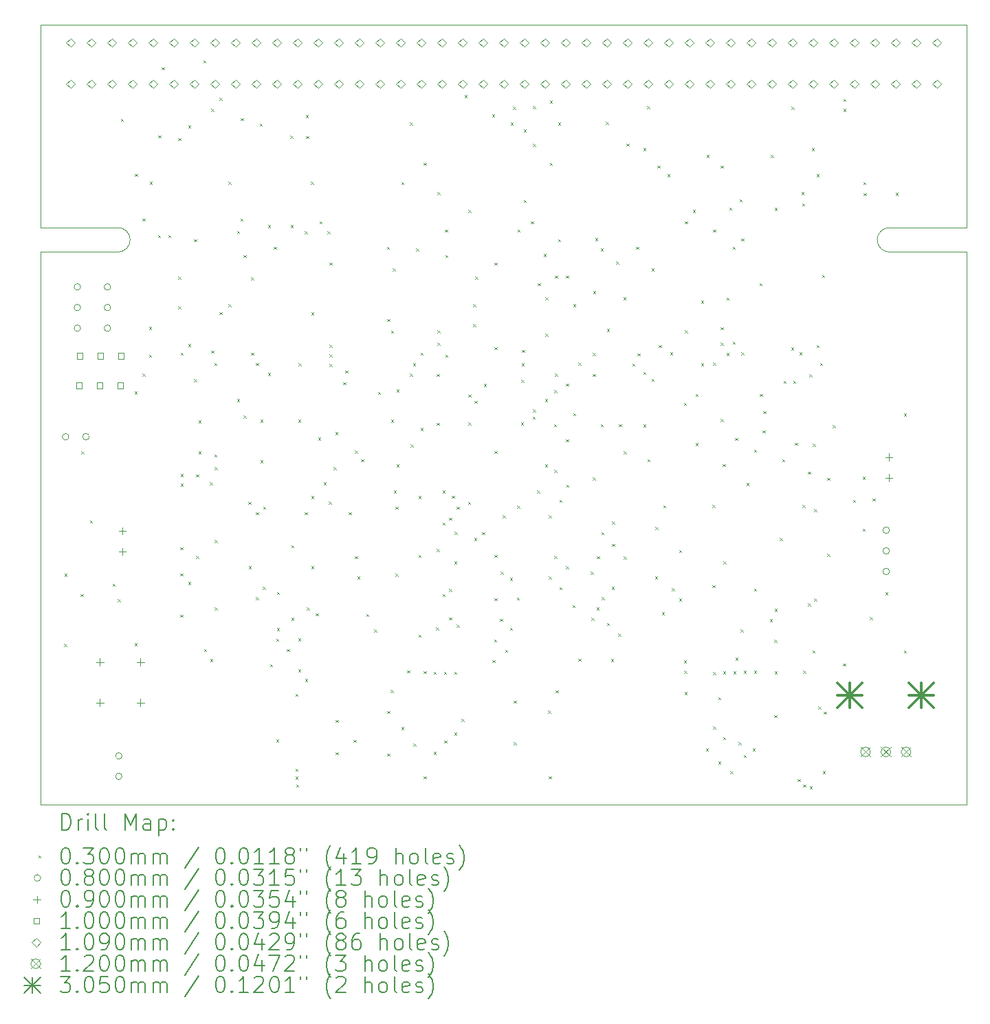
<source format=gbr>
%TF.GenerationSoftware,KiCad,Pcbnew,8.0.3*%
%TF.CreationDate,2025-02-02T16:21:58+01:00*%
%TF.ProjectId,DeMoN-Flash-J,44654d6f-4e2d-4466-9c61-73682d4a2e6b,rev?*%
%TF.SameCoordinates,Original*%
%TF.FileFunction,Drillmap*%
%TF.FilePolarity,Positive*%
%FSLAX45Y45*%
G04 Gerber Fmt 4.5, Leading zero omitted, Abs format (unit mm)*
G04 Created by KiCad (PCBNEW 8.0.3) date 2025-02-02 16:21:58*
%MOMM*%
%LPD*%
G01*
G04 APERTURE LIST*
%ADD10C,0.050000*%
%ADD11C,0.200000*%
%ADD12C,0.100000*%
%ADD13C,0.109000*%
%ADD14C,0.120000*%
%ADD15C,0.305000*%
G04 APERTURE END LIST*
D10*
X9390000Y-6190000D02*
G75*
G02*
X9540000Y-6340000I0J-150000D01*
G01*
X8440000Y-3690000D02*
X8440000Y-6190000D01*
X8440000Y-6190000D02*
X9390000Y-6190000D01*
X19840000Y-6490000D02*
X19840000Y-13290000D01*
X19840000Y-3690000D02*
X19840000Y-6190000D01*
X18890000Y-6490000D02*
G75*
G02*
X18740000Y-6340000I0J150000D01*
G01*
X9390000Y-6490000D02*
X8440000Y-6490000D01*
X18890000Y-6190000D02*
X19840000Y-6190000D01*
X9540000Y-6340000D02*
G75*
G02*
X9390000Y-6490000I-150000J0D01*
G01*
X8440000Y-13290000D02*
X19840000Y-13290000D01*
X18740000Y-6340000D02*
G75*
G02*
X18890000Y-6190000I150000J0D01*
G01*
X8440000Y-3690000D02*
X19840000Y-3690000D01*
X8440000Y-6490000D02*
X8440000Y-13290000D01*
X19840000Y-6490000D02*
X18890000Y-6490000D01*
D11*
D12*
X8725000Y-11315000D02*
X8755000Y-11345000D01*
X8755000Y-11315000D02*
X8725000Y-11345000D01*
X8730000Y-10450000D02*
X8760000Y-10480000D01*
X8760000Y-10450000D02*
X8730000Y-10480000D01*
X8930000Y-10700000D02*
X8960000Y-10730000D01*
X8960000Y-10700000D02*
X8930000Y-10730000D01*
X8935840Y-8945000D02*
X8965840Y-8975000D01*
X8965840Y-8945000D02*
X8935840Y-8975000D01*
X9045000Y-9795000D02*
X9075000Y-9825000D01*
X9075000Y-9795000D02*
X9045000Y-9825000D01*
X9325000Y-10575000D02*
X9355000Y-10605000D01*
X9355000Y-10575000D02*
X9325000Y-10605000D01*
X9385000Y-10765000D02*
X9415000Y-10795000D01*
X9415000Y-10765000D02*
X9385000Y-10795000D01*
X9425000Y-4850000D02*
X9455000Y-4880000D01*
X9455000Y-4850000D02*
X9425000Y-4880000D01*
X9595000Y-11305000D02*
X9625000Y-11335000D01*
X9625000Y-11305000D02*
X9595000Y-11335000D01*
X9595160Y-8206720D02*
X9625160Y-8236720D01*
X9625160Y-8206720D02*
X9595160Y-8236720D01*
X9596360Y-5527280D02*
X9626360Y-5557280D01*
X9626360Y-5527280D02*
X9596360Y-5557280D01*
X9690000Y-6075920D02*
X9720000Y-6105920D01*
X9720000Y-6075920D02*
X9690000Y-6105920D01*
X9690000Y-7985000D02*
X9720000Y-8015000D01*
X9720000Y-7985000D02*
X9690000Y-8015000D01*
X9773000Y-7413000D02*
X9803000Y-7443000D01*
X9803000Y-7413000D02*
X9773000Y-7443000D01*
X9773000Y-7755220D02*
X9803000Y-7785220D01*
X9803000Y-7755220D02*
X9773000Y-7785220D01*
X9780000Y-5625000D02*
X9810000Y-5655000D01*
X9810000Y-5625000D02*
X9780000Y-5655000D01*
X9883340Y-6279220D02*
X9913340Y-6309220D01*
X9913340Y-6279220D02*
X9883340Y-6309220D01*
X9885000Y-5055000D02*
X9915000Y-5085000D01*
X9915000Y-5055000D02*
X9885000Y-5085000D01*
X9930840Y-4214220D02*
X9960840Y-4244220D01*
X9960840Y-4214220D02*
X9930840Y-4244220D01*
X10010840Y-6281720D02*
X10040840Y-6311720D01*
X10040840Y-6281720D02*
X10010840Y-6311720D01*
X10130000Y-5085320D02*
X10160000Y-5115320D01*
X10160000Y-5085320D02*
X10130000Y-5115320D01*
X10130000Y-6795000D02*
X10160000Y-6825000D01*
X10160000Y-6795000D02*
X10130000Y-6825000D01*
X10130000Y-7155000D02*
X10160000Y-7185000D01*
X10160000Y-7155000D02*
X10130000Y-7185000D01*
X10155000Y-10124220D02*
X10185000Y-10154220D01*
X10185000Y-10124220D02*
X10155000Y-10154220D01*
X10155000Y-10445000D02*
X10185000Y-10475000D01*
X10185000Y-10445000D02*
X10155000Y-10475000D01*
X10155000Y-10955000D02*
X10185000Y-10985000D01*
X10185000Y-10955000D02*
X10155000Y-10985000D01*
X10160000Y-7730000D02*
X10190000Y-7760000D01*
X10190000Y-7730000D02*
X10160000Y-7760000D01*
X10160000Y-9225000D02*
X10190000Y-9255000D01*
X10190000Y-9225000D02*
X10160000Y-9255000D01*
X10160000Y-9340000D02*
X10190000Y-9370000D01*
X10190000Y-9340000D02*
X10160000Y-9370000D01*
X10253340Y-10551720D02*
X10283340Y-10581720D01*
X10283340Y-10551720D02*
X10253340Y-10581720D01*
X10255000Y-4930000D02*
X10285000Y-4960000D01*
X10285000Y-4930000D02*
X10255000Y-4960000D01*
X10255000Y-7625000D02*
X10285000Y-7655000D01*
X10285000Y-7625000D02*
X10255000Y-7655000D01*
X10325000Y-6330000D02*
X10355000Y-6360000D01*
X10355000Y-6330000D02*
X10325000Y-6360000D01*
X10325000Y-8055000D02*
X10355000Y-8085000D01*
X10355000Y-8055000D02*
X10325000Y-8085000D01*
X10353340Y-9226720D02*
X10383340Y-9256720D01*
X10383340Y-9226720D02*
X10353340Y-9256720D01*
X10354120Y-10232500D02*
X10384120Y-10262500D01*
X10384120Y-10232500D02*
X10354120Y-10262500D01*
X10380840Y-8561720D02*
X10410840Y-8591720D01*
X10410840Y-8561720D02*
X10380840Y-8591720D01*
X10380840Y-8944220D02*
X10410840Y-8974220D01*
X10410840Y-8944220D02*
X10380840Y-8974220D01*
X10440000Y-4129220D02*
X10470000Y-4159220D01*
X10470000Y-4129220D02*
X10440000Y-4159220D01*
X10447530Y-11377530D02*
X10477530Y-11407530D01*
X10477530Y-11377530D02*
X10447530Y-11407530D01*
X10520000Y-9326720D02*
X10550000Y-9356720D01*
X10550000Y-9326720D02*
X10520000Y-9356720D01*
X10525780Y-11501720D02*
X10555780Y-11531720D01*
X10555780Y-11501720D02*
X10525780Y-11531720D01*
X10540000Y-4725000D02*
X10570000Y-4755000D01*
X10570000Y-4725000D02*
X10540000Y-4755000D01*
X10540000Y-7705000D02*
X10570000Y-7735000D01*
X10570000Y-7705000D02*
X10540000Y-7735000D01*
X10575000Y-7855000D02*
X10605000Y-7885000D01*
X10605000Y-7855000D02*
X10575000Y-7885000D01*
X10575000Y-8980000D02*
X10605000Y-9010000D01*
X10605000Y-8980000D02*
X10575000Y-9010000D01*
X10580000Y-9140000D02*
X10610000Y-9170000D01*
X10610000Y-9140000D02*
X10580000Y-9170000D01*
X10580000Y-10037500D02*
X10610000Y-10067500D01*
X10610000Y-10037500D02*
X10580000Y-10067500D01*
X10580000Y-10866720D02*
X10610000Y-10896720D01*
X10610000Y-10866720D02*
X10580000Y-10896720D01*
X10640000Y-4590000D02*
X10670000Y-4620000D01*
X10670000Y-4590000D02*
X10640000Y-4620000D01*
X10640000Y-7230000D02*
X10670000Y-7260000D01*
X10670000Y-7230000D02*
X10640000Y-7260000D01*
X10750000Y-5625000D02*
X10780000Y-5655000D01*
X10780000Y-5625000D02*
X10750000Y-5655000D01*
X10750000Y-7130000D02*
X10780000Y-7160000D01*
X10780000Y-7130000D02*
X10750000Y-7160000D01*
X10855000Y-6230860D02*
X10885000Y-6260860D01*
X10885000Y-6230860D02*
X10855000Y-6260860D01*
X10855000Y-8300000D02*
X10885000Y-8330000D01*
X10885000Y-8300000D02*
X10855000Y-8330000D01*
X10899380Y-6075920D02*
X10929380Y-6105920D01*
X10929380Y-6075920D02*
X10899380Y-6105920D01*
X10901920Y-4841480D02*
X10931920Y-4871480D01*
X10931920Y-4841480D02*
X10901920Y-4871480D01*
X10935000Y-6525000D02*
X10965000Y-6555000D01*
X10965000Y-6525000D02*
X10935000Y-6555000D01*
X10935000Y-8505000D02*
X10965000Y-8535000D01*
X10965000Y-8505000D02*
X10935000Y-8535000D01*
X10993340Y-9564220D02*
X11023340Y-9594220D01*
X11023340Y-9564220D02*
X10993340Y-9594220D01*
X10998620Y-10359500D02*
X11028620Y-10389500D01*
X11028620Y-10359500D02*
X10998620Y-10389500D01*
X11030000Y-6800000D02*
X11060000Y-6830000D01*
X11060000Y-6800000D02*
X11030000Y-6830000D01*
X11030000Y-7730000D02*
X11060000Y-7760000D01*
X11060000Y-7730000D02*
X11030000Y-7760000D01*
X11090000Y-7855000D02*
X11120000Y-7885000D01*
X11120000Y-7855000D02*
X11090000Y-7885000D01*
X11090000Y-9691720D02*
X11120000Y-9721720D01*
X11120000Y-9691720D02*
X11090000Y-9721720D01*
X11090840Y-10739220D02*
X11120840Y-10769220D01*
X11120840Y-10739220D02*
X11090840Y-10769220D01*
X11135600Y-4907520D02*
X11165600Y-4937520D01*
X11165600Y-4907520D02*
X11135600Y-4937520D01*
X11142500Y-9055000D02*
X11172500Y-9085000D01*
X11172500Y-9055000D02*
X11142500Y-9085000D01*
X11145000Y-8554220D02*
X11175000Y-8584220D01*
X11175000Y-8554220D02*
X11145000Y-8584220D01*
X11175000Y-10611720D02*
X11205000Y-10641720D01*
X11205000Y-10611720D02*
X11175000Y-10641720D01*
X11175840Y-9624220D02*
X11205840Y-9654220D01*
X11205840Y-9624220D02*
X11175840Y-9654220D01*
X11235000Y-6157200D02*
X11265000Y-6187200D01*
X11265000Y-6157200D02*
X11235000Y-6187200D01*
X11235000Y-7980000D02*
X11265000Y-8010000D01*
X11265000Y-7980000D02*
X11235000Y-8010000D01*
X11260840Y-11564220D02*
X11290840Y-11594220D01*
X11290840Y-11564220D02*
X11260840Y-11594220D01*
X11310000Y-6425000D02*
X11340000Y-6455000D01*
X11340000Y-6425000D02*
X11310000Y-6455000D01*
X11338340Y-11249220D02*
X11368340Y-11279220D01*
X11368340Y-11249220D02*
X11338340Y-11279220D01*
X11338340Y-12491720D02*
X11368340Y-12521720D01*
X11368340Y-12491720D02*
X11338340Y-12521720D01*
X11345000Y-11120060D02*
X11375000Y-11150060D01*
X11375000Y-11120060D02*
X11345000Y-11150060D01*
X11345840Y-10676720D02*
X11375840Y-10706720D01*
X11375840Y-10676720D02*
X11345840Y-10706720D01*
X11467610Y-11377896D02*
X11497610Y-11407896D01*
X11497610Y-11377896D02*
X11467610Y-11407896D01*
X11514060Y-5056420D02*
X11544060Y-5086420D01*
X11544060Y-5056420D02*
X11514060Y-5086420D01*
X11515000Y-6158800D02*
X11545000Y-6188800D01*
X11545000Y-6158800D02*
X11515000Y-6188800D01*
X11525000Y-10097500D02*
X11555000Y-10127500D01*
X11555000Y-10097500D02*
X11525000Y-10127500D01*
X11525000Y-10991720D02*
X11555000Y-11021720D01*
X11555000Y-10991720D02*
X11525000Y-11021720D01*
X11575000Y-11930000D02*
X11605000Y-11960000D01*
X11605000Y-11930000D02*
X11575000Y-11960000D01*
X11575000Y-12950000D02*
X11605000Y-12980000D01*
X11605000Y-12950000D02*
X11575000Y-12980000D01*
X11576000Y-12851000D02*
X11606000Y-12881000D01*
X11606000Y-12851000D02*
X11576000Y-12881000D01*
X11585073Y-13044926D02*
X11615073Y-13074926D01*
X11615073Y-13044926D02*
X11585073Y-13074926D01*
X11610000Y-8554220D02*
X11640000Y-8584220D01*
X11640000Y-8554220D02*
X11610000Y-8584220D01*
X11610000Y-11246720D02*
X11640000Y-11276720D01*
X11640000Y-11246720D02*
X11610000Y-11276720D01*
X11610780Y-11629220D02*
X11640780Y-11659220D01*
X11640780Y-11629220D02*
X11610780Y-11659220D01*
X11615000Y-7860000D02*
X11645000Y-7890000D01*
X11645000Y-7860000D02*
X11615000Y-7890000D01*
X11690000Y-6235000D02*
X11720000Y-6265000D01*
X11720000Y-6235000D02*
X11690000Y-6265000D01*
X11690000Y-9691720D02*
X11720000Y-9721720D01*
X11720000Y-9691720D02*
X11690000Y-9721720D01*
X11695840Y-11746720D02*
X11725840Y-11776720D01*
X11725840Y-11746720D02*
X11695840Y-11776720D01*
X11702020Y-4803380D02*
X11732020Y-4833380D01*
X11732020Y-4803380D02*
X11702020Y-4833380D01*
X11705000Y-5059920D02*
X11735000Y-5089920D01*
X11735000Y-5059920D02*
X11705000Y-5089920D01*
X11714525Y-10866749D02*
X11744525Y-10896749D01*
X11744525Y-10866749D02*
X11714525Y-10896749D01*
X11765000Y-5625000D02*
X11795000Y-5655000D01*
X11795000Y-5625000D02*
X11765000Y-5655000D01*
X11770000Y-7235000D02*
X11800000Y-7265000D01*
X11800000Y-7235000D02*
X11770000Y-7265000D01*
X11770840Y-9491720D02*
X11800840Y-9521720D01*
X11800840Y-9491720D02*
X11770840Y-9521720D01*
X11770840Y-10359500D02*
X11800840Y-10389500D01*
X11800840Y-10359500D02*
X11770840Y-10389500D01*
X11825840Y-10936720D02*
X11855840Y-10966720D01*
X11855840Y-10936720D02*
X11825840Y-10966720D01*
X11855840Y-8774220D02*
X11885840Y-8804220D01*
X11885840Y-8774220D02*
X11855840Y-8804220D01*
X11870000Y-6110000D02*
X11900000Y-6140000D01*
X11900000Y-6110000D02*
X11870000Y-6140000D01*
X11920840Y-9326720D02*
X11950840Y-9356720D01*
X11950840Y-9326720D02*
X11920840Y-9356720D01*
X11970000Y-6235000D02*
X12000000Y-6265000D01*
X12000000Y-6235000D02*
X11970000Y-6265000D01*
X11987500Y-9560000D02*
X12017500Y-9590000D01*
X12017500Y-9560000D02*
X11987500Y-9590000D01*
X11995000Y-6620000D02*
X12025000Y-6650000D01*
X12025000Y-6620000D02*
X11995000Y-6650000D01*
X11995000Y-7630000D02*
X12025000Y-7660000D01*
X12025000Y-7630000D02*
X11995000Y-7660000D01*
X11995000Y-7750000D02*
X12025000Y-7780000D01*
X12025000Y-7750000D02*
X11995000Y-7780000D01*
X11995000Y-7870000D02*
X12025000Y-7900000D01*
X12025000Y-7870000D02*
X11995000Y-7900000D01*
X12045000Y-9137500D02*
X12075000Y-9167500D01*
X12075000Y-9137500D02*
X12045000Y-9167500D01*
X12064663Y-8705544D02*
X12094663Y-8735544D01*
X12094663Y-8705544D02*
X12064663Y-8735544D01*
X12070840Y-12251720D02*
X12100840Y-12281720D01*
X12100840Y-12251720D02*
X12070840Y-12281720D01*
X12070840Y-12649220D02*
X12100840Y-12679220D01*
X12100840Y-12649220D02*
X12070840Y-12679220D01*
X12163340Y-8094220D02*
X12193340Y-8124220D01*
X12193340Y-8094220D02*
X12163340Y-8124220D01*
X12190000Y-7950000D02*
X12220000Y-7980000D01*
X12220000Y-7950000D02*
X12190000Y-7980000D01*
X12233340Y-9691720D02*
X12263340Y-9721720D01*
X12263340Y-9691720D02*
X12233340Y-9721720D01*
X12290840Y-12494220D02*
X12320840Y-12524220D01*
X12320840Y-12494220D02*
X12290840Y-12524220D01*
X12308340Y-8936720D02*
X12338340Y-8966720D01*
X12338340Y-8936720D02*
X12308340Y-8966720D01*
X12308340Y-10234220D02*
X12338340Y-10264220D01*
X12338340Y-10234220D02*
X12308340Y-10264220D01*
X12335840Y-10486500D02*
X12365840Y-10516500D01*
X12365840Y-10486500D02*
X12335840Y-10516500D01*
X12385840Y-9039220D02*
X12415840Y-9069220D01*
X12415840Y-9039220D02*
X12385840Y-9069220D01*
X12445840Y-10944720D02*
X12475840Y-10974720D01*
X12475840Y-10944720D02*
X12445840Y-10974720D01*
X12545840Y-11134220D02*
X12575840Y-11164220D01*
X12575840Y-11134220D02*
X12545840Y-11164220D01*
X12590000Y-8212500D02*
X12620000Y-8242500D01*
X12620000Y-8212500D02*
X12590000Y-8242500D01*
X12700000Y-6425000D02*
X12730000Y-6455000D01*
X12730000Y-6425000D02*
X12700000Y-6455000D01*
X12705000Y-7315000D02*
X12735000Y-7345000D01*
X12735000Y-7315000D02*
X12705000Y-7345000D01*
X12705000Y-12140000D02*
X12735000Y-12170000D01*
X12735000Y-12140000D02*
X12705000Y-12170000D01*
X12705000Y-12664220D02*
X12735000Y-12694220D01*
X12735000Y-12664220D02*
X12705000Y-12694220D01*
X12745840Y-11883252D02*
X12775840Y-11913252D01*
X12775840Y-11883252D02*
X12745840Y-11913252D01*
X12752500Y-7457500D02*
X12782500Y-7487500D01*
X12782500Y-7457500D02*
X12752500Y-7487500D01*
X12752500Y-8552500D02*
X12782500Y-8582500D01*
X12782500Y-8552500D02*
X12752500Y-8582500D01*
X12775000Y-6690000D02*
X12805000Y-6720000D01*
X12805000Y-6690000D02*
X12775000Y-6720000D01*
X12785840Y-9424220D02*
X12815840Y-9454220D01*
X12815840Y-9424220D02*
X12785840Y-9454220D01*
X12805840Y-9625000D02*
X12835840Y-9655000D01*
X12835840Y-9625000D02*
X12805840Y-9655000D01*
X12807500Y-10449220D02*
X12837500Y-10479220D01*
X12837500Y-10449220D02*
X12807500Y-10479220D01*
X12820000Y-8180000D02*
X12850000Y-8210000D01*
X12850000Y-8180000D02*
X12820000Y-8210000D01*
X12820000Y-9102500D02*
X12850000Y-9132500D01*
X12850000Y-9102500D02*
X12820000Y-9132500D01*
X12880000Y-5630000D02*
X12910000Y-5660000D01*
X12910000Y-5630000D02*
X12880000Y-5660000D01*
X12880840Y-12339220D02*
X12910840Y-12369220D01*
X12910840Y-12339220D02*
X12880840Y-12369220D01*
X12953340Y-11639220D02*
X12983340Y-11669220D01*
X12983340Y-11639220D02*
X12953340Y-11669220D01*
X12985000Y-4895000D02*
X13015000Y-4925000D01*
X13015000Y-4895000D02*
X12985000Y-4925000D01*
X12985000Y-7985000D02*
X13015000Y-8015000D01*
X13015000Y-7985000D02*
X12985000Y-8015000D01*
X12993340Y-8856720D02*
X13023340Y-8886720D01*
X13023340Y-8856720D02*
X12993340Y-8886720D01*
X13025000Y-7860000D02*
X13055000Y-7890000D01*
X13055000Y-7860000D02*
X13025000Y-7890000D01*
X13025840Y-12544220D02*
X13055840Y-12574220D01*
X13055840Y-12544220D02*
X13025840Y-12574220D01*
X13060000Y-6445000D02*
X13090000Y-6475000D01*
X13090000Y-6445000D02*
X13060000Y-6475000D01*
X13090840Y-9491720D02*
X13120840Y-9521720D01*
X13120840Y-9491720D02*
X13090840Y-9521720D01*
X13090840Y-10216720D02*
X13120840Y-10246720D01*
X13120840Y-10216720D02*
X13090840Y-10246720D01*
X13090840Y-11198559D02*
X13120840Y-11228559D01*
X13120840Y-11198559D02*
X13090840Y-11228559D01*
X13115000Y-7730000D02*
X13145000Y-7760000D01*
X13145000Y-7730000D02*
X13115000Y-7760000D01*
X13115000Y-8657500D02*
X13145000Y-8687500D01*
X13145000Y-8657500D02*
X13115000Y-8687500D01*
X13153340Y-11649220D02*
X13183340Y-11679220D01*
X13183340Y-11649220D02*
X13153340Y-11679220D01*
X13153340Y-12942500D02*
X13183340Y-12972500D01*
X13183340Y-12942500D02*
X13153340Y-12972500D01*
X13155000Y-5390000D02*
X13185000Y-5420000D01*
X13185000Y-5390000D02*
X13155000Y-5420000D01*
X13278340Y-11656720D02*
X13308340Y-11686720D01*
X13308340Y-11656720D02*
X13278340Y-11686720D01*
X13278340Y-12644220D02*
X13308340Y-12674220D01*
X13308340Y-12644220D02*
X13278340Y-12674220D01*
X13308340Y-11111794D02*
X13338340Y-11141794D01*
X13338340Y-11111794D02*
X13308340Y-11141794D01*
X13313340Y-10146720D02*
X13343340Y-10176720D01*
X13343340Y-10146720D02*
X13313340Y-10176720D01*
X13315000Y-7990000D02*
X13345000Y-8020000D01*
X13345000Y-7990000D02*
X13315000Y-8020000D01*
X13315000Y-8592500D02*
X13345000Y-8622500D01*
X13345000Y-8592500D02*
X13315000Y-8622500D01*
X13325000Y-5750000D02*
X13355000Y-5780000D01*
X13355000Y-5750000D02*
X13325000Y-5780000D01*
X13325000Y-7455000D02*
X13355000Y-7485000D01*
X13355000Y-7455000D02*
X13325000Y-7485000D01*
X13325000Y-7605000D02*
X13355000Y-7635000D01*
X13355000Y-7605000D02*
X13325000Y-7635000D01*
X13385840Y-9819220D02*
X13415840Y-9849220D01*
X13415840Y-9819220D02*
X13385840Y-9849220D01*
X13385840Y-10699220D02*
X13415840Y-10729220D01*
X13415840Y-10699220D02*
X13385840Y-10729220D01*
X13388340Y-9426720D02*
X13418340Y-9456720D01*
X13418340Y-9426720D02*
X13388340Y-9456720D01*
X13405840Y-11656720D02*
X13435840Y-11686720D01*
X13435840Y-11656720D02*
X13405840Y-11686720D01*
X13408340Y-12504220D02*
X13438340Y-12534220D01*
X13438340Y-12504220D02*
X13408340Y-12534220D01*
X13415000Y-6215000D02*
X13445000Y-6245000D01*
X13445000Y-6215000D02*
X13415000Y-6245000D01*
X13420000Y-6525000D02*
X13450000Y-6555000D01*
X13450000Y-6525000D02*
X13420000Y-6555000D01*
X13420000Y-7755000D02*
X13450000Y-7785000D01*
X13450000Y-7755000D02*
X13420000Y-7785000D01*
X13465840Y-9759220D02*
X13495840Y-9789220D01*
X13495840Y-9759220D02*
X13465840Y-9789220D01*
X13465840Y-10639220D02*
X13495840Y-10669220D01*
X13495840Y-10639220D02*
X13465840Y-10669220D01*
X13468340Y-10989220D02*
X13498340Y-11019220D01*
X13498340Y-10989220D02*
X13468340Y-11019220D01*
X13500000Y-9489220D02*
X13530000Y-9519220D01*
X13530000Y-9489220D02*
X13500000Y-9519220D01*
X13530840Y-10296720D02*
X13560840Y-10326720D01*
X13560840Y-10296720D02*
X13530840Y-10326720D01*
X13530840Y-11656720D02*
X13560840Y-11686720D01*
X13560840Y-11656720D02*
X13530840Y-11686720D01*
X13530840Y-12404220D02*
X13560840Y-12434220D01*
X13560840Y-12404220D02*
X13530840Y-12434220D01*
X13533545Y-9931925D02*
X13563545Y-9961925D01*
X13563545Y-9931925D02*
X13533545Y-9961925D01*
X13560000Y-9625000D02*
X13590000Y-9655000D01*
X13590000Y-9625000D02*
X13560000Y-9655000D01*
X13560000Y-11074913D02*
X13590000Y-11104913D01*
X13590000Y-11074913D02*
X13560000Y-11104913D01*
X13618340Y-12239220D02*
X13648340Y-12269220D01*
X13648340Y-12239220D02*
X13618340Y-12269220D01*
X13658340Y-4556720D02*
X13688340Y-4586720D01*
X13688340Y-4556720D02*
X13658340Y-4586720D01*
X13700000Y-9565000D02*
X13730000Y-9595000D01*
X13730000Y-9565000D02*
X13700000Y-9595000D01*
X13702500Y-8245000D02*
X13732500Y-8275000D01*
X13732500Y-8245000D02*
X13702500Y-8275000D01*
X13702500Y-8587500D02*
X13732500Y-8617500D01*
X13732500Y-8587500D02*
X13702500Y-8617500D01*
X13705000Y-5970000D02*
X13735000Y-6000000D01*
X13735000Y-5970000D02*
X13705000Y-6000000D01*
X13765000Y-7130000D02*
X13795000Y-7160000D01*
X13795000Y-7130000D02*
X13765000Y-7160000D01*
X13765000Y-7375000D02*
X13795000Y-7405000D01*
X13795000Y-7375000D02*
X13765000Y-7405000D01*
X13778340Y-10011720D02*
X13808340Y-10041720D01*
X13808340Y-10011720D02*
X13778340Y-10041720D01*
X13780000Y-8322500D02*
X13810000Y-8352500D01*
X13810000Y-8322500D02*
X13780000Y-8352500D01*
X13790000Y-6795000D02*
X13820000Y-6825000D01*
X13820000Y-6795000D02*
X13790000Y-6825000D01*
X13873340Y-9936720D02*
X13903340Y-9966720D01*
X13903340Y-9936720D02*
X13873340Y-9966720D01*
X13895000Y-8112500D02*
X13925000Y-8142500D01*
X13925000Y-8112500D02*
X13895000Y-8142500D01*
X13995000Y-4795000D02*
X14025000Y-4825000D01*
X14025000Y-4795000D02*
X13995000Y-4825000D01*
X14003340Y-11514220D02*
X14033340Y-11544220D01*
X14033340Y-11514220D02*
X14003340Y-11544220D01*
X14020840Y-11259220D02*
X14050840Y-11289220D01*
X14050840Y-11259220D02*
X14020840Y-11289220D01*
X14025000Y-6620000D02*
X14055000Y-6650000D01*
X14055000Y-6620000D02*
X14025000Y-6650000D01*
X14025000Y-7660000D02*
X14055000Y-7690000D01*
X14055000Y-7660000D02*
X14025000Y-7690000D01*
X14028340Y-8940000D02*
X14058340Y-8970000D01*
X14058340Y-8940000D02*
X14028340Y-8970000D01*
X14028340Y-10216720D02*
X14058340Y-10246720D01*
X14058340Y-10216720D02*
X14028340Y-10246720D01*
X14028340Y-10751720D02*
X14058340Y-10781720D01*
X14058340Y-10751720D02*
X14028340Y-10781720D01*
X14095840Y-11004220D02*
X14125840Y-11034220D01*
X14125840Y-11004220D02*
X14095840Y-11034220D01*
X14100840Y-10424220D02*
X14130840Y-10454220D01*
X14130840Y-10424220D02*
X14100840Y-10454220D01*
X14125840Y-9729220D02*
X14155840Y-9759220D01*
X14155840Y-9729220D02*
X14125840Y-9759220D01*
X14158340Y-11385720D02*
X14188340Y-11415720D01*
X14188340Y-11385720D02*
X14158340Y-11415720D01*
X14218340Y-10499220D02*
X14248340Y-10529220D01*
X14248340Y-10499220D02*
X14218340Y-10529220D01*
X14218636Y-11116720D02*
X14248636Y-11146720D01*
X14248636Y-11116720D02*
X14218636Y-11146720D01*
X14225000Y-4895000D02*
X14255000Y-4925000D01*
X14255000Y-4895000D02*
X14225000Y-4925000D01*
X14255000Y-4700000D02*
X14285000Y-4730000D01*
X14285000Y-4700000D02*
X14255000Y-4730000D01*
X14263340Y-12014220D02*
X14293340Y-12044220D01*
X14293340Y-12014220D02*
X14263340Y-12044220D01*
X14263340Y-12524220D02*
X14293340Y-12554220D01*
X14293340Y-12524220D02*
X14263340Y-12554220D01*
X14303340Y-10741720D02*
X14333340Y-10771720D01*
X14333340Y-10741720D02*
X14303340Y-10771720D01*
X14305840Y-9611720D02*
X14335840Y-9641720D01*
X14335840Y-9611720D02*
X14305840Y-9641720D01*
X14310000Y-6215000D02*
X14340000Y-6245000D01*
X14340000Y-6215000D02*
X14310000Y-6245000D01*
X14352500Y-8587500D02*
X14382500Y-8617500D01*
X14382500Y-8587500D02*
X14352500Y-8617500D01*
X14355000Y-8065000D02*
X14385000Y-8095000D01*
X14385000Y-8065000D02*
X14355000Y-8095000D01*
X14360000Y-7860000D02*
X14390000Y-7890000D01*
X14390000Y-7860000D02*
X14360000Y-7890000D01*
X14365000Y-7695000D02*
X14395000Y-7725000D01*
X14395000Y-7695000D02*
X14365000Y-7725000D01*
X14385000Y-4980000D02*
X14415000Y-5010000D01*
X14415000Y-4980000D02*
X14385000Y-5010000D01*
X14385000Y-5850000D02*
X14415000Y-5880000D01*
X14415000Y-5850000D02*
X14385000Y-5880000D01*
X14475000Y-6110000D02*
X14505000Y-6140000D01*
X14505000Y-6110000D02*
X14475000Y-6140000D01*
X14497500Y-8517500D02*
X14527500Y-8547500D01*
X14527500Y-8517500D02*
X14497500Y-8547500D01*
X14500000Y-4695000D02*
X14530000Y-4725000D01*
X14530000Y-4695000D02*
X14500000Y-4725000D01*
X14500000Y-5160000D02*
X14530000Y-5190000D01*
X14530000Y-5160000D02*
X14500000Y-5190000D01*
X14500000Y-8425000D02*
X14530000Y-8455000D01*
X14530000Y-8425000D02*
X14500000Y-8455000D01*
X14553340Y-9426720D02*
X14583340Y-9456720D01*
X14583340Y-9426720D02*
X14553340Y-9456720D01*
X14560000Y-6875000D02*
X14590000Y-6905000D01*
X14590000Y-6875000D02*
X14560000Y-6905000D01*
X14630000Y-6515000D02*
X14660000Y-6545000D01*
X14660000Y-6515000D02*
X14630000Y-6545000D01*
X14647500Y-9105000D02*
X14677500Y-9135000D01*
X14677500Y-9105000D02*
X14647500Y-9135000D01*
X14650000Y-8300000D02*
X14680000Y-8330000D01*
X14680000Y-8300000D02*
X14650000Y-8330000D01*
X14655000Y-7045000D02*
X14685000Y-7075000D01*
X14685000Y-7045000D02*
X14655000Y-7075000D01*
X14655000Y-7495000D02*
X14685000Y-7525000D01*
X14685000Y-7495000D02*
X14655000Y-7525000D01*
X14687560Y-12137500D02*
X14717560Y-12167500D01*
X14717560Y-12137500D02*
X14687560Y-12167500D01*
X14693340Y-10486720D02*
X14723340Y-10516720D01*
X14723340Y-10486720D02*
X14693340Y-10516720D01*
X14694120Y-12942500D02*
X14724120Y-12972500D01*
X14724120Y-12942500D02*
X14694120Y-12972500D01*
X14695840Y-9729220D02*
X14725840Y-9759220D01*
X14725840Y-9729220D02*
X14695840Y-9759220D01*
X14710000Y-4625000D02*
X14740000Y-4655000D01*
X14740000Y-4625000D02*
X14710000Y-4655000D01*
X14710000Y-5390000D02*
X14740000Y-5420000D01*
X14740000Y-5390000D02*
X14710000Y-5420000D01*
X14757500Y-8610000D02*
X14787500Y-8640000D01*
X14787500Y-8610000D02*
X14757500Y-8640000D01*
X14763340Y-9171720D02*
X14793340Y-9201720D01*
X14793340Y-9171720D02*
X14763340Y-9201720D01*
X14765000Y-8190000D02*
X14795000Y-8220000D01*
X14795000Y-8190000D02*
X14765000Y-8220000D01*
X14765000Y-10231720D02*
X14795000Y-10261720D01*
X14795000Y-10231720D02*
X14765000Y-10261720D01*
X14770000Y-6780000D02*
X14800000Y-6810000D01*
X14800000Y-6780000D02*
X14770000Y-6810000D01*
X14770000Y-7987000D02*
X14800000Y-8017000D01*
X14800000Y-7987000D02*
X14770000Y-8017000D01*
X14780840Y-11884220D02*
X14810840Y-11914220D01*
X14810840Y-11884220D02*
X14780840Y-11914220D01*
X14810000Y-4895000D02*
X14840000Y-4925000D01*
X14840000Y-4895000D02*
X14810000Y-4925000D01*
X14810000Y-6330000D02*
X14840000Y-6360000D01*
X14840000Y-6330000D02*
X14810000Y-6360000D01*
X14825000Y-9541720D02*
X14855000Y-9571720D01*
X14855000Y-9541720D02*
X14825000Y-9571720D01*
X14825000Y-10616720D02*
X14855000Y-10646720D01*
X14855000Y-10616720D02*
X14825000Y-10646720D01*
X14905000Y-6780000D02*
X14935000Y-6810000D01*
X14935000Y-6780000D02*
X14905000Y-6810000D01*
X14905000Y-8110000D02*
X14935000Y-8140000D01*
X14935000Y-8110000D02*
X14905000Y-8140000D01*
X14905000Y-8795000D02*
X14935000Y-8825000D01*
X14935000Y-8795000D02*
X14905000Y-8825000D01*
X14905987Y-10356720D02*
X14935987Y-10386720D01*
X14935987Y-10356720D02*
X14905987Y-10386720D01*
X14910987Y-9354220D02*
X14940987Y-9384220D01*
X14940987Y-9354220D02*
X14910987Y-9384220D01*
X14985840Y-10834220D02*
X15015840Y-10864220D01*
X15015840Y-10834220D02*
X14985840Y-10864220D01*
X14995000Y-7130000D02*
X15025000Y-7160000D01*
X15025000Y-7130000D02*
X14995000Y-7160000D01*
X14995000Y-8475000D02*
X15025000Y-8505000D01*
X15025000Y-8475000D02*
X14995000Y-8505000D01*
X15058340Y-11496720D02*
X15088340Y-11526720D01*
X15088340Y-11496720D02*
X15058340Y-11526720D01*
X15060000Y-7850000D02*
X15090000Y-7880000D01*
X15090000Y-7850000D02*
X15060000Y-7880000D01*
X15212500Y-10424220D02*
X15242500Y-10454220D01*
X15242500Y-10424220D02*
X15212500Y-10454220D01*
X15220840Y-10994220D02*
X15250840Y-11024220D01*
X15250840Y-10994220D02*
X15220840Y-11024220D01*
X15235000Y-7735000D02*
X15265000Y-7765000D01*
X15265000Y-7735000D02*
X15235000Y-7765000D01*
X15235000Y-7990000D02*
X15265000Y-8020000D01*
X15265000Y-7990000D02*
X15235000Y-8020000D01*
X15235000Y-9264220D02*
X15265000Y-9294220D01*
X15265000Y-9264220D02*
X15235000Y-9294220D01*
X15240000Y-6970000D02*
X15270000Y-7000000D01*
X15270000Y-6970000D02*
X15240000Y-7000000D01*
X15265000Y-6320000D02*
X15295000Y-6350000D01*
X15295000Y-6320000D02*
X15265000Y-6350000D01*
X15283340Y-10866720D02*
X15313340Y-10896720D01*
X15313340Y-10866720D02*
X15283340Y-10896720D01*
X15285840Y-10234220D02*
X15315840Y-10264220D01*
X15315840Y-10234220D02*
X15285840Y-10264220D01*
X15335000Y-6445000D02*
X15365000Y-6475000D01*
X15365000Y-6445000D02*
X15335000Y-6475000D01*
X15335000Y-8610000D02*
X15365000Y-8640000D01*
X15365000Y-8610000D02*
X15335000Y-8640000D01*
X15343340Y-9939220D02*
X15373340Y-9969220D01*
X15373340Y-9939220D02*
X15343340Y-9969220D01*
X15345840Y-10739220D02*
X15375840Y-10769220D01*
X15375840Y-10739220D02*
X15345840Y-10769220D01*
X15400000Y-4890000D02*
X15430000Y-4920000D01*
X15430000Y-4890000D02*
X15400000Y-4920000D01*
X15410000Y-7435000D02*
X15440000Y-7465000D01*
X15440000Y-7435000D02*
X15410000Y-7465000D01*
X15410840Y-11054220D02*
X15440840Y-11084220D01*
X15440840Y-11054220D02*
X15410840Y-11084220D01*
X15463340Y-11501720D02*
X15493340Y-11531720D01*
X15493340Y-11501720D02*
X15463340Y-11531720D01*
X15470840Y-10611720D02*
X15500840Y-10641720D01*
X15500840Y-10611720D02*
X15470840Y-10641720D01*
X15472500Y-10081720D02*
X15502500Y-10111720D01*
X15502500Y-10081720D02*
X15472500Y-10111720D01*
X15475000Y-9807500D02*
X15505000Y-9837500D01*
X15505000Y-9807500D02*
X15475000Y-9837500D01*
X15525000Y-6605000D02*
X15555000Y-6635000D01*
X15555000Y-6605000D02*
X15525000Y-6635000D01*
X15550840Y-11186720D02*
X15580840Y-11216720D01*
X15580840Y-11186720D02*
X15550840Y-11216720D01*
X15558340Y-8610000D02*
X15588340Y-8640000D01*
X15588340Y-8610000D02*
X15558340Y-8640000D01*
X15615000Y-7045000D02*
X15645000Y-7075000D01*
X15645000Y-7045000D02*
X15615000Y-7075000D01*
X15620000Y-8945000D02*
X15650000Y-8975000D01*
X15650000Y-8945000D02*
X15620000Y-8975000D01*
X15620000Y-10236720D02*
X15650000Y-10266720D01*
X15650000Y-10236720D02*
X15620000Y-10266720D01*
X15650000Y-5155000D02*
X15680000Y-5185000D01*
X15680000Y-5155000D02*
X15650000Y-5185000D01*
X15725000Y-7862500D02*
X15755000Y-7892500D01*
X15755000Y-7862500D02*
X15725000Y-7892500D01*
X15770000Y-6425000D02*
X15800000Y-6455000D01*
X15800000Y-6425000D02*
X15770000Y-6455000D01*
X15787500Y-7737500D02*
X15817500Y-7767500D01*
X15817500Y-7737500D02*
X15787500Y-7767500D01*
X15860000Y-5210000D02*
X15890000Y-5240000D01*
X15890000Y-5210000D02*
X15860000Y-5240000D01*
X15860000Y-7965000D02*
X15890000Y-7995000D01*
X15890000Y-7965000D02*
X15860000Y-7995000D01*
X15860000Y-8614220D02*
X15890000Y-8644220D01*
X15890000Y-8614220D02*
X15860000Y-8644220D01*
X15905000Y-4695000D02*
X15935000Y-4725000D01*
X15935000Y-4695000D02*
X15905000Y-4725000D01*
X15910840Y-9039220D02*
X15940840Y-9069220D01*
X15940840Y-9039220D02*
X15910840Y-9069220D01*
X15960000Y-6690000D02*
X15990000Y-6720000D01*
X15990000Y-6690000D02*
X15960000Y-6720000D01*
X15960000Y-8050000D02*
X15990000Y-8080000D01*
X15990000Y-8050000D02*
X15960000Y-8080000D01*
X16003340Y-10486720D02*
X16033340Y-10516720D01*
X16033340Y-10486720D02*
X16003340Y-10516720D01*
X16010000Y-9874220D02*
X16040000Y-9904220D01*
X16040000Y-9874220D02*
X16010000Y-9904220D01*
X16035000Y-5425000D02*
X16065000Y-5455000D01*
X16065000Y-5425000D02*
X16035000Y-5455000D01*
X16050000Y-7635000D02*
X16080000Y-7665000D01*
X16080000Y-7635000D02*
X16050000Y-7665000D01*
X16088340Y-10926720D02*
X16118340Y-10956720D01*
X16118340Y-10926720D02*
X16088340Y-10956720D01*
X16103340Y-9609220D02*
X16133340Y-9639220D01*
X16133340Y-9609220D02*
X16103340Y-9639220D01*
X16155000Y-5530000D02*
X16185000Y-5560000D01*
X16185000Y-5530000D02*
X16155000Y-5560000D01*
X16190000Y-7725000D02*
X16220000Y-7755000D01*
X16220000Y-7725000D02*
X16190000Y-7755000D01*
X16210840Y-10629220D02*
X16240840Y-10659220D01*
X16240840Y-10629220D02*
X16210840Y-10659220D01*
X16298340Y-10159220D02*
X16328340Y-10189220D01*
X16328340Y-10159220D02*
X16298340Y-10189220D01*
X16300000Y-10755720D02*
X16330000Y-10785720D01*
X16330000Y-10755720D02*
X16300000Y-10785720D01*
X16360000Y-8345000D02*
X16390000Y-8375000D01*
X16390000Y-8345000D02*
X16360000Y-8375000D01*
X16360840Y-11517720D02*
X16390840Y-11547720D01*
X16390840Y-11517720D02*
X16360840Y-11547720D01*
X16363340Y-11644220D02*
X16393340Y-11674220D01*
X16393340Y-11644220D02*
X16363340Y-11674220D01*
X16365840Y-11906720D02*
X16395840Y-11936720D01*
X16395840Y-11906720D02*
X16365840Y-11936720D01*
X16370000Y-6110000D02*
X16400000Y-6140000D01*
X16400000Y-6110000D02*
X16370000Y-6140000D01*
X16370000Y-7455000D02*
X16400000Y-7485000D01*
X16400000Y-7455000D02*
X16370000Y-7485000D01*
X16470000Y-5970000D02*
X16500000Y-6000000D01*
X16500000Y-5970000D02*
X16470000Y-6000000D01*
X16502500Y-8237500D02*
X16532500Y-8267500D01*
X16532500Y-8237500D02*
X16502500Y-8267500D01*
X16502500Y-8844220D02*
X16532500Y-8874220D01*
X16532500Y-8844220D02*
X16502500Y-8874220D01*
X16570000Y-7090000D02*
X16600000Y-7120000D01*
X16600000Y-7090000D02*
X16570000Y-7120000D01*
X16570000Y-7860000D02*
X16600000Y-7890000D01*
X16600000Y-7860000D02*
X16570000Y-7890000D01*
X16630000Y-12600000D02*
X16660000Y-12630000D01*
X16660000Y-12600000D02*
X16630000Y-12630000D01*
X16640000Y-5295000D02*
X16670000Y-5325000D01*
X16670000Y-5295000D02*
X16640000Y-5325000D01*
X16710840Y-9605000D02*
X16740840Y-9635000D01*
X16740840Y-9605000D02*
X16710840Y-9635000D01*
X16710840Y-10591720D02*
X16740840Y-10621720D01*
X16740840Y-10591720D02*
X16710840Y-10621720D01*
X16720000Y-6215000D02*
X16750000Y-6245000D01*
X16750000Y-6215000D02*
X16720000Y-6245000D01*
X16720000Y-7850000D02*
X16750000Y-7880000D01*
X16750000Y-7850000D02*
X16720000Y-7880000D01*
X16720840Y-11661720D02*
X16750840Y-11691720D01*
X16750840Y-11661720D02*
X16720840Y-11691720D01*
X16720840Y-12329220D02*
X16750840Y-12359220D01*
X16750840Y-12329220D02*
X16720840Y-12359220D01*
X16780840Y-11969220D02*
X16810840Y-11999220D01*
X16810840Y-11969220D02*
X16780840Y-11999220D01*
X16780840Y-12761720D02*
X16810840Y-12791720D01*
X16810840Y-12761720D02*
X16780840Y-12791720D01*
X16810000Y-5425000D02*
X16840000Y-5455000D01*
X16840000Y-5425000D02*
X16810000Y-5455000D01*
X16810000Y-7415000D02*
X16840000Y-7445000D01*
X16840000Y-7415000D02*
X16810000Y-7445000D01*
X16810000Y-7605000D02*
X16840000Y-7635000D01*
X16840000Y-7605000D02*
X16810000Y-7635000D01*
X16810000Y-8545000D02*
X16840000Y-8575000D01*
X16840000Y-8545000D02*
X16810000Y-8575000D01*
X16835840Y-9099220D02*
X16865840Y-9129220D01*
X16865840Y-9099220D02*
X16835840Y-9129220D01*
X16843340Y-11654220D02*
X16873340Y-11684220D01*
X16873340Y-11654220D02*
X16843340Y-11684220D01*
X16843340Y-12461720D02*
X16873340Y-12491720D01*
X16873340Y-12461720D02*
X16843340Y-12491720D01*
X16845840Y-10296720D02*
X16875840Y-10326720D01*
X16875840Y-10296720D02*
X16845840Y-10326720D01*
X16885000Y-7050000D02*
X16915000Y-7080000D01*
X16915000Y-7050000D02*
X16885000Y-7080000D01*
X16885000Y-7735000D02*
X16915000Y-7765000D01*
X16915000Y-7735000D02*
X16885000Y-7765000D01*
X16919000Y-5941000D02*
X16949000Y-5971000D01*
X16949000Y-5941000D02*
X16919000Y-5971000D01*
X16930840Y-12879220D02*
X16960840Y-12909220D01*
X16960840Y-12879220D02*
X16930840Y-12909220D01*
X16960000Y-6425000D02*
X16990000Y-6455000D01*
X16990000Y-6425000D02*
X16960000Y-6455000D01*
X16960000Y-7595000D02*
X16990000Y-7625000D01*
X16990000Y-7595000D02*
X16960000Y-7625000D01*
X16968340Y-11651720D02*
X16998340Y-11681720D01*
X16998340Y-11651720D02*
X16968340Y-11681720D01*
X16990000Y-8776720D02*
X17020000Y-8806720D01*
X17020000Y-8776720D02*
X16990000Y-8806720D01*
X16995000Y-11485000D02*
X17025000Y-11515000D01*
X17025000Y-11485000D02*
X16995000Y-11515000D01*
X17033340Y-12524220D02*
X17063340Y-12554220D01*
X17063340Y-12524220D02*
X17033340Y-12554220D01*
X17045000Y-5840000D02*
X17075000Y-5870000D01*
X17075000Y-5840000D02*
X17045000Y-5870000D01*
X17057090Y-11137970D02*
X17087090Y-11167970D01*
X17087090Y-11137970D02*
X17057090Y-11167970D01*
X17065000Y-6325000D02*
X17095000Y-6355000D01*
X17095000Y-6325000D02*
X17065000Y-6355000D01*
X17065000Y-7725000D02*
X17095000Y-7755000D01*
X17095000Y-7725000D02*
X17065000Y-7755000D01*
X17095840Y-11644220D02*
X17125840Y-11674220D01*
X17125840Y-11644220D02*
X17095840Y-11674220D01*
X17095840Y-12681720D02*
X17125840Y-12711720D01*
X17125840Y-12681720D02*
X17095840Y-12711720D01*
X17130000Y-9332500D02*
X17160000Y-9362500D01*
X17160000Y-9332500D02*
X17130000Y-9362500D01*
X17205840Y-12601720D02*
X17235840Y-12631720D01*
X17235840Y-12601720D02*
X17205840Y-12631720D01*
X17220840Y-8924220D02*
X17250840Y-8954220D01*
X17250840Y-8924220D02*
X17220840Y-8954220D01*
X17220840Y-10634220D02*
X17250840Y-10664220D01*
X17250840Y-10634220D02*
X17220840Y-10664220D01*
X17223340Y-11646720D02*
X17253340Y-11676720D01*
X17253340Y-11646720D02*
X17223340Y-11676720D01*
X17290000Y-6875000D02*
X17320000Y-6905000D01*
X17320000Y-6875000D02*
X17290000Y-6905000D01*
X17295000Y-8235000D02*
X17325000Y-8265000D01*
X17325000Y-8235000D02*
X17295000Y-8265000D01*
X17330000Y-8685000D02*
X17360000Y-8715000D01*
X17360000Y-8685000D02*
X17330000Y-8715000D01*
X17335000Y-8450000D02*
X17365000Y-8480000D01*
X17365000Y-8450000D02*
X17335000Y-8480000D01*
X17418340Y-11009720D02*
X17448340Y-11039720D01*
X17448340Y-11009720D02*
X17418340Y-11039720D01*
X17430000Y-5295000D02*
X17460000Y-5325000D01*
X17460000Y-5295000D02*
X17430000Y-5325000D01*
X17473340Y-11263720D02*
X17503340Y-11293720D01*
X17503340Y-11263720D02*
X17473340Y-11293720D01*
X17473340Y-12189220D02*
X17503340Y-12219220D01*
X17503340Y-12189220D02*
X17473340Y-12219220D01*
X17475000Y-5945000D02*
X17505000Y-5975000D01*
X17505000Y-5945000D02*
X17475000Y-5975000D01*
X17475840Y-11654220D02*
X17505840Y-11684220D01*
X17505840Y-11654220D02*
X17475840Y-11684220D01*
X17478340Y-10882720D02*
X17508340Y-10912720D01*
X17508340Y-10882720D02*
X17478340Y-10912720D01*
X17540840Y-10011720D02*
X17570840Y-10041720D01*
X17570840Y-10011720D02*
X17540840Y-10041720D01*
X17568340Y-9041720D02*
X17598340Y-9071720D01*
X17598340Y-9041720D02*
X17568340Y-9071720D01*
X17587500Y-8077500D02*
X17617500Y-8107500D01*
X17617500Y-8077500D02*
X17587500Y-8107500D01*
X17680000Y-7665000D02*
X17710000Y-7695000D01*
X17710000Y-7665000D02*
X17680000Y-7695000D01*
X17685000Y-4700000D02*
X17715000Y-4730000D01*
X17715000Y-4700000D02*
X17685000Y-4730000D01*
X17705840Y-8076720D02*
X17735840Y-8106720D01*
X17735840Y-8076720D02*
X17705840Y-8106720D01*
X17725840Y-8839220D02*
X17755840Y-8869220D01*
X17755840Y-8839220D02*
X17725840Y-8869220D01*
X17762500Y-12977500D02*
X17792500Y-13007500D01*
X17792500Y-12977500D02*
X17762500Y-13007500D01*
X17780000Y-7723380D02*
X17810000Y-7753380D01*
X17810000Y-7723380D02*
X17780000Y-7753380D01*
X17805000Y-5750000D02*
X17835000Y-5780000D01*
X17835000Y-5750000D02*
X17805000Y-5780000D01*
X17815000Y-5890000D02*
X17845000Y-5920000D01*
X17845000Y-5890000D02*
X17815000Y-5920000D01*
X17820000Y-9605000D02*
X17850000Y-9635000D01*
X17850000Y-9605000D02*
X17820000Y-9635000D01*
X17830000Y-11645060D02*
X17860000Y-11675060D01*
X17860000Y-11645060D02*
X17830000Y-11675060D01*
X17830000Y-13045000D02*
X17860000Y-13075000D01*
X17860000Y-13045000D02*
X17830000Y-13075000D01*
X17887500Y-9194220D02*
X17917500Y-9224220D01*
X17917500Y-9194220D02*
X17887500Y-9224220D01*
X17887500Y-10815720D02*
X17917500Y-10845720D01*
X17917500Y-10815720D02*
X17887500Y-10845720D01*
X17903340Y-7995000D02*
X17933340Y-8025000D01*
X17933340Y-7995000D02*
X17903340Y-8025000D01*
X17910000Y-13067500D02*
X17940000Y-13097500D01*
X17940000Y-13067500D02*
X17910000Y-13097500D01*
X17935000Y-5210000D02*
X17965000Y-5240000D01*
X17965000Y-5210000D02*
X17935000Y-5240000D01*
X17940840Y-11394220D02*
X17970840Y-11424220D01*
X17970840Y-11394220D02*
X17940840Y-11424220D01*
X17947500Y-8850000D02*
X17977500Y-8880000D01*
X17977500Y-8850000D02*
X17947500Y-8880000D01*
X17962500Y-9655000D02*
X17992500Y-9685000D01*
X17992500Y-9655000D02*
X17962500Y-9685000D01*
X17963340Y-10754220D02*
X17993340Y-10784220D01*
X17993340Y-10754220D02*
X17963340Y-10784220D01*
X17995000Y-5530000D02*
X18025000Y-5560000D01*
X18025000Y-5530000D02*
X17995000Y-5560000D01*
X17995000Y-7636720D02*
X18025000Y-7666720D01*
X18025000Y-7636720D02*
X17995000Y-7666720D01*
X18012500Y-12085000D02*
X18042500Y-12115000D01*
X18042500Y-12085000D02*
X18012500Y-12115000D01*
X18035000Y-7855000D02*
X18065000Y-7885000D01*
X18065000Y-7855000D02*
X18035000Y-7885000D01*
X18060000Y-6770000D02*
X18090000Y-6800000D01*
X18090000Y-6770000D02*
X18060000Y-6800000D01*
X18070840Y-12879220D02*
X18100840Y-12909220D01*
X18100840Y-12879220D02*
X18070840Y-12909220D01*
X18080840Y-12150000D02*
X18110840Y-12180000D01*
X18110840Y-12150000D02*
X18080840Y-12180000D01*
X18125000Y-9270000D02*
X18155000Y-9300000D01*
X18155000Y-9270000D02*
X18125000Y-9300000D01*
X18125000Y-10205000D02*
X18155000Y-10235000D01*
X18155000Y-10205000D02*
X18125000Y-10235000D01*
X18190000Y-8620000D02*
X18220000Y-8650000D01*
X18220000Y-8620000D02*
X18190000Y-8650000D01*
X18318340Y-11556720D02*
X18348340Y-11586720D01*
X18348340Y-11556720D02*
X18318340Y-11586720D01*
X18325000Y-4605000D02*
X18355000Y-4635000D01*
X18355000Y-4605000D02*
X18325000Y-4635000D01*
X18325000Y-4725000D02*
X18355000Y-4755000D01*
X18355000Y-4725000D02*
X18325000Y-4755000D01*
X18440000Y-9541720D02*
X18470000Y-9571720D01*
X18470000Y-9541720D02*
X18440000Y-9571720D01*
X18560000Y-9255000D02*
X18590000Y-9285000D01*
X18590000Y-9255000D02*
X18560000Y-9285000D01*
X18560000Y-9895000D02*
X18590000Y-9925000D01*
X18590000Y-9895000D02*
X18560000Y-9925000D01*
X18570000Y-5630000D02*
X18600000Y-5660000D01*
X18600000Y-5630000D02*
X18570000Y-5660000D01*
X18575000Y-5765000D02*
X18605000Y-5795000D01*
X18605000Y-5765000D02*
X18575000Y-5795000D01*
X18650000Y-10985000D02*
X18680000Y-11015000D01*
X18680000Y-10985000D02*
X18650000Y-11015000D01*
X18685000Y-9522500D02*
X18715000Y-9552500D01*
X18715000Y-9522500D02*
X18685000Y-9552500D01*
X18840000Y-10680000D02*
X18870000Y-10710000D01*
X18870000Y-10680000D02*
X18840000Y-10710000D01*
X18965000Y-5760000D02*
X18995000Y-5790000D01*
X18995000Y-5760000D02*
X18965000Y-5790000D01*
X19070000Y-8480000D02*
X19100000Y-8510000D01*
X19100000Y-8480000D02*
X19070000Y-8510000D01*
X19070000Y-11395000D02*
X19100000Y-11425000D01*
X19100000Y-11395000D02*
X19070000Y-11425000D01*
X8785000Y-8765000D02*
G75*
G02*
X8705000Y-8765000I-40000J0D01*
G01*
X8705000Y-8765000D02*
G75*
G02*
X8785000Y-8765000I40000J0D01*
G01*
X8930000Y-6920000D02*
G75*
G02*
X8850000Y-6920000I-40000J0D01*
G01*
X8850000Y-6920000D02*
G75*
G02*
X8930000Y-6920000I40000J0D01*
G01*
X8930000Y-7174000D02*
G75*
G02*
X8850000Y-7174000I-40000J0D01*
G01*
X8850000Y-7174000D02*
G75*
G02*
X8930000Y-7174000I40000J0D01*
G01*
X8930000Y-7428000D02*
G75*
G02*
X8850000Y-7428000I-40000J0D01*
G01*
X8850000Y-7428000D02*
G75*
G02*
X8930000Y-7428000I40000J0D01*
G01*
X9035000Y-8765000D02*
G75*
G02*
X8955000Y-8765000I-40000J0D01*
G01*
X8955000Y-8765000D02*
G75*
G02*
X9035000Y-8765000I40000J0D01*
G01*
X9300000Y-6920000D02*
G75*
G02*
X9220000Y-6920000I-40000J0D01*
G01*
X9220000Y-6920000D02*
G75*
G02*
X9300000Y-6920000I40000J0D01*
G01*
X9300000Y-7174000D02*
G75*
G02*
X9220000Y-7174000I-40000J0D01*
G01*
X9220000Y-7174000D02*
G75*
G02*
X9300000Y-7174000I40000J0D01*
G01*
X9300000Y-7428000D02*
G75*
G02*
X9220000Y-7428000I-40000J0D01*
G01*
X9220000Y-7428000D02*
G75*
G02*
X9300000Y-7428000I40000J0D01*
G01*
X9440000Y-12694489D02*
G75*
G02*
X9360000Y-12694489I-40000J0D01*
G01*
X9360000Y-12694489D02*
G75*
G02*
X9440000Y-12694489I40000J0D01*
G01*
X9440000Y-12944489D02*
G75*
G02*
X9360000Y-12944489I-40000J0D01*
G01*
X9360000Y-12944489D02*
G75*
G02*
X9440000Y-12944489I40000J0D01*
G01*
X18890000Y-9915000D02*
G75*
G02*
X18810000Y-9915000I-40000J0D01*
G01*
X18810000Y-9915000D02*
G75*
G02*
X18890000Y-9915000I40000J0D01*
G01*
X18890000Y-10169000D02*
G75*
G02*
X18810000Y-10169000I-40000J0D01*
G01*
X18810000Y-10169000D02*
G75*
G02*
X18890000Y-10169000I40000J0D01*
G01*
X18890000Y-10423000D02*
G75*
G02*
X18810000Y-10423000I-40000J0D01*
G01*
X18810000Y-10423000D02*
G75*
G02*
X18890000Y-10423000I40000J0D01*
G01*
X9167750Y-11492750D02*
X9167750Y-11582750D01*
X9122750Y-11537750D02*
X9212750Y-11537750D01*
X9167750Y-11992750D02*
X9167750Y-12082750D01*
X9122750Y-12037750D02*
X9212750Y-12037750D01*
X9445000Y-9877500D02*
X9445000Y-9967500D01*
X9400000Y-9922500D02*
X9490000Y-9922500D01*
X9445000Y-10131500D02*
X9445000Y-10221500D01*
X9400000Y-10176500D02*
X9490000Y-10176500D01*
X9667750Y-11492750D02*
X9667750Y-11582750D01*
X9622750Y-11537750D02*
X9712750Y-11537750D01*
X9667750Y-11992750D02*
X9667750Y-12082750D01*
X9622750Y-12037750D02*
X9712750Y-12037750D01*
X18885000Y-8971000D02*
X18885000Y-9061000D01*
X18840000Y-9016000D02*
X18930000Y-9016000D01*
X18885000Y-9225000D02*
X18885000Y-9315000D01*
X18840000Y-9270000D02*
X18930000Y-9270000D01*
X8948196Y-8169576D02*
X8948196Y-8098864D01*
X8877484Y-8098864D01*
X8877484Y-8169576D01*
X8948196Y-8169576D01*
X8952196Y-7804576D02*
X8952196Y-7733864D01*
X8881484Y-7733864D01*
X8881484Y-7804576D01*
X8952196Y-7804576D01*
X9202196Y-8169576D02*
X9202196Y-8098864D01*
X9131484Y-8098864D01*
X9131484Y-8169576D01*
X9202196Y-8169576D01*
X9206196Y-7804576D02*
X9206196Y-7733864D01*
X9135484Y-7733864D01*
X9135484Y-7804576D01*
X9206196Y-7804576D01*
X9456196Y-8169576D02*
X9456196Y-8098864D01*
X9385484Y-8098864D01*
X9385484Y-8169576D01*
X9456196Y-8169576D01*
X9460196Y-7804576D02*
X9460196Y-7733864D01*
X9389484Y-7733864D01*
X9389484Y-7804576D01*
X9460196Y-7804576D01*
D13*
X8806000Y-3966500D02*
X8860500Y-3912000D01*
X8806000Y-3857500D01*
X8751500Y-3912000D01*
X8806000Y-3966500D01*
X8806000Y-4474500D02*
X8860500Y-4420000D01*
X8806000Y-4365500D01*
X8751500Y-4420000D01*
X8806000Y-4474500D01*
X9060000Y-3966500D02*
X9114500Y-3912000D01*
X9060000Y-3857500D01*
X9005500Y-3912000D01*
X9060000Y-3966500D01*
X9060000Y-4474500D02*
X9114500Y-4420000D01*
X9060000Y-4365500D01*
X9005500Y-4420000D01*
X9060000Y-4474500D01*
X9314000Y-3966500D02*
X9368500Y-3912000D01*
X9314000Y-3857500D01*
X9259500Y-3912000D01*
X9314000Y-3966500D01*
X9314000Y-4474500D02*
X9368500Y-4420000D01*
X9314000Y-4365500D01*
X9259500Y-4420000D01*
X9314000Y-4474500D01*
X9568000Y-3966500D02*
X9622500Y-3912000D01*
X9568000Y-3857500D01*
X9513500Y-3912000D01*
X9568000Y-3966500D01*
X9568000Y-4474500D02*
X9622500Y-4420000D01*
X9568000Y-4365500D01*
X9513500Y-4420000D01*
X9568000Y-4474500D01*
X9822000Y-3966500D02*
X9876500Y-3912000D01*
X9822000Y-3857500D01*
X9767500Y-3912000D01*
X9822000Y-3966500D01*
X9822000Y-4474500D02*
X9876500Y-4420000D01*
X9822000Y-4365500D01*
X9767500Y-4420000D01*
X9822000Y-4474500D01*
X10076000Y-3966500D02*
X10130500Y-3912000D01*
X10076000Y-3857500D01*
X10021500Y-3912000D01*
X10076000Y-3966500D01*
X10076000Y-4474500D02*
X10130500Y-4420000D01*
X10076000Y-4365500D01*
X10021500Y-4420000D01*
X10076000Y-4474500D01*
X10330000Y-3966500D02*
X10384500Y-3912000D01*
X10330000Y-3857500D01*
X10275500Y-3912000D01*
X10330000Y-3966500D01*
X10330000Y-4474500D02*
X10384500Y-4420000D01*
X10330000Y-4365500D01*
X10275500Y-4420000D01*
X10330000Y-4474500D01*
X10584000Y-3966500D02*
X10638500Y-3912000D01*
X10584000Y-3857500D01*
X10529500Y-3912000D01*
X10584000Y-3966500D01*
X10584000Y-4474500D02*
X10638500Y-4420000D01*
X10584000Y-4365500D01*
X10529500Y-4420000D01*
X10584000Y-4474500D01*
X10838000Y-3966500D02*
X10892500Y-3912000D01*
X10838000Y-3857500D01*
X10783500Y-3912000D01*
X10838000Y-3966500D01*
X10838000Y-4474500D02*
X10892500Y-4420000D01*
X10838000Y-4365500D01*
X10783500Y-4420000D01*
X10838000Y-4474500D01*
X11092000Y-3966500D02*
X11146500Y-3912000D01*
X11092000Y-3857500D01*
X11037500Y-3912000D01*
X11092000Y-3966500D01*
X11092000Y-4474500D02*
X11146500Y-4420000D01*
X11092000Y-4365500D01*
X11037500Y-4420000D01*
X11092000Y-4474500D01*
X11346000Y-3966500D02*
X11400500Y-3912000D01*
X11346000Y-3857500D01*
X11291500Y-3912000D01*
X11346000Y-3966500D01*
X11346000Y-4474500D02*
X11400500Y-4420000D01*
X11346000Y-4365500D01*
X11291500Y-4420000D01*
X11346000Y-4474500D01*
X11600000Y-3966500D02*
X11654500Y-3912000D01*
X11600000Y-3857500D01*
X11545500Y-3912000D01*
X11600000Y-3966500D01*
X11600000Y-4474500D02*
X11654500Y-4420000D01*
X11600000Y-4365500D01*
X11545500Y-4420000D01*
X11600000Y-4474500D01*
X11854000Y-3966500D02*
X11908500Y-3912000D01*
X11854000Y-3857500D01*
X11799500Y-3912000D01*
X11854000Y-3966500D01*
X11854000Y-4474500D02*
X11908500Y-4420000D01*
X11854000Y-4365500D01*
X11799500Y-4420000D01*
X11854000Y-4474500D01*
X12108000Y-3966500D02*
X12162500Y-3912000D01*
X12108000Y-3857500D01*
X12053500Y-3912000D01*
X12108000Y-3966500D01*
X12108000Y-4474500D02*
X12162500Y-4420000D01*
X12108000Y-4365500D01*
X12053500Y-4420000D01*
X12108000Y-4474500D01*
X12362000Y-3966500D02*
X12416500Y-3912000D01*
X12362000Y-3857500D01*
X12307500Y-3912000D01*
X12362000Y-3966500D01*
X12362000Y-4474500D02*
X12416500Y-4420000D01*
X12362000Y-4365500D01*
X12307500Y-4420000D01*
X12362000Y-4474500D01*
X12616000Y-3966500D02*
X12670500Y-3912000D01*
X12616000Y-3857500D01*
X12561500Y-3912000D01*
X12616000Y-3966500D01*
X12616000Y-4474500D02*
X12670500Y-4420000D01*
X12616000Y-4365500D01*
X12561500Y-4420000D01*
X12616000Y-4474500D01*
X12870000Y-3966500D02*
X12924500Y-3912000D01*
X12870000Y-3857500D01*
X12815500Y-3912000D01*
X12870000Y-3966500D01*
X12870000Y-4474500D02*
X12924500Y-4420000D01*
X12870000Y-4365500D01*
X12815500Y-4420000D01*
X12870000Y-4474500D01*
X13124000Y-3966500D02*
X13178500Y-3912000D01*
X13124000Y-3857500D01*
X13069500Y-3912000D01*
X13124000Y-3966500D01*
X13124000Y-4474500D02*
X13178500Y-4420000D01*
X13124000Y-4365500D01*
X13069500Y-4420000D01*
X13124000Y-4474500D01*
X13378000Y-3966500D02*
X13432500Y-3912000D01*
X13378000Y-3857500D01*
X13323500Y-3912000D01*
X13378000Y-3966500D01*
X13378000Y-4474500D02*
X13432500Y-4420000D01*
X13378000Y-4365500D01*
X13323500Y-4420000D01*
X13378000Y-4474500D01*
X13632000Y-3966500D02*
X13686500Y-3912000D01*
X13632000Y-3857500D01*
X13577500Y-3912000D01*
X13632000Y-3966500D01*
X13632000Y-4474500D02*
X13686500Y-4420000D01*
X13632000Y-4365500D01*
X13577500Y-4420000D01*
X13632000Y-4474500D01*
X13886000Y-3966500D02*
X13940500Y-3912000D01*
X13886000Y-3857500D01*
X13831500Y-3912000D01*
X13886000Y-3966500D01*
X13886000Y-4474500D02*
X13940500Y-4420000D01*
X13886000Y-4365500D01*
X13831500Y-4420000D01*
X13886000Y-4474500D01*
X14140000Y-3966500D02*
X14194500Y-3912000D01*
X14140000Y-3857500D01*
X14085500Y-3912000D01*
X14140000Y-3966500D01*
X14140000Y-4474500D02*
X14194500Y-4420000D01*
X14140000Y-4365500D01*
X14085500Y-4420000D01*
X14140000Y-4474500D01*
X14394000Y-3966500D02*
X14448500Y-3912000D01*
X14394000Y-3857500D01*
X14339500Y-3912000D01*
X14394000Y-3966500D01*
X14394000Y-4474500D02*
X14448500Y-4420000D01*
X14394000Y-4365500D01*
X14339500Y-4420000D01*
X14394000Y-4474500D01*
X14648000Y-3966500D02*
X14702500Y-3912000D01*
X14648000Y-3857500D01*
X14593500Y-3912000D01*
X14648000Y-3966500D01*
X14648000Y-4474500D02*
X14702500Y-4420000D01*
X14648000Y-4365500D01*
X14593500Y-4420000D01*
X14648000Y-4474500D01*
X14902000Y-3966500D02*
X14956500Y-3912000D01*
X14902000Y-3857500D01*
X14847500Y-3912000D01*
X14902000Y-3966500D01*
X14902000Y-4474500D02*
X14956500Y-4420000D01*
X14902000Y-4365500D01*
X14847500Y-4420000D01*
X14902000Y-4474500D01*
X15156000Y-3966500D02*
X15210500Y-3912000D01*
X15156000Y-3857500D01*
X15101500Y-3912000D01*
X15156000Y-3966500D01*
X15156000Y-4474500D02*
X15210500Y-4420000D01*
X15156000Y-4365500D01*
X15101500Y-4420000D01*
X15156000Y-4474500D01*
X15410000Y-3966500D02*
X15464500Y-3912000D01*
X15410000Y-3857500D01*
X15355500Y-3912000D01*
X15410000Y-3966500D01*
X15410000Y-4474500D02*
X15464500Y-4420000D01*
X15410000Y-4365500D01*
X15355500Y-4420000D01*
X15410000Y-4474500D01*
X15664000Y-3966500D02*
X15718500Y-3912000D01*
X15664000Y-3857500D01*
X15609500Y-3912000D01*
X15664000Y-3966500D01*
X15664000Y-4474500D02*
X15718500Y-4420000D01*
X15664000Y-4365500D01*
X15609500Y-4420000D01*
X15664000Y-4474500D01*
X15918000Y-3966500D02*
X15972500Y-3912000D01*
X15918000Y-3857500D01*
X15863500Y-3912000D01*
X15918000Y-3966500D01*
X15918000Y-4474500D02*
X15972500Y-4420000D01*
X15918000Y-4365500D01*
X15863500Y-4420000D01*
X15918000Y-4474500D01*
X16172000Y-3966500D02*
X16226500Y-3912000D01*
X16172000Y-3857500D01*
X16117500Y-3912000D01*
X16172000Y-3966500D01*
X16172000Y-4474500D02*
X16226500Y-4420000D01*
X16172000Y-4365500D01*
X16117500Y-4420000D01*
X16172000Y-4474500D01*
X16426000Y-3966500D02*
X16480500Y-3912000D01*
X16426000Y-3857500D01*
X16371500Y-3912000D01*
X16426000Y-3966500D01*
X16426000Y-4474500D02*
X16480500Y-4420000D01*
X16426000Y-4365500D01*
X16371500Y-4420000D01*
X16426000Y-4474500D01*
X16680000Y-3966500D02*
X16734500Y-3912000D01*
X16680000Y-3857500D01*
X16625500Y-3912000D01*
X16680000Y-3966500D01*
X16680000Y-4474500D02*
X16734500Y-4420000D01*
X16680000Y-4365500D01*
X16625500Y-4420000D01*
X16680000Y-4474500D01*
X16934000Y-3966500D02*
X16988500Y-3912000D01*
X16934000Y-3857500D01*
X16879500Y-3912000D01*
X16934000Y-3966500D01*
X16934000Y-4474500D02*
X16988500Y-4420000D01*
X16934000Y-4365500D01*
X16879500Y-4420000D01*
X16934000Y-4474500D01*
X17188000Y-3966500D02*
X17242500Y-3912000D01*
X17188000Y-3857500D01*
X17133500Y-3912000D01*
X17188000Y-3966500D01*
X17188000Y-4474500D02*
X17242500Y-4420000D01*
X17188000Y-4365500D01*
X17133500Y-4420000D01*
X17188000Y-4474500D01*
X17442000Y-3966500D02*
X17496500Y-3912000D01*
X17442000Y-3857500D01*
X17387500Y-3912000D01*
X17442000Y-3966500D01*
X17442000Y-4474500D02*
X17496500Y-4420000D01*
X17442000Y-4365500D01*
X17387500Y-4420000D01*
X17442000Y-4474500D01*
X17696000Y-3966500D02*
X17750500Y-3912000D01*
X17696000Y-3857500D01*
X17641500Y-3912000D01*
X17696000Y-3966500D01*
X17696000Y-4474500D02*
X17750500Y-4420000D01*
X17696000Y-4365500D01*
X17641500Y-4420000D01*
X17696000Y-4474500D01*
X17950000Y-3966500D02*
X18004500Y-3912000D01*
X17950000Y-3857500D01*
X17895500Y-3912000D01*
X17950000Y-3966500D01*
X17950000Y-4474500D02*
X18004500Y-4420000D01*
X17950000Y-4365500D01*
X17895500Y-4420000D01*
X17950000Y-4474500D01*
X18204000Y-3966500D02*
X18258500Y-3912000D01*
X18204000Y-3857500D01*
X18149500Y-3912000D01*
X18204000Y-3966500D01*
X18204000Y-4474500D02*
X18258500Y-4420000D01*
X18204000Y-4365500D01*
X18149500Y-4420000D01*
X18204000Y-4474500D01*
X18458000Y-3966500D02*
X18512500Y-3912000D01*
X18458000Y-3857500D01*
X18403500Y-3912000D01*
X18458000Y-3966500D01*
X18458000Y-4474500D02*
X18512500Y-4420000D01*
X18458000Y-4365500D01*
X18403500Y-4420000D01*
X18458000Y-4474500D01*
X18712000Y-3966500D02*
X18766500Y-3912000D01*
X18712000Y-3857500D01*
X18657500Y-3912000D01*
X18712000Y-3966500D01*
X18712000Y-4474500D02*
X18766500Y-4420000D01*
X18712000Y-4365500D01*
X18657500Y-4420000D01*
X18712000Y-4474500D01*
X18966000Y-3966500D02*
X19020500Y-3912000D01*
X18966000Y-3857500D01*
X18911500Y-3912000D01*
X18966000Y-3966500D01*
X18966000Y-4474500D02*
X19020500Y-4420000D01*
X18966000Y-4365500D01*
X18911500Y-4420000D01*
X18966000Y-4474500D01*
X19220000Y-3966500D02*
X19274500Y-3912000D01*
X19220000Y-3857500D01*
X19165500Y-3912000D01*
X19220000Y-3966500D01*
X19220000Y-4474500D02*
X19274500Y-4420000D01*
X19220000Y-4365500D01*
X19165500Y-4420000D01*
X19220000Y-4474500D01*
X19474000Y-3966500D02*
X19528500Y-3912000D01*
X19474000Y-3857500D01*
X19419500Y-3912000D01*
X19474000Y-3966500D01*
X19474000Y-4474500D02*
X19528500Y-4420000D01*
X19474000Y-4365500D01*
X19419500Y-4420000D01*
X19474000Y-4474500D01*
D14*
X18535840Y-12584220D02*
X18655840Y-12704220D01*
X18655840Y-12584220D02*
X18535840Y-12704220D01*
X18655840Y-12644220D02*
G75*
G02*
X18535840Y-12644220I-60000J0D01*
G01*
X18535840Y-12644220D02*
G75*
G02*
X18655840Y-12644220I60000J0D01*
G01*
X18785840Y-12584220D02*
X18905840Y-12704220D01*
X18905840Y-12584220D02*
X18785840Y-12704220D01*
X18905840Y-12644220D02*
G75*
G02*
X18785840Y-12644220I-60000J0D01*
G01*
X18785840Y-12644220D02*
G75*
G02*
X18905840Y-12644220I60000J0D01*
G01*
X19035840Y-12584220D02*
X19155840Y-12704220D01*
X19155840Y-12584220D02*
X19035840Y-12704220D01*
X19155840Y-12644220D02*
G75*
G02*
X19035840Y-12644220I-60000J0D01*
G01*
X19035840Y-12644220D02*
G75*
G02*
X19155840Y-12644220I60000J0D01*
G01*
D15*
X18253340Y-11791720D02*
X18558340Y-12096720D01*
X18558340Y-11791720D02*
X18253340Y-12096720D01*
X18405840Y-11791720D02*
X18405840Y-12096720D01*
X18253340Y-11944220D02*
X18558340Y-11944220D01*
X19133340Y-11791720D02*
X19438340Y-12096720D01*
X19438340Y-11791720D02*
X19133340Y-12096720D01*
X19285840Y-11791720D02*
X19285840Y-12096720D01*
X19133340Y-11944220D02*
X19438340Y-11944220D01*
D11*
X8698277Y-13603984D02*
X8698277Y-13403984D01*
X8698277Y-13403984D02*
X8745896Y-13403984D01*
X8745896Y-13403984D02*
X8774467Y-13413508D01*
X8774467Y-13413508D02*
X8793515Y-13432555D01*
X8793515Y-13432555D02*
X8803039Y-13451603D01*
X8803039Y-13451603D02*
X8812563Y-13489698D01*
X8812563Y-13489698D02*
X8812563Y-13518269D01*
X8812563Y-13518269D02*
X8803039Y-13556365D01*
X8803039Y-13556365D02*
X8793515Y-13575412D01*
X8793515Y-13575412D02*
X8774467Y-13594460D01*
X8774467Y-13594460D02*
X8745896Y-13603984D01*
X8745896Y-13603984D02*
X8698277Y-13603984D01*
X8898277Y-13603984D02*
X8898277Y-13470650D01*
X8898277Y-13508746D02*
X8907801Y-13489698D01*
X8907801Y-13489698D02*
X8917324Y-13480174D01*
X8917324Y-13480174D02*
X8936372Y-13470650D01*
X8936372Y-13470650D02*
X8955420Y-13470650D01*
X9022086Y-13603984D02*
X9022086Y-13470650D01*
X9022086Y-13403984D02*
X9012563Y-13413508D01*
X9012563Y-13413508D02*
X9022086Y-13423031D01*
X9022086Y-13423031D02*
X9031610Y-13413508D01*
X9031610Y-13413508D02*
X9022086Y-13403984D01*
X9022086Y-13403984D02*
X9022086Y-13423031D01*
X9145896Y-13603984D02*
X9126848Y-13594460D01*
X9126848Y-13594460D02*
X9117324Y-13575412D01*
X9117324Y-13575412D02*
X9117324Y-13403984D01*
X9250658Y-13603984D02*
X9231610Y-13594460D01*
X9231610Y-13594460D02*
X9222086Y-13575412D01*
X9222086Y-13575412D02*
X9222086Y-13403984D01*
X9479229Y-13603984D02*
X9479229Y-13403984D01*
X9479229Y-13403984D02*
X9545896Y-13546841D01*
X9545896Y-13546841D02*
X9612563Y-13403984D01*
X9612563Y-13403984D02*
X9612563Y-13603984D01*
X9793515Y-13603984D02*
X9793515Y-13499222D01*
X9793515Y-13499222D02*
X9783991Y-13480174D01*
X9783991Y-13480174D02*
X9764944Y-13470650D01*
X9764944Y-13470650D02*
X9726848Y-13470650D01*
X9726848Y-13470650D02*
X9707801Y-13480174D01*
X9793515Y-13594460D02*
X9774467Y-13603984D01*
X9774467Y-13603984D02*
X9726848Y-13603984D01*
X9726848Y-13603984D02*
X9707801Y-13594460D01*
X9707801Y-13594460D02*
X9698277Y-13575412D01*
X9698277Y-13575412D02*
X9698277Y-13556365D01*
X9698277Y-13556365D02*
X9707801Y-13537317D01*
X9707801Y-13537317D02*
X9726848Y-13527793D01*
X9726848Y-13527793D02*
X9774467Y-13527793D01*
X9774467Y-13527793D02*
X9793515Y-13518269D01*
X9888753Y-13470650D02*
X9888753Y-13670650D01*
X9888753Y-13480174D02*
X9907801Y-13470650D01*
X9907801Y-13470650D02*
X9945896Y-13470650D01*
X9945896Y-13470650D02*
X9964944Y-13480174D01*
X9964944Y-13480174D02*
X9974467Y-13489698D01*
X9974467Y-13489698D02*
X9983991Y-13508746D01*
X9983991Y-13508746D02*
X9983991Y-13565888D01*
X9983991Y-13565888D02*
X9974467Y-13584936D01*
X9974467Y-13584936D02*
X9964944Y-13594460D01*
X9964944Y-13594460D02*
X9945896Y-13603984D01*
X9945896Y-13603984D02*
X9907801Y-13603984D01*
X9907801Y-13603984D02*
X9888753Y-13594460D01*
X10069705Y-13584936D02*
X10079229Y-13594460D01*
X10079229Y-13594460D02*
X10069705Y-13603984D01*
X10069705Y-13603984D02*
X10060182Y-13594460D01*
X10060182Y-13594460D02*
X10069705Y-13584936D01*
X10069705Y-13584936D02*
X10069705Y-13603984D01*
X10069705Y-13480174D02*
X10079229Y-13489698D01*
X10079229Y-13489698D02*
X10069705Y-13499222D01*
X10069705Y-13499222D02*
X10060182Y-13489698D01*
X10060182Y-13489698D02*
X10069705Y-13480174D01*
X10069705Y-13480174D02*
X10069705Y-13499222D01*
D12*
X8407500Y-13917500D02*
X8437500Y-13947500D01*
X8437500Y-13917500D02*
X8407500Y-13947500D01*
D11*
X8736372Y-13823984D02*
X8755420Y-13823984D01*
X8755420Y-13823984D02*
X8774467Y-13833508D01*
X8774467Y-13833508D02*
X8783991Y-13843031D01*
X8783991Y-13843031D02*
X8793515Y-13862079D01*
X8793515Y-13862079D02*
X8803039Y-13900174D01*
X8803039Y-13900174D02*
X8803039Y-13947793D01*
X8803039Y-13947793D02*
X8793515Y-13985888D01*
X8793515Y-13985888D02*
X8783991Y-14004936D01*
X8783991Y-14004936D02*
X8774467Y-14014460D01*
X8774467Y-14014460D02*
X8755420Y-14023984D01*
X8755420Y-14023984D02*
X8736372Y-14023984D01*
X8736372Y-14023984D02*
X8717324Y-14014460D01*
X8717324Y-14014460D02*
X8707801Y-14004936D01*
X8707801Y-14004936D02*
X8698277Y-13985888D01*
X8698277Y-13985888D02*
X8688753Y-13947793D01*
X8688753Y-13947793D02*
X8688753Y-13900174D01*
X8688753Y-13900174D02*
X8698277Y-13862079D01*
X8698277Y-13862079D02*
X8707801Y-13843031D01*
X8707801Y-13843031D02*
X8717324Y-13833508D01*
X8717324Y-13833508D02*
X8736372Y-13823984D01*
X8888753Y-14004936D02*
X8898277Y-14014460D01*
X8898277Y-14014460D02*
X8888753Y-14023984D01*
X8888753Y-14023984D02*
X8879229Y-14014460D01*
X8879229Y-14014460D02*
X8888753Y-14004936D01*
X8888753Y-14004936D02*
X8888753Y-14023984D01*
X8964944Y-13823984D02*
X9088753Y-13823984D01*
X9088753Y-13823984D02*
X9022086Y-13900174D01*
X9022086Y-13900174D02*
X9050658Y-13900174D01*
X9050658Y-13900174D02*
X9069705Y-13909698D01*
X9069705Y-13909698D02*
X9079229Y-13919222D01*
X9079229Y-13919222D02*
X9088753Y-13938269D01*
X9088753Y-13938269D02*
X9088753Y-13985888D01*
X9088753Y-13985888D02*
X9079229Y-14004936D01*
X9079229Y-14004936D02*
X9069705Y-14014460D01*
X9069705Y-14014460D02*
X9050658Y-14023984D01*
X9050658Y-14023984D02*
X8993515Y-14023984D01*
X8993515Y-14023984D02*
X8974467Y-14014460D01*
X8974467Y-14014460D02*
X8964944Y-14004936D01*
X9212563Y-13823984D02*
X9231610Y-13823984D01*
X9231610Y-13823984D02*
X9250658Y-13833508D01*
X9250658Y-13833508D02*
X9260182Y-13843031D01*
X9260182Y-13843031D02*
X9269705Y-13862079D01*
X9269705Y-13862079D02*
X9279229Y-13900174D01*
X9279229Y-13900174D02*
X9279229Y-13947793D01*
X9279229Y-13947793D02*
X9269705Y-13985888D01*
X9269705Y-13985888D02*
X9260182Y-14004936D01*
X9260182Y-14004936D02*
X9250658Y-14014460D01*
X9250658Y-14014460D02*
X9231610Y-14023984D01*
X9231610Y-14023984D02*
X9212563Y-14023984D01*
X9212563Y-14023984D02*
X9193515Y-14014460D01*
X9193515Y-14014460D02*
X9183991Y-14004936D01*
X9183991Y-14004936D02*
X9174467Y-13985888D01*
X9174467Y-13985888D02*
X9164944Y-13947793D01*
X9164944Y-13947793D02*
X9164944Y-13900174D01*
X9164944Y-13900174D02*
X9174467Y-13862079D01*
X9174467Y-13862079D02*
X9183991Y-13843031D01*
X9183991Y-13843031D02*
X9193515Y-13833508D01*
X9193515Y-13833508D02*
X9212563Y-13823984D01*
X9403039Y-13823984D02*
X9422086Y-13823984D01*
X9422086Y-13823984D02*
X9441134Y-13833508D01*
X9441134Y-13833508D02*
X9450658Y-13843031D01*
X9450658Y-13843031D02*
X9460182Y-13862079D01*
X9460182Y-13862079D02*
X9469705Y-13900174D01*
X9469705Y-13900174D02*
X9469705Y-13947793D01*
X9469705Y-13947793D02*
X9460182Y-13985888D01*
X9460182Y-13985888D02*
X9450658Y-14004936D01*
X9450658Y-14004936D02*
X9441134Y-14014460D01*
X9441134Y-14014460D02*
X9422086Y-14023984D01*
X9422086Y-14023984D02*
X9403039Y-14023984D01*
X9403039Y-14023984D02*
X9383991Y-14014460D01*
X9383991Y-14014460D02*
X9374467Y-14004936D01*
X9374467Y-14004936D02*
X9364944Y-13985888D01*
X9364944Y-13985888D02*
X9355420Y-13947793D01*
X9355420Y-13947793D02*
X9355420Y-13900174D01*
X9355420Y-13900174D02*
X9364944Y-13862079D01*
X9364944Y-13862079D02*
X9374467Y-13843031D01*
X9374467Y-13843031D02*
X9383991Y-13833508D01*
X9383991Y-13833508D02*
X9403039Y-13823984D01*
X9555420Y-14023984D02*
X9555420Y-13890650D01*
X9555420Y-13909698D02*
X9564944Y-13900174D01*
X9564944Y-13900174D02*
X9583991Y-13890650D01*
X9583991Y-13890650D02*
X9612563Y-13890650D01*
X9612563Y-13890650D02*
X9631610Y-13900174D01*
X9631610Y-13900174D02*
X9641134Y-13919222D01*
X9641134Y-13919222D02*
X9641134Y-14023984D01*
X9641134Y-13919222D02*
X9650658Y-13900174D01*
X9650658Y-13900174D02*
X9669705Y-13890650D01*
X9669705Y-13890650D02*
X9698277Y-13890650D01*
X9698277Y-13890650D02*
X9717325Y-13900174D01*
X9717325Y-13900174D02*
X9726848Y-13919222D01*
X9726848Y-13919222D02*
X9726848Y-14023984D01*
X9822086Y-14023984D02*
X9822086Y-13890650D01*
X9822086Y-13909698D02*
X9831610Y-13900174D01*
X9831610Y-13900174D02*
X9850658Y-13890650D01*
X9850658Y-13890650D02*
X9879229Y-13890650D01*
X9879229Y-13890650D02*
X9898277Y-13900174D01*
X9898277Y-13900174D02*
X9907801Y-13919222D01*
X9907801Y-13919222D02*
X9907801Y-14023984D01*
X9907801Y-13919222D02*
X9917325Y-13900174D01*
X9917325Y-13900174D02*
X9936372Y-13890650D01*
X9936372Y-13890650D02*
X9964944Y-13890650D01*
X9964944Y-13890650D02*
X9983991Y-13900174D01*
X9983991Y-13900174D02*
X9993515Y-13919222D01*
X9993515Y-13919222D02*
X9993515Y-14023984D01*
X10383991Y-13814460D02*
X10212563Y-14071603D01*
X10641134Y-13823984D02*
X10660182Y-13823984D01*
X10660182Y-13823984D02*
X10679229Y-13833508D01*
X10679229Y-13833508D02*
X10688753Y-13843031D01*
X10688753Y-13843031D02*
X10698277Y-13862079D01*
X10698277Y-13862079D02*
X10707801Y-13900174D01*
X10707801Y-13900174D02*
X10707801Y-13947793D01*
X10707801Y-13947793D02*
X10698277Y-13985888D01*
X10698277Y-13985888D02*
X10688753Y-14004936D01*
X10688753Y-14004936D02*
X10679229Y-14014460D01*
X10679229Y-14014460D02*
X10660182Y-14023984D01*
X10660182Y-14023984D02*
X10641134Y-14023984D01*
X10641134Y-14023984D02*
X10622087Y-14014460D01*
X10622087Y-14014460D02*
X10612563Y-14004936D01*
X10612563Y-14004936D02*
X10603039Y-13985888D01*
X10603039Y-13985888D02*
X10593515Y-13947793D01*
X10593515Y-13947793D02*
X10593515Y-13900174D01*
X10593515Y-13900174D02*
X10603039Y-13862079D01*
X10603039Y-13862079D02*
X10612563Y-13843031D01*
X10612563Y-13843031D02*
X10622087Y-13833508D01*
X10622087Y-13833508D02*
X10641134Y-13823984D01*
X10793515Y-14004936D02*
X10803039Y-14014460D01*
X10803039Y-14014460D02*
X10793515Y-14023984D01*
X10793515Y-14023984D02*
X10783991Y-14014460D01*
X10783991Y-14014460D02*
X10793515Y-14004936D01*
X10793515Y-14004936D02*
X10793515Y-14023984D01*
X10926848Y-13823984D02*
X10945896Y-13823984D01*
X10945896Y-13823984D02*
X10964944Y-13833508D01*
X10964944Y-13833508D02*
X10974468Y-13843031D01*
X10974468Y-13843031D02*
X10983991Y-13862079D01*
X10983991Y-13862079D02*
X10993515Y-13900174D01*
X10993515Y-13900174D02*
X10993515Y-13947793D01*
X10993515Y-13947793D02*
X10983991Y-13985888D01*
X10983991Y-13985888D02*
X10974468Y-14004936D01*
X10974468Y-14004936D02*
X10964944Y-14014460D01*
X10964944Y-14014460D02*
X10945896Y-14023984D01*
X10945896Y-14023984D02*
X10926848Y-14023984D01*
X10926848Y-14023984D02*
X10907801Y-14014460D01*
X10907801Y-14014460D02*
X10898277Y-14004936D01*
X10898277Y-14004936D02*
X10888753Y-13985888D01*
X10888753Y-13985888D02*
X10879229Y-13947793D01*
X10879229Y-13947793D02*
X10879229Y-13900174D01*
X10879229Y-13900174D02*
X10888753Y-13862079D01*
X10888753Y-13862079D02*
X10898277Y-13843031D01*
X10898277Y-13843031D02*
X10907801Y-13833508D01*
X10907801Y-13833508D02*
X10926848Y-13823984D01*
X11183991Y-14023984D02*
X11069706Y-14023984D01*
X11126848Y-14023984D02*
X11126848Y-13823984D01*
X11126848Y-13823984D02*
X11107801Y-13852555D01*
X11107801Y-13852555D02*
X11088753Y-13871603D01*
X11088753Y-13871603D02*
X11069706Y-13881127D01*
X11374467Y-14023984D02*
X11260182Y-14023984D01*
X11317325Y-14023984D02*
X11317325Y-13823984D01*
X11317325Y-13823984D02*
X11298277Y-13852555D01*
X11298277Y-13852555D02*
X11279229Y-13871603D01*
X11279229Y-13871603D02*
X11260182Y-13881127D01*
X11488753Y-13909698D02*
X11469706Y-13900174D01*
X11469706Y-13900174D02*
X11460182Y-13890650D01*
X11460182Y-13890650D02*
X11450658Y-13871603D01*
X11450658Y-13871603D02*
X11450658Y-13862079D01*
X11450658Y-13862079D02*
X11460182Y-13843031D01*
X11460182Y-13843031D02*
X11469706Y-13833508D01*
X11469706Y-13833508D02*
X11488753Y-13823984D01*
X11488753Y-13823984D02*
X11526848Y-13823984D01*
X11526848Y-13823984D02*
X11545896Y-13833508D01*
X11545896Y-13833508D02*
X11555420Y-13843031D01*
X11555420Y-13843031D02*
X11564944Y-13862079D01*
X11564944Y-13862079D02*
X11564944Y-13871603D01*
X11564944Y-13871603D02*
X11555420Y-13890650D01*
X11555420Y-13890650D02*
X11545896Y-13900174D01*
X11545896Y-13900174D02*
X11526848Y-13909698D01*
X11526848Y-13909698D02*
X11488753Y-13909698D01*
X11488753Y-13909698D02*
X11469706Y-13919222D01*
X11469706Y-13919222D02*
X11460182Y-13928746D01*
X11460182Y-13928746D02*
X11450658Y-13947793D01*
X11450658Y-13947793D02*
X11450658Y-13985888D01*
X11450658Y-13985888D02*
X11460182Y-14004936D01*
X11460182Y-14004936D02*
X11469706Y-14014460D01*
X11469706Y-14014460D02*
X11488753Y-14023984D01*
X11488753Y-14023984D02*
X11526848Y-14023984D01*
X11526848Y-14023984D02*
X11545896Y-14014460D01*
X11545896Y-14014460D02*
X11555420Y-14004936D01*
X11555420Y-14004936D02*
X11564944Y-13985888D01*
X11564944Y-13985888D02*
X11564944Y-13947793D01*
X11564944Y-13947793D02*
X11555420Y-13928746D01*
X11555420Y-13928746D02*
X11545896Y-13919222D01*
X11545896Y-13919222D02*
X11526848Y-13909698D01*
X11641134Y-13823984D02*
X11641134Y-13862079D01*
X11717325Y-13823984D02*
X11717325Y-13862079D01*
X12012563Y-14100174D02*
X12003039Y-14090650D01*
X12003039Y-14090650D02*
X11983991Y-14062079D01*
X11983991Y-14062079D02*
X11974468Y-14043031D01*
X11974468Y-14043031D02*
X11964944Y-14014460D01*
X11964944Y-14014460D02*
X11955420Y-13966841D01*
X11955420Y-13966841D02*
X11955420Y-13928746D01*
X11955420Y-13928746D02*
X11964944Y-13881127D01*
X11964944Y-13881127D02*
X11974468Y-13852555D01*
X11974468Y-13852555D02*
X11983991Y-13833508D01*
X11983991Y-13833508D02*
X12003039Y-13804936D01*
X12003039Y-13804936D02*
X12012563Y-13795412D01*
X12174468Y-13890650D02*
X12174468Y-14023984D01*
X12126848Y-13814460D02*
X12079229Y-13957317D01*
X12079229Y-13957317D02*
X12203039Y-13957317D01*
X12383991Y-14023984D02*
X12269706Y-14023984D01*
X12326848Y-14023984D02*
X12326848Y-13823984D01*
X12326848Y-13823984D02*
X12307801Y-13852555D01*
X12307801Y-13852555D02*
X12288753Y-13871603D01*
X12288753Y-13871603D02*
X12269706Y-13881127D01*
X12479229Y-14023984D02*
X12517325Y-14023984D01*
X12517325Y-14023984D02*
X12536372Y-14014460D01*
X12536372Y-14014460D02*
X12545896Y-14004936D01*
X12545896Y-14004936D02*
X12564944Y-13976365D01*
X12564944Y-13976365D02*
X12574468Y-13938269D01*
X12574468Y-13938269D02*
X12574468Y-13862079D01*
X12574468Y-13862079D02*
X12564944Y-13843031D01*
X12564944Y-13843031D02*
X12555420Y-13833508D01*
X12555420Y-13833508D02*
X12536372Y-13823984D01*
X12536372Y-13823984D02*
X12498277Y-13823984D01*
X12498277Y-13823984D02*
X12479229Y-13833508D01*
X12479229Y-13833508D02*
X12469706Y-13843031D01*
X12469706Y-13843031D02*
X12460182Y-13862079D01*
X12460182Y-13862079D02*
X12460182Y-13909698D01*
X12460182Y-13909698D02*
X12469706Y-13928746D01*
X12469706Y-13928746D02*
X12479229Y-13938269D01*
X12479229Y-13938269D02*
X12498277Y-13947793D01*
X12498277Y-13947793D02*
X12536372Y-13947793D01*
X12536372Y-13947793D02*
X12555420Y-13938269D01*
X12555420Y-13938269D02*
X12564944Y-13928746D01*
X12564944Y-13928746D02*
X12574468Y-13909698D01*
X12812563Y-14023984D02*
X12812563Y-13823984D01*
X12898277Y-14023984D02*
X12898277Y-13919222D01*
X12898277Y-13919222D02*
X12888753Y-13900174D01*
X12888753Y-13900174D02*
X12869706Y-13890650D01*
X12869706Y-13890650D02*
X12841134Y-13890650D01*
X12841134Y-13890650D02*
X12822087Y-13900174D01*
X12822087Y-13900174D02*
X12812563Y-13909698D01*
X13022087Y-14023984D02*
X13003039Y-14014460D01*
X13003039Y-14014460D02*
X12993515Y-14004936D01*
X12993515Y-14004936D02*
X12983991Y-13985888D01*
X12983991Y-13985888D02*
X12983991Y-13928746D01*
X12983991Y-13928746D02*
X12993515Y-13909698D01*
X12993515Y-13909698D02*
X13003039Y-13900174D01*
X13003039Y-13900174D02*
X13022087Y-13890650D01*
X13022087Y-13890650D02*
X13050658Y-13890650D01*
X13050658Y-13890650D02*
X13069706Y-13900174D01*
X13069706Y-13900174D02*
X13079230Y-13909698D01*
X13079230Y-13909698D02*
X13088753Y-13928746D01*
X13088753Y-13928746D02*
X13088753Y-13985888D01*
X13088753Y-13985888D02*
X13079230Y-14004936D01*
X13079230Y-14004936D02*
X13069706Y-14014460D01*
X13069706Y-14014460D02*
X13050658Y-14023984D01*
X13050658Y-14023984D02*
X13022087Y-14023984D01*
X13203039Y-14023984D02*
X13183991Y-14014460D01*
X13183991Y-14014460D02*
X13174468Y-13995412D01*
X13174468Y-13995412D02*
X13174468Y-13823984D01*
X13355420Y-14014460D02*
X13336372Y-14023984D01*
X13336372Y-14023984D02*
X13298277Y-14023984D01*
X13298277Y-14023984D02*
X13279230Y-14014460D01*
X13279230Y-14014460D02*
X13269706Y-13995412D01*
X13269706Y-13995412D02*
X13269706Y-13919222D01*
X13269706Y-13919222D02*
X13279230Y-13900174D01*
X13279230Y-13900174D02*
X13298277Y-13890650D01*
X13298277Y-13890650D02*
X13336372Y-13890650D01*
X13336372Y-13890650D02*
X13355420Y-13900174D01*
X13355420Y-13900174D02*
X13364944Y-13919222D01*
X13364944Y-13919222D02*
X13364944Y-13938269D01*
X13364944Y-13938269D02*
X13269706Y-13957317D01*
X13441134Y-14014460D02*
X13460182Y-14023984D01*
X13460182Y-14023984D02*
X13498277Y-14023984D01*
X13498277Y-14023984D02*
X13517325Y-14014460D01*
X13517325Y-14014460D02*
X13526849Y-13995412D01*
X13526849Y-13995412D02*
X13526849Y-13985888D01*
X13526849Y-13985888D02*
X13517325Y-13966841D01*
X13517325Y-13966841D02*
X13498277Y-13957317D01*
X13498277Y-13957317D02*
X13469706Y-13957317D01*
X13469706Y-13957317D02*
X13450658Y-13947793D01*
X13450658Y-13947793D02*
X13441134Y-13928746D01*
X13441134Y-13928746D02*
X13441134Y-13919222D01*
X13441134Y-13919222D02*
X13450658Y-13900174D01*
X13450658Y-13900174D02*
X13469706Y-13890650D01*
X13469706Y-13890650D02*
X13498277Y-13890650D01*
X13498277Y-13890650D02*
X13517325Y-13900174D01*
X13593515Y-14100174D02*
X13603039Y-14090650D01*
X13603039Y-14090650D02*
X13622087Y-14062079D01*
X13622087Y-14062079D02*
X13631611Y-14043031D01*
X13631611Y-14043031D02*
X13641134Y-14014460D01*
X13641134Y-14014460D02*
X13650658Y-13966841D01*
X13650658Y-13966841D02*
X13650658Y-13928746D01*
X13650658Y-13928746D02*
X13641134Y-13881127D01*
X13641134Y-13881127D02*
X13631611Y-13852555D01*
X13631611Y-13852555D02*
X13622087Y-13833508D01*
X13622087Y-13833508D02*
X13603039Y-13804936D01*
X13603039Y-13804936D02*
X13593515Y-13795412D01*
D12*
X8437500Y-14196500D02*
G75*
G02*
X8357500Y-14196500I-40000J0D01*
G01*
X8357500Y-14196500D02*
G75*
G02*
X8437500Y-14196500I40000J0D01*
G01*
D11*
X8736372Y-14087984D02*
X8755420Y-14087984D01*
X8755420Y-14087984D02*
X8774467Y-14097508D01*
X8774467Y-14097508D02*
X8783991Y-14107031D01*
X8783991Y-14107031D02*
X8793515Y-14126079D01*
X8793515Y-14126079D02*
X8803039Y-14164174D01*
X8803039Y-14164174D02*
X8803039Y-14211793D01*
X8803039Y-14211793D02*
X8793515Y-14249888D01*
X8793515Y-14249888D02*
X8783991Y-14268936D01*
X8783991Y-14268936D02*
X8774467Y-14278460D01*
X8774467Y-14278460D02*
X8755420Y-14287984D01*
X8755420Y-14287984D02*
X8736372Y-14287984D01*
X8736372Y-14287984D02*
X8717324Y-14278460D01*
X8717324Y-14278460D02*
X8707801Y-14268936D01*
X8707801Y-14268936D02*
X8698277Y-14249888D01*
X8698277Y-14249888D02*
X8688753Y-14211793D01*
X8688753Y-14211793D02*
X8688753Y-14164174D01*
X8688753Y-14164174D02*
X8698277Y-14126079D01*
X8698277Y-14126079D02*
X8707801Y-14107031D01*
X8707801Y-14107031D02*
X8717324Y-14097508D01*
X8717324Y-14097508D02*
X8736372Y-14087984D01*
X8888753Y-14268936D02*
X8898277Y-14278460D01*
X8898277Y-14278460D02*
X8888753Y-14287984D01*
X8888753Y-14287984D02*
X8879229Y-14278460D01*
X8879229Y-14278460D02*
X8888753Y-14268936D01*
X8888753Y-14268936D02*
X8888753Y-14287984D01*
X9012563Y-14173698D02*
X8993515Y-14164174D01*
X8993515Y-14164174D02*
X8983991Y-14154650D01*
X8983991Y-14154650D02*
X8974467Y-14135603D01*
X8974467Y-14135603D02*
X8974467Y-14126079D01*
X8974467Y-14126079D02*
X8983991Y-14107031D01*
X8983991Y-14107031D02*
X8993515Y-14097508D01*
X8993515Y-14097508D02*
X9012563Y-14087984D01*
X9012563Y-14087984D02*
X9050658Y-14087984D01*
X9050658Y-14087984D02*
X9069705Y-14097508D01*
X9069705Y-14097508D02*
X9079229Y-14107031D01*
X9079229Y-14107031D02*
X9088753Y-14126079D01*
X9088753Y-14126079D02*
X9088753Y-14135603D01*
X9088753Y-14135603D02*
X9079229Y-14154650D01*
X9079229Y-14154650D02*
X9069705Y-14164174D01*
X9069705Y-14164174D02*
X9050658Y-14173698D01*
X9050658Y-14173698D02*
X9012563Y-14173698D01*
X9012563Y-14173698D02*
X8993515Y-14183222D01*
X8993515Y-14183222D02*
X8983991Y-14192746D01*
X8983991Y-14192746D02*
X8974467Y-14211793D01*
X8974467Y-14211793D02*
X8974467Y-14249888D01*
X8974467Y-14249888D02*
X8983991Y-14268936D01*
X8983991Y-14268936D02*
X8993515Y-14278460D01*
X8993515Y-14278460D02*
X9012563Y-14287984D01*
X9012563Y-14287984D02*
X9050658Y-14287984D01*
X9050658Y-14287984D02*
X9069705Y-14278460D01*
X9069705Y-14278460D02*
X9079229Y-14268936D01*
X9079229Y-14268936D02*
X9088753Y-14249888D01*
X9088753Y-14249888D02*
X9088753Y-14211793D01*
X9088753Y-14211793D02*
X9079229Y-14192746D01*
X9079229Y-14192746D02*
X9069705Y-14183222D01*
X9069705Y-14183222D02*
X9050658Y-14173698D01*
X9212563Y-14087984D02*
X9231610Y-14087984D01*
X9231610Y-14087984D02*
X9250658Y-14097508D01*
X9250658Y-14097508D02*
X9260182Y-14107031D01*
X9260182Y-14107031D02*
X9269705Y-14126079D01*
X9269705Y-14126079D02*
X9279229Y-14164174D01*
X9279229Y-14164174D02*
X9279229Y-14211793D01*
X9279229Y-14211793D02*
X9269705Y-14249888D01*
X9269705Y-14249888D02*
X9260182Y-14268936D01*
X9260182Y-14268936D02*
X9250658Y-14278460D01*
X9250658Y-14278460D02*
X9231610Y-14287984D01*
X9231610Y-14287984D02*
X9212563Y-14287984D01*
X9212563Y-14287984D02*
X9193515Y-14278460D01*
X9193515Y-14278460D02*
X9183991Y-14268936D01*
X9183991Y-14268936D02*
X9174467Y-14249888D01*
X9174467Y-14249888D02*
X9164944Y-14211793D01*
X9164944Y-14211793D02*
X9164944Y-14164174D01*
X9164944Y-14164174D02*
X9174467Y-14126079D01*
X9174467Y-14126079D02*
X9183991Y-14107031D01*
X9183991Y-14107031D02*
X9193515Y-14097508D01*
X9193515Y-14097508D02*
X9212563Y-14087984D01*
X9403039Y-14087984D02*
X9422086Y-14087984D01*
X9422086Y-14087984D02*
X9441134Y-14097508D01*
X9441134Y-14097508D02*
X9450658Y-14107031D01*
X9450658Y-14107031D02*
X9460182Y-14126079D01*
X9460182Y-14126079D02*
X9469705Y-14164174D01*
X9469705Y-14164174D02*
X9469705Y-14211793D01*
X9469705Y-14211793D02*
X9460182Y-14249888D01*
X9460182Y-14249888D02*
X9450658Y-14268936D01*
X9450658Y-14268936D02*
X9441134Y-14278460D01*
X9441134Y-14278460D02*
X9422086Y-14287984D01*
X9422086Y-14287984D02*
X9403039Y-14287984D01*
X9403039Y-14287984D02*
X9383991Y-14278460D01*
X9383991Y-14278460D02*
X9374467Y-14268936D01*
X9374467Y-14268936D02*
X9364944Y-14249888D01*
X9364944Y-14249888D02*
X9355420Y-14211793D01*
X9355420Y-14211793D02*
X9355420Y-14164174D01*
X9355420Y-14164174D02*
X9364944Y-14126079D01*
X9364944Y-14126079D02*
X9374467Y-14107031D01*
X9374467Y-14107031D02*
X9383991Y-14097508D01*
X9383991Y-14097508D02*
X9403039Y-14087984D01*
X9555420Y-14287984D02*
X9555420Y-14154650D01*
X9555420Y-14173698D02*
X9564944Y-14164174D01*
X9564944Y-14164174D02*
X9583991Y-14154650D01*
X9583991Y-14154650D02*
X9612563Y-14154650D01*
X9612563Y-14154650D02*
X9631610Y-14164174D01*
X9631610Y-14164174D02*
X9641134Y-14183222D01*
X9641134Y-14183222D02*
X9641134Y-14287984D01*
X9641134Y-14183222D02*
X9650658Y-14164174D01*
X9650658Y-14164174D02*
X9669705Y-14154650D01*
X9669705Y-14154650D02*
X9698277Y-14154650D01*
X9698277Y-14154650D02*
X9717325Y-14164174D01*
X9717325Y-14164174D02*
X9726848Y-14183222D01*
X9726848Y-14183222D02*
X9726848Y-14287984D01*
X9822086Y-14287984D02*
X9822086Y-14154650D01*
X9822086Y-14173698D02*
X9831610Y-14164174D01*
X9831610Y-14164174D02*
X9850658Y-14154650D01*
X9850658Y-14154650D02*
X9879229Y-14154650D01*
X9879229Y-14154650D02*
X9898277Y-14164174D01*
X9898277Y-14164174D02*
X9907801Y-14183222D01*
X9907801Y-14183222D02*
X9907801Y-14287984D01*
X9907801Y-14183222D02*
X9917325Y-14164174D01*
X9917325Y-14164174D02*
X9936372Y-14154650D01*
X9936372Y-14154650D02*
X9964944Y-14154650D01*
X9964944Y-14154650D02*
X9983991Y-14164174D01*
X9983991Y-14164174D02*
X9993515Y-14183222D01*
X9993515Y-14183222D02*
X9993515Y-14287984D01*
X10383991Y-14078460D02*
X10212563Y-14335603D01*
X10641134Y-14087984D02*
X10660182Y-14087984D01*
X10660182Y-14087984D02*
X10679229Y-14097508D01*
X10679229Y-14097508D02*
X10688753Y-14107031D01*
X10688753Y-14107031D02*
X10698277Y-14126079D01*
X10698277Y-14126079D02*
X10707801Y-14164174D01*
X10707801Y-14164174D02*
X10707801Y-14211793D01*
X10707801Y-14211793D02*
X10698277Y-14249888D01*
X10698277Y-14249888D02*
X10688753Y-14268936D01*
X10688753Y-14268936D02*
X10679229Y-14278460D01*
X10679229Y-14278460D02*
X10660182Y-14287984D01*
X10660182Y-14287984D02*
X10641134Y-14287984D01*
X10641134Y-14287984D02*
X10622087Y-14278460D01*
X10622087Y-14278460D02*
X10612563Y-14268936D01*
X10612563Y-14268936D02*
X10603039Y-14249888D01*
X10603039Y-14249888D02*
X10593515Y-14211793D01*
X10593515Y-14211793D02*
X10593515Y-14164174D01*
X10593515Y-14164174D02*
X10603039Y-14126079D01*
X10603039Y-14126079D02*
X10612563Y-14107031D01*
X10612563Y-14107031D02*
X10622087Y-14097508D01*
X10622087Y-14097508D02*
X10641134Y-14087984D01*
X10793515Y-14268936D02*
X10803039Y-14278460D01*
X10803039Y-14278460D02*
X10793515Y-14287984D01*
X10793515Y-14287984D02*
X10783991Y-14278460D01*
X10783991Y-14278460D02*
X10793515Y-14268936D01*
X10793515Y-14268936D02*
X10793515Y-14287984D01*
X10926848Y-14087984D02*
X10945896Y-14087984D01*
X10945896Y-14087984D02*
X10964944Y-14097508D01*
X10964944Y-14097508D02*
X10974468Y-14107031D01*
X10974468Y-14107031D02*
X10983991Y-14126079D01*
X10983991Y-14126079D02*
X10993515Y-14164174D01*
X10993515Y-14164174D02*
X10993515Y-14211793D01*
X10993515Y-14211793D02*
X10983991Y-14249888D01*
X10983991Y-14249888D02*
X10974468Y-14268936D01*
X10974468Y-14268936D02*
X10964944Y-14278460D01*
X10964944Y-14278460D02*
X10945896Y-14287984D01*
X10945896Y-14287984D02*
X10926848Y-14287984D01*
X10926848Y-14287984D02*
X10907801Y-14278460D01*
X10907801Y-14278460D02*
X10898277Y-14268936D01*
X10898277Y-14268936D02*
X10888753Y-14249888D01*
X10888753Y-14249888D02*
X10879229Y-14211793D01*
X10879229Y-14211793D02*
X10879229Y-14164174D01*
X10879229Y-14164174D02*
X10888753Y-14126079D01*
X10888753Y-14126079D02*
X10898277Y-14107031D01*
X10898277Y-14107031D02*
X10907801Y-14097508D01*
X10907801Y-14097508D02*
X10926848Y-14087984D01*
X11060182Y-14087984D02*
X11183991Y-14087984D01*
X11183991Y-14087984D02*
X11117325Y-14164174D01*
X11117325Y-14164174D02*
X11145896Y-14164174D01*
X11145896Y-14164174D02*
X11164944Y-14173698D01*
X11164944Y-14173698D02*
X11174468Y-14183222D01*
X11174468Y-14183222D02*
X11183991Y-14202269D01*
X11183991Y-14202269D02*
X11183991Y-14249888D01*
X11183991Y-14249888D02*
X11174468Y-14268936D01*
X11174468Y-14268936D02*
X11164944Y-14278460D01*
X11164944Y-14278460D02*
X11145896Y-14287984D01*
X11145896Y-14287984D02*
X11088753Y-14287984D01*
X11088753Y-14287984D02*
X11069706Y-14278460D01*
X11069706Y-14278460D02*
X11060182Y-14268936D01*
X11374467Y-14287984D02*
X11260182Y-14287984D01*
X11317325Y-14287984D02*
X11317325Y-14087984D01*
X11317325Y-14087984D02*
X11298277Y-14116555D01*
X11298277Y-14116555D02*
X11279229Y-14135603D01*
X11279229Y-14135603D02*
X11260182Y-14145127D01*
X11555420Y-14087984D02*
X11460182Y-14087984D01*
X11460182Y-14087984D02*
X11450658Y-14183222D01*
X11450658Y-14183222D02*
X11460182Y-14173698D01*
X11460182Y-14173698D02*
X11479229Y-14164174D01*
X11479229Y-14164174D02*
X11526848Y-14164174D01*
X11526848Y-14164174D02*
X11545896Y-14173698D01*
X11545896Y-14173698D02*
X11555420Y-14183222D01*
X11555420Y-14183222D02*
X11564944Y-14202269D01*
X11564944Y-14202269D02*
X11564944Y-14249888D01*
X11564944Y-14249888D02*
X11555420Y-14268936D01*
X11555420Y-14268936D02*
X11545896Y-14278460D01*
X11545896Y-14278460D02*
X11526848Y-14287984D01*
X11526848Y-14287984D02*
X11479229Y-14287984D01*
X11479229Y-14287984D02*
X11460182Y-14278460D01*
X11460182Y-14278460D02*
X11450658Y-14268936D01*
X11641134Y-14087984D02*
X11641134Y-14126079D01*
X11717325Y-14087984D02*
X11717325Y-14126079D01*
X12012563Y-14364174D02*
X12003039Y-14354650D01*
X12003039Y-14354650D02*
X11983991Y-14326079D01*
X11983991Y-14326079D02*
X11974468Y-14307031D01*
X11974468Y-14307031D02*
X11964944Y-14278460D01*
X11964944Y-14278460D02*
X11955420Y-14230841D01*
X11955420Y-14230841D02*
X11955420Y-14192746D01*
X11955420Y-14192746D02*
X11964944Y-14145127D01*
X11964944Y-14145127D02*
X11974468Y-14116555D01*
X11974468Y-14116555D02*
X11983991Y-14097508D01*
X11983991Y-14097508D02*
X12003039Y-14068936D01*
X12003039Y-14068936D02*
X12012563Y-14059412D01*
X12193515Y-14287984D02*
X12079229Y-14287984D01*
X12136372Y-14287984D02*
X12136372Y-14087984D01*
X12136372Y-14087984D02*
X12117325Y-14116555D01*
X12117325Y-14116555D02*
X12098277Y-14135603D01*
X12098277Y-14135603D02*
X12079229Y-14145127D01*
X12260182Y-14087984D02*
X12383991Y-14087984D01*
X12383991Y-14087984D02*
X12317325Y-14164174D01*
X12317325Y-14164174D02*
X12345896Y-14164174D01*
X12345896Y-14164174D02*
X12364944Y-14173698D01*
X12364944Y-14173698D02*
X12374468Y-14183222D01*
X12374468Y-14183222D02*
X12383991Y-14202269D01*
X12383991Y-14202269D02*
X12383991Y-14249888D01*
X12383991Y-14249888D02*
X12374468Y-14268936D01*
X12374468Y-14268936D02*
X12364944Y-14278460D01*
X12364944Y-14278460D02*
X12345896Y-14287984D01*
X12345896Y-14287984D02*
X12288753Y-14287984D01*
X12288753Y-14287984D02*
X12269706Y-14278460D01*
X12269706Y-14278460D02*
X12260182Y-14268936D01*
X12622087Y-14287984D02*
X12622087Y-14087984D01*
X12707801Y-14287984D02*
X12707801Y-14183222D01*
X12707801Y-14183222D02*
X12698277Y-14164174D01*
X12698277Y-14164174D02*
X12679230Y-14154650D01*
X12679230Y-14154650D02*
X12650658Y-14154650D01*
X12650658Y-14154650D02*
X12631610Y-14164174D01*
X12631610Y-14164174D02*
X12622087Y-14173698D01*
X12831610Y-14287984D02*
X12812563Y-14278460D01*
X12812563Y-14278460D02*
X12803039Y-14268936D01*
X12803039Y-14268936D02*
X12793515Y-14249888D01*
X12793515Y-14249888D02*
X12793515Y-14192746D01*
X12793515Y-14192746D02*
X12803039Y-14173698D01*
X12803039Y-14173698D02*
X12812563Y-14164174D01*
X12812563Y-14164174D02*
X12831610Y-14154650D01*
X12831610Y-14154650D02*
X12860182Y-14154650D01*
X12860182Y-14154650D02*
X12879230Y-14164174D01*
X12879230Y-14164174D02*
X12888753Y-14173698D01*
X12888753Y-14173698D02*
X12898277Y-14192746D01*
X12898277Y-14192746D02*
X12898277Y-14249888D01*
X12898277Y-14249888D02*
X12888753Y-14268936D01*
X12888753Y-14268936D02*
X12879230Y-14278460D01*
X12879230Y-14278460D02*
X12860182Y-14287984D01*
X12860182Y-14287984D02*
X12831610Y-14287984D01*
X13012563Y-14287984D02*
X12993515Y-14278460D01*
X12993515Y-14278460D02*
X12983991Y-14259412D01*
X12983991Y-14259412D02*
X12983991Y-14087984D01*
X13164944Y-14278460D02*
X13145896Y-14287984D01*
X13145896Y-14287984D02*
X13107801Y-14287984D01*
X13107801Y-14287984D02*
X13088753Y-14278460D01*
X13088753Y-14278460D02*
X13079230Y-14259412D01*
X13079230Y-14259412D02*
X13079230Y-14183222D01*
X13079230Y-14183222D02*
X13088753Y-14164174D01*
X13088753Y-14164174D02*
X13107801Y-14154650D01*
X13107801Y-14154650D02*
X13145896Y-14154650D01*
X13145896Y-14154650D02*
X13164944Y-14164174D01*
X13164944Y-14164174D02*
X13174468Y-14183222D01*
X13174468Y-14183222D02*
X13174468Y-14202269D01*
X13174468Y-14202269D02*
X13079230Y-14221317D01*
X13250658Y-14278460D02*
X13269706Y-14287984D01*
X13269706Y-14287984D02*
X13307801Y-14287984D01*
X13307801Y-14287984D02*
X13326849Y-14278460D01*
X13326849Y-14278460D02*
X13336372Y-14259412D01*
X13336372Y-14259412D02*
X13336372Y-14249888D01*
X13336372Y-14249888D02*
X13326849Y-14230841D01*
X13326849Y-14230841D02*
X13307801Y-14221317D01*
X13307801Y-14221317D02*
X13279230Y-14221317D01*
X13279230Y-14221317D02*
X13260182Y-14211793D01*
X13260182Y-14211793D02*
X13250658Y-14192746D01*
X13250658Y-14192746D02*
X13250658Y-14183222D01*
X13250658Y-14183222D02*
X13260182Y-14164174D01*
X13260182Y-14164174D02*
X13279230Y-14154650D01*
X13279230Y-14154650D02*
X13307801Y-14154650D01*
X13307801Y-14154650D02*
X13326849Y-14164174D01*
X13403039Y-14364174D02*
X13412563Y-14354650D01*
X13412563Y-14354650D02*
X13431611Y-14326079D01*
X13431611Y-14326079D02*
X13441134Y-14307031D01*
X13441134Y-14307031D02*
X13450658Y-14278460D01*
X13450658Y-14278460D02*
X13460182Y-14230841D01*
X13460182Y-14230841D02*
X13460182Y-14192746D01*
X13460182Y-14192746D02*
X13450658Y-14145127D01*
X13450658Y-14145127D02*
X13441134Y-14116555D01*
X13441134Y-14116555D02*
X13431611Y-14097508D01*
X13431611Y-14097508D02*
X13412563Y-14068936D01*
X13412563Y-14068936D02*
X13403039Y-14059412D01*
D12*
X8392500Y-14415500D02*
X8392500Y-14505500D01*
X8347500Y-14460500D02*
X8437500Y-14460500D01*
D11*
X8736372Y-14351984D02*
X8755420Y-14351984D01*
X8755420Y-14351984D02*
X8774467Y-14361508D01*
X8774467Y-14361508D02*
X8783991Y-14371031D01*
X8783991Y-14371031D02*
X8793515Y-14390079D01*
X8793515Y-14390079D02*
X8803039Y-14428174D01*
X8803039Y-14428174D02*
X8803039Y-14475793D01*
X8803039Y-14475793D02*
X8793515Y-14513888D01*
X8793515Y-14513888D02*
X8783991Y-14532936D01*
X8783991Y-14532936D02*
X8774467Y-14542460D01*
X8774467Y-14542460D02*
X8755420Y-14551984D01*
X8755420Y-14551984D02*
X8736372Y-14551984D01*
X8736372Y-14551984D02*
X8717324Y-14542460D01*
X8717324Y-14542460D02*
X8707801Y-14532936D01*
X8707801Y-14532936D02*
X8698277Y-14513888D01*
X8698277Y-14513888D02*
X8688753Y-14475793D01*
X8688753Y-14475793D02*
X8688753Y-14428174D01*
X8688753Y-14428174D02*
X8698277Y-14390079D01*
X8698277Y-14390079D02*
X8707801Y-14371031D01*
X8707801Y-14371031D02*
X8717324Y-14361508D01*
X8717324Y-14361508D02*
X8736372Y-14351984D01*
X8888753Y-14532936D02*
X8898277Y-14542460D01*
X8898277Y-14542460D02*
X8888753Y-14551984D01*
X8888753Y-14551984D02*
X8879229Y-14542460D01*
X8879229Y-14542460D02*
X8888753Y-14532936D01*
X8888753Y-14532936D02*
X8888753Y-14551984D01*
X8993515Y-14551984D02*
X9031610Y-14551984D01*
X9031610Y-14551984D02*
X9050658Y-14542460D01*
X9050658Y-14542460D02*
X9060182Y-14532936D01*
X9060182Y-14532936D02*
X9079229Y-14504365D01*
X9079229Y-14504365D02*
X9088753Y-14466269D01*
X9088753Y-14466269D02*
X9088753Y-14390079D01*
X9088753Y-14390079D02*
X9079229Y-14371031D01*
X9079229Y-14371031D02*
X9069705Y-14361508D01*
X9069705Y-14361508D02*
X9050658Y-14351984D01*
X9050658Y-14351984D02*
X9012563Y-14351984D01*
X9012563Y-14351984D02*
X8993515Y-14361508D01*
X8993515Y-14361508D02*
X8983991Y-14371031D01*
X8983991Y-14371031D02*
X8974467Y-14390079D01*
X8974467Y-14390079D02*
X8974467Y-14437698D01*
X8974467Y-14437698D02*
X8983991Y-14456746D01*
X8983991Y-14456746D02*
X8993515Y-14466269D01*
X8993515Y-14466269D02*
X9012563Y-14475793D01*
X9012563Y-14475793D02*
X9050658Y-14475793D01*
X9050658Y-14475793D02*
X9069705Y-14466269D01*
X9069705Y-14466269D02*
X9079229Y-14456746D01*
X9079229Y-14456746D02*
X9088753Y-14437698D01*
X9212563Y-14351984D02*
X9231610Y-14351984D01*
X9231610Y-14351984D02*
X9250658Y-14361508D01*
X9250658Y-14361508D02*
X9260182Y-14371031D01*
X9260182Y-14371031D02*
X9269705Y-14390079D01*
X9269705Y-14390079D02*
X9279229Y-14428174D01*
X9279229Y-14428174D02*
X9279229Y-14475793D01*
X9279229Y-14475793D02*
X9269705Y-14513888D01*
X9269705Y-14513888D02*
X9260182Y-14532936D01*
X9260182Y-14532936D02*
X9250658Y-14542460D01*
X9250658Y-14542460D02*
X9231610Y-14551984D01*
X9231610Y-14551984D02*
X9212563Y-14551984D01*
X9212563Y-14551984D02*
X9193515Y-14542460D01*
X9193515Y-14542460D02*
X9183991Y-14532936D01*
X9183991Y-14532936D02*
X9174467Y-14513888D01*
X9174467Y-14513888D02*
X9164944Y-14475793D01*
X9164944Y-14475793D02*
X9164944Y-14428174D01*
X9164944Y-14428174D02*
X9174467Y-14390079D01*
X9174467Y-14390079D02*
X9183991Y-14371031D01*
X9183991Y-14371031D02*
X9193515Y-14361508D01*
X9193515Y-14361508D02*
X9212563Y-14351984D01*
X9403039Y-14351984D02*
X9422086Y-14351984D01*
X9422086Y-14351984D02*
X9441134Y-14361508D01*
X9441134Y-14361508D02*
X9450658Y-14371031D01*
X9450658Y-14371031D02*
X9460182Y-14390079D01*
X9460182Y-14390079D02*
X9469705Y-14428174D01*
X9469705Y-14428174D02*
X9469705Y-14475793D01*
X9469705Y-14475793D02*
X9460182Y-14513888D01*
X9460182Y-14513888D02*
X9450658Y-14532936D01*
X9450658Y-14532936D02*
X9441134Y-14542460D01*
X9441134Y-14542460D02*
X9422086Y-14551984D01*
X9422086Y-14551984D02*
X9403039Y-14551984D01*
X9403039Y-14551984D02*
X9383991Y-14542460D01*
X9383991Y-14542460D02*
X9374467Y-14532936D01*
X9374467Y-14532936D02*
X9364944Y-14513888D01*
X9364944Y-14513888D02*
X9355420Y-14475793D01*
X9355420Y-14475793D02*
X9355420Y-14428174D01*
X9355420Y-14428174D02*
X9364944Y-14390079D01*
X9364944Y-14390079D02*
X9374467Y-14371031D01*
X9374467Y-14371031D02*
X9383991Y-14361508D01*
X9383991Y-14361508D02*
X9403039Y-14351984D01*
X9555420Y-14551984D02*
X9555420Y-14418650D01*
X9555420Y-14437698D02*
X9564944Y-14428174D01*
X9564944Y-14428174D02*
X9583991Y-14418650D01*
X9583991Y-14418650D02*
X9612563Y-14418650D01*
X9612563Y-14418650D02*
X9631610Y-14428174D01*
X9631610Y-14428174D02*
X9641134Y-14447222D01*
X9641134Y-14447222D02*
X9641134Y-14551984D01*
X9641134Y-14447222D02*
X9650658Y-14428174D01*
X9650658Y-14428174D02*
X9669705Y-14418650D01*
X9669705Y-14418650D02*
X9698277Y-14418650D01*
X9698277Y-14418650D02*
X9717325Y-14428174D01*
X9717325Y-14428174D02*
X9726848Y-14447222D01*
X9726848Y-14447222D02*
X9726848Y-14551984D01*
X9822086Y-14551984D02*
X9822086Y-14418650D01*
X9822086Y-14437698D02*
X9831610Y-14428174D01*
X9831610Y-14428174D02*
X9850658Y-14418650D01*
X9850658Y-14418650D02*
X9879229Y-14418650D01*
X9879229Y-14418650D02*
X9898277Y-14428174D01*
X9898277Y-14428174D02*
X9907801Y-14447222D01*
X9907801Y-14447222D02*
X9907801Y-14551984D01*
X9907801Y-14447222D02*
X9917325Y-14428174D01*
X9917325Y-14428174D02*
X9936372Y-14418650D01*
X9936372Y-14418650D02*
X9964944Y-14418650D01*
X9964944Y-14418650D02*
X9983991Y-14428174D01*
X9983991Y-14428174D02*
X9993515Y-14447222D01*
X9993515Y-14447222D02*
X9993515Y-14551984D01*
X10383991Y-14342460D02*
X10212563Y-14599603D01*
X10641134Y-14351984D02*
X10660182Y-14351984D01*
X10660182Y-14351984D02*
X10679229Y-14361508D01*
X10679229Y-14361508D02*
X10688753Y-14371031D01*
X10688753Y-14371031D02*
X10698277Y-14390079D01*
X10698277Y-14390079D02*
X10707801Y-14428174D01*
X10707801Y-14428174D02*
X10707801Y-14475793D01*
X10707801Y-14475793D02*
X10698277Y-14513888D01*
X10698277Y-14513888D02*
X10688753Y-14532936D01*
X10688753Y-14532936D02*
X10679229Y-14542460D01*
X10679229Y-14542460D02*
X10660182Y-14551984D01*
X10660182Y-14551984D02*
X10641134Y-14551984D01*
X10641134Y-14551984D02*
X10622087Y-14542460D01*
X10622087Y-14542460D02*
X10612563Y-14532936D01*
X10612563Y-14532936D02*
X10603039Y-14513888D01*
X10603039Y-14513888D02*
X10593515Y-14475793D01*
X10593515Y-14475793D02*
X10593515Y-14428174D01*
X10593515Y-14428174D02*
X10603039Y-14390079D01*
X10603039Y-14390079D02*
X10612563Y-14371031D01*
X10612563Y-14371031D02*
X10622087Y-14361508D01*
X10622087Y-14361508D02*
X10641134Y-14351984D01*
X10793515Y-14532936D02*
X10803039Y-14542460D01*
X10803039Y-14542460D02*
X10793515Y-14551984D01*
X10793515Y-14551984D02*
X10783991Y-14542460D01*
X10783991Y-14542460D02*
X10793515Y-14532936D01*
X10793515Y-14532936D02*
X10793515Y-14551984D01*
X10926848Y-14351984D02*
X10945896Y-14351984D01*
X10945896Y-14351984D02*
X10964944Y-14361508D01*
X10964944Y-14361508D02*
X10974468Y-14371031D01*
X10974468Y-14371031D02*
X10983991Y-14390079D01*
X10983991Y-14390079D02*
X10993515Y-14428174D01*
X10993515Y-14428174D02*
X10993515Y-14475793D01*
X10993515Y-14475793D02*
X10983991Y-14513888D01*
X10983991Y-14513888D02*
X10974468Y-14532936D01*
X10974468Y-14532936D02*
X10964944Y-14542460D01*
X10964944Y-14542460D02*
X10945896Y-14551984D01*
X10945896Y-14551984D02*
X10926848Y-14551984D01*
X10926848Y-14551984D02*
X10907801Y-14542460D01*
X10907801Y-14542460D02*
X10898277Y-14532936D01*
X10898277Y-14532936D02*
X10888753Y-14513888D01*
X10888753Y-14513888D02*
X10879229Y-14475793D01*
X10879229Y-14475793D02*
X10879229Y-14428174D01*
X10879229Y-14428174D02*
X10888753Y-14390079D01*
X10888753Y-14390079D02*
X10898277Y-14371031D01*
X10898277Y-14371031D02*
X10907801Y-14361508D01*
X10907801Y-14361508D02*
X10926848Y-14351984D01*
X11060182Y-14351984D02*
X11183991Y-14351984D01*
X11183991Y-14351984D02*
X11117325Y-14428174D01*
X11117325Y-14428174D02*
X11145896Y-14428174D01*
X11145896Y-14428174D02*
X11164944Y-14437698D01*
X11164944Y-14437698D02*
X11174468Y-14447222D01*
X11174468Y-14447222D02*
X11183991Y-14466269D01*
X11183991Y-14466269D02*
X11183991Y-14513888D01*
X11183991Y-14513888D02*
X11174468Y-14532936D01*
X11174468Y-14532936D02*
X11164944Y-14542460D01*
X11164944Y-14542460D02*
X11145896Y-14551984D01*
X11145896Y-14551984D02*
X11088753Y-14551984D01*
X11088753Y-14551984D02*
X11069706Y-14542460D01*
X11069706Y-14542460D02*
X11060182Y-14532936D01*
X11364944Y-14351984D02*
X11269706Y-14351984D01*
X11269706Y-14351984D02*
X11260182Y-14447222D01*
X11260182Y-14447222D02*
X11269706Y-14437698D01*
X11269706Y-14437698D02*
X11288753Y-14428174D01*
X11288753Y-14428174D02*
X11336372Y-14428174D01*
X11336372Y-14428174D02*
X11355420Y-14437698D01*
X11355420Y-14437698D02*
X11364944Y-14447222D01*
X11364944Y-14447222D02*
X11374467Y-14466269D01*
X11374467Y-14466269D02*
X11374467Y-14513888D01*
X11374467Y-14513888D02*
X11364944Y-14532936D01*
X11364944Y-14532936D02*
X11355420Y-14542460D01*
X11355420Y-14542460D02*
X11336372Y-14551984D01*
X11336372Y-14551984D02*
X11288753Y-14551984D01*
X11288753Y-14551984D02*
X11269706Y-14542460D01*
X11269706Y-14542460D02*
X11260182Y-14532936D01*
X11545896Y-14418650D02*
X11545896Y-14551984D01*
X11498277Y-14342460D02*
X11450658Y-14485317D01*
X11450658Y-14485317D02*
X11574467Y-14485317D01*
X11641134Y-14351984D02*
X11641134Y-14390079D01*
X11717325Y-14351984D02*
X11717325Y-14390079D01*
X12012563Y-14628174D02*
X12003039Y-14618650D01*
X12003039Y-14618650D02*
X11983991Y-14590079D01*
X11983991Y-14590079D02*
X11974468Y-14571031D01*
X11974468Y-14571031D02*
X11964944Y-14542460D01*
X11964944Y-14542460D02*
X11955420Y-14494841D01*
X11955420Y-14494841D02*
X11955420Y-14456746D01*
X11955420Y-14456746D02*
X11964944Y-14409127D01*
X11964944Y-14409127D02*
X11974468Y-14380555D01*
X11974468Y-14380555D02*
X11983991Y-14361508D01*
X11983991Y-14361508D02*
X12003039Y-14332936D01*
X12003039Y-14332936D02*
X12012563Y-14323412D01*
X12117325Y-14437698D02*
X12098277Y-14428174D01*
X12098277Y-14428174D02*
X12088753Y-14418650D01*
X12088753Y-14418650D02*
X12079229Y-14399603D01*
X12079229Y-14399603D02*
X12079229Y-14390079D01*
X12079229Y-14390079D02*
X12088753Y-14371031D01*
X12088753Y-14371031D02*
X12098277Y-14361508D01*
X12098277Y-14361508D02*
X12117325Y-14351984D01*
X12117325Y-14351984D02*
X12155420Y-14351984D01*
X12155420Y-14351984D02*
X12174468Y-14361508D01*
X12174468Y-14361508D02*
X12183991Y-14371031D01*
X12183991Y-14371031D02*
X12193515Y-14390079D01*
X12193515Y-14390079D02*
X12193515Y-14399603D01*
X12193515Y-14399603D02*
X12183991Y-14418650D01*
X12183991Y-14418650D02*
X12174468Y-14428174D01*
X12174468Y-14428174D02*
X12155420Y-14437698D01*
X12155420Y-14437698D02*
X12117325Y-14437698D01*
X12117325Y-14437698D02*
X12098277Y-14447222D01*
X12098277Y-14447222D02*
X12088753Y-14456746D01*
X12088753Y-14456746D02*
X12079229Y-14475793D01*
X12079229Y-14475793D02*
X12079229Y-14513888D01*
X12079229Y-14513888D02*
X12088753Y-14532936D01*
X12088753Y-14532936D02*
X12098277Y-14542460D01*
X12098277Y-14542460D02*
X12117325Y-14551984D01*
X12117325Y-14551984D02*
X12155420Y-14551984D01*
X12155420Y-14551984D02*
X12174468Y-14542460D01*
X12174468Y-14542460D02*
X12183991Y-14532936D01*
X12183991Y-14532936D02*
X12193515Y-14513888D01*
X12193515Y-14513888D02*
X12193515Y-14475793D01*
X12193515Y-14475793D02*
X12183991Y-14456746D01*
X12183991Y-14456746D02*
X12174468Y-14447222D01*
X12174468Y-14447222D02*
X12155420Y-14437698D01*
X12431610Y-14551984D02*
X12431610Y-14351984D01*
X12517325Y-14551984D02*
X12517325Y-14447222D01*
X12517325Y-14447222D02*
X12507801Y-14428174D01*
X12507801Y-14428174D02*
X12488753Y-14418650D01*
X12488753Y-14418650D02*
X12460182Y-14418650D01*
X12460182Y-14418650D02*
X12441134Y-14428174D01*
X12441134Y-14428174D02*
X12431610Y-14437698D01*
X12641134Y-14551984D02*
X12622087Y-14542460D01*
X12622087Y-14542460D02*
X12612563Y-14532936D01*
X12612563Y-14532936D02*
X12603039Y-14513888D01*
X12603039Y-14513888D02*
X12603039Y-14456746D01*
X12603039Y-14456746D02*
X12612563Y-14437698D01*
X12612563Y-14437698D02*
X12622087Y-14428174D01*
X12622087Y-14428174D02*
X12641134Y-14418650D01*
X12641134Y-14418650D02*
X12669706Y-14418650D01*
X12669706Y-14418650D02*
X12688753Y-14428174D01*
X12688753Y-14428174D02*
X12698277Y-14437698D01*
X12698277Y-14437698D02*
X12707801Y-14456746D01*
X12707801Y-14456746D02*
X12707801Y-14513888D01*
X12707801Y-14513888D02*
X12698277Y-14532936D01*
X12698277Y-14532936D02*
X12688753Y-14542460D01*
X12688753Y-14542460D02*
X12669706Y-14551984D01*
X12669706Y-14551984D02*
X12641134Y-14551984D01*
X12822087Y-14551984D02*
X12803039Y-14542460D01*
X12803039Y-14542460D02*
X12793515Y-14523412D01*
X12793515Y-14523412D02*
X12793515Y-14351984D01*
X12974468Y-14542460D02*
X12955420Y-14551984D01*
X12955420Y-14551984D02*
X12917325Y-14551984D01*
X12917325Y-14551984D02*
X12898277Y-14542460D01*
X12898277Y-14542460D02*
X12888753Y-14523412D01*
X12888753Y-14523412D02*
X12888753Y-14447222D01*
X12888753Y-14447222D02*
X12898277Y-14428174D01*
X12898277Y-14428174D02*
X12917325Y-14418650D01*
X12917325Y-14418650D02*
X12955420Y-14418650D01*
X12955420Y-14418650D02*
X12974468Y-14428174D01*
X12974468Y-14428174D02*
X12983991Y-14447222D01*
X12983991Y-14447222D02*
X12983991Y-14466269D01*
X12983991Y-14466269D02*
X12888753Y-14485317D01*
X13060182Y-14542460D02*
X13079230Y-14551984D01*
X13079230Y-14551984D02*
X13117325Y-14551984D01*
X13117325Y-14551984D02*
X13136372Y-14542460D01*
X13136372Y-14542460D02*
X13145896Y-14523412D01*
X13145896Y-14523412D02*
X13145896Y-14513888D01*
X13145896Y-14513888D02*
X13136372Y-14494841D01*
X13136372Y-14494841D02*
X13117325Y-14485317D01*
X13117325Y-14485317D02*
X13088753Y-14485317D01*
X13088753Y-14485317D02*
X13069706Y-14475793D01*
X13069706Y-14475793D02*
X13060182Y-14456746D01*
X13060182Y-14456746D02*
X13060182Y-14447222D01*
X13060182Y-14447222D02*
X13069706Y-14428174D01*
X13069706Y-14428174D02*
X13088753Y-14418650D01*
X13088753Y-14418650D02*
X13117325Y-14418650D01*
X13117325Y-14418650D02*
X13136372Y-14428174D01*
X13212563Y-14628174D02*
X13222087Y-14618650D01*
X13222087Y-14618650D02*
X13241134Y-14590079D01*
X13241134Y-14590079D02*
X13250658Y-14571031D01*
X13250658Y-14571031D02*
X13260182Y-14542460D01*
X13260182Y-14542460D02*
X13269706Y-14494841D01*
X13269706Y-14494841D02*
X13269706Y-14456746D01*
X13269706Y-14456746D02*
X13260182Y-14409127D01*
X13260182Y-14409127D02*
X13250658Y-14380555D01*
X13250658Y-14380555D02*
X13241134Y-14361508D01*
X13241134Y-14361508D02*
X13222087Y-14332936D01*
X13222087Y-14332936D02*
X13212563Y-14323412D01*
D12*
X8422856Y-14759856D02*
X8422856Y-14689144D01*
X8352144Y-14689144D01*
X8352144Y-14759856D01*
X8422856Y-14759856D01*
D11*
X8803039Y-14815984D02*
X8688753Y-14815984D01*
X8745896Y-14815984D02*
X8745896Y-14615984D01*
X8745896Y-14615984D02*
X8726848Y-14644555D01*
X8726848Y-14644555D02*
X8707801Y-14663603D01*
X8707801Y-14663603D02*
X8688753Y-14673127D01*
X8888753Y-14796936D02*
X8898277Y-14806460D01*
X8898277Y-14806460D02*
X8888753Y-14815984D01*
X8888753Y-14815984D02*
X8879229Y-14806460D01*
X8879229Y-14806460D02*
X8888753Y-14796936D01*
X8888753Y-14796936D02*
X8888753Y-14815984D01*
X9022086Y-14615984D02*
X9041134Y-14615984D01*
X9041134Y-14615984D02*
X9060182Y-14625508D01*
X9060182Y-14625508D02*
X9069705Y-14635031D01*
X9069705Y-14635031D02*
X9079229Y-14654079D01*
X9079229Y-14654079D02*
X9088753Y-14692174D01*
X9088753Y-14692174D02*
X9088753Y-14739793D01*
X9088753Y-14739793D02*
X9079229Y-14777888D01*
X9079229Y-14777888D02*
X9069705Y-14796936D01*
X9069705Y-14796936D02*
X9060182Y-14806460D01*
X9060182Y-14806460D02*
X9041134Y-14815984D01*
X9041134Y-14815984D02*
X9022086Y-14815984D01*
X9022086Y-14815984D02*
X9003039Y-14806460D01*
X9003039Y-14806460D02*
X8993515Y-14796936D01*
X8993515Y-14796936D02*
X8983991Y-14777888D01*
X8983991Y-14777888D02*
X8974467Y-14739793D01*
X8974467Y-14739793D02*
X8974467Y-14692174D01*
X8974467Y-14692174D02*
X8983991Y-14654079D01*
X8983991Y-14654079D02*
X8993515Y-14635031D01*
X8993515Y-14635031D02*
X9003039Y-14625508D01*
X9003039Y-14625508D02*
X9022086Y-14615984D01*
X9212563Y-14615984D02*
X9231610Y-14615984D01*
X9231610Y-14615984D02*
X9250658Y-14625508D01*
X9250658Y-14625508D02*
X9260182Y-14635031D01*
X9260182Y-14635031D02*
X9269705Y-14654079D01*
X9269705Y-14654079D02*
X9279229Y-14692174D01*
X9279229Y-14692174D02*
X9279229Y-14739793D01*
X9279229Y-14739793D02*
X9269705Y-14777888D01*
X9269705Y-14777888D02*
X9260182Y-14796936D01*
X9260182Y-14796936D02*
X9250658Y-14806460D01*
X9250658Y-14806460D02*
X9231610Y-14815984D01*
X9231610Y-14815984D02*
X9212563Y-14815984D01*
X9212563Y-14815984D02*
X9193515Y-14806460D01*
X9193515Y-14806460D02*
X9183991Y-14796936D01*
X9183991Y-14796936D02*
X9174467Y-14777888D01*
X9174467Y-14777888D02*
X9164944Y-14739793D01*
X9164944Y-14739793D02*
X9164944Y-14692174D01*
X9164944Y-14692174D02*
X9174467Y-14654079D01*
X9174467Y-14654079D02*
X9183991Y-14635031D01*
X9183991Y-14635031D02*
X9193515Y-14625508D01*
X9193515Y-14625508D02*
X9212563Y-14615984D01*
X9403039Y-14615984D02*
X9422086Y-14615984D01*
X9422086Y-14615984D02*
X9441134Y-14625508D01*
X9441134Y-14625508D02*
X9450658Y-14635031D01*
X9450658Y-14635031D02*
X9460182Y-14654079D01*
X9460182Y-14654079D02*
X9469705Y-14692174D01*
X9469705Y-14692174D02*
X9469705Y-14739793D01*
X9469705Y-14739793D02*
X9460182Y-14777888D01*
X9460182Y-14777888D02*
X9450658Y-14796936D01*
X9450658Y-14796936D02*
X9441134Y-14806460D01*
X9441134Y-14806460D02*
X9422086Y-14815984D01*
X9422086Y-14815984D02*
X9403039Y-14815984D01*
X9403039Y-14815984D02*
X9383991Y-14806460D01*
X9383991Y-14806460D02*
X9374467Y-14796936D01*
X9374467Y-14796936D02*
X9364944Y-14777888D01*
X9364944Y-14777888D02*
X9355420Y-14739793D01*
X9355420Y-14739793D02*
X9355420Y-14692174D01*
X9355420Y-14692174D02*
X9364944Y-14654079D01*
X9364944Y-14654079D02*
X9374467Y-14635031D01*
X9374467Y-14635031D02*
X9383991Y-14625508D01*
X9383991Y-14625508D02*
X9403039Y-14615984D01*
X9555420Y-14815984D02*
X9555420Y-14682650D01*
X9555420Y-14701698D02*
X9564944Y-14692174D01*
X9564944Y-14692174D02*
X9583991Y-14682650D01*
X9583991Y-14682650D02*
X9612563Y-14682650D01*
X9612563Y-14682650D02*
X9631610Y-14692174D01*
X9631610Y-14692174D02*
X9641134Y-14711222D01*
X9641134Y-14711222D02*
X9641134Y-14815984D01*
X9641134Y-14711222D02*
X9650658Y-14692174D01*
X9650658Y-14692174D02*
X9669705Y-14682650D01*
X9669705Y-14682650D02*
X9698277Y-14682650D01*
X9698277Y-14682650D02*
X9717325Y-14692174D01*
X9717325Y-14692174D02*
X9726848Y-14711222D01*
X9726848Y-14711222D02*
X9726848Y-14815984D01*
X9822086Y-14815984D02*
X9822086Y-14682650D01*
X9822086Y-14701698D02*
X9831610Y-14692174D01*
X9831610Y-14692174D02*
X9850658Y-14682650D01*
X9850658Y-14682650D02*
X9879229Y-14682650D01*
X9879229Y-14682650D02*
X9898277Y-14692174D01*
X9898277Y-14692174D02*
X9907801Y-14711222D01*
X9907801Y-14711222D02*
X9907801Y-14815984D01*
X9907801Y-14711222D02*
X9917325Y-14692174D01*
X9917325Y-14692174D02*
X9936372Y-14682650D01*
X9936372Y-14682650D02*
X9964944Y-14682650D01*
X9964944Y-14682650D02*
X9983991Y-14692174D01*
X9983991Y-14692174D02*
X9993515Y-14711222D01*
X9993515Y-14711222D02*
X9993515Y-14815984D01*
X10383991Y-14606460D02*
X10212563Y-14863603D01*
X10641134Y-14615984D02*
X10660182Y-14615984D01*
X10660182Y-14615984D02*
X10679229Y-14625508D01*
X10679229Y-14625508D02*
X10688753Y-14635031D01*
X10688753Y-14635031D02*
X10698277Y-14654079D01*
X10698277Y-14654079D02*
X10707801Y-14692174D01*
X10707801Y-14692174D02*
X10707801Y-14739793D01*
X10707801Y-14739793D02*
X10698277Y-14777888D01*
X10698277Y-14777888D02*
X10688753Y-14796936D01*
X10688753Y-14796936D02*
X10679229Y-14806460D01*
X10679229Y-14806460D02*
X10660182Y-14815984D01*
X10660182Y-14815984D02*
X10641134Y-14815984D01*
X10641134Y-14815984D02*
X10622087Y-14806460D01*
X10622087Y-14806460D02*
X10612563Y-14796936D01*
X10612563Y-14796936D02*
X10603039Y-14777888D01*
X10603039Y-14777888D02*
X10593515Y-14739793D01*
X10593515Y-14739793D02*
X10593515Y-14692174D01*
X10593515Y-14692174D02*
X10603039Y-14654079D01*
X10603039Y-14654079D02*
X10612563Y-14635031D01*
X10612563Y-14635031D02*
X10622087Y-14625508D01*
X10622087Y-14625508D02*
X10641134Y-14615984D01*
X10793515Y-14796936D02*
X10803039Y-14806460D01*
X10803039Y-14806460D02*
X10793515Y-14815984D01*
X10793515Y-14815984D02*
X10783991Y-14806460D01*
X10783991Y-14806460D02*
X10793515Y-14796936D01*
X10793515Y-14796936D02*
X10793515Y-14815984D01*
X10926848Y-14615984D02*
X10945896Y-14615984D01*
X10945896Y-14615984D02*
X10964944Y-14625508D01*
X10964944Y-14625508D02*
X10974468Y-14635031D01*
X10974468Y-14635031D02*
X10983991Y-14654079D01*
X10983991Y-14654079D02*
X10993515Y-14692174D01*
X10993515Y-14692174D02*
X10993515Y-14739793D01*
X10993515Y-14739793D02*
X10983991Y-14777888D01*
X10983991Y-14777888D02*
X10974468Y-14796936D01*
X10974468Y-14796936D02*
X10964944Y-14806460D01*
X10964944Y-14806460D02*
X10945896Y-14815984D01*
X10945896Y-14815984D02*
X10926848Y-14815984D01*
X10926848Y-14815984D02*
X10907801Y-14806460D01*
X10907801Y-14806460D02*
X10898277Y-14796936D01*
X10898277Y-14796936D02*
X10888753Y-14777888D01*
X10888753Y-14777888D02*
X10879229Y-14739793D01*
X10879229Y-14739793D02*
X10879229Y-14692174D01*
X10879229Y-14692174D02*
X10888753Y-14654079D01*
X10888753Y-14654079D02*
X10898277Y-14635031D01*
X10898277Y-14635031D02*
X10907801Y-14625508D01*
X10907801Y-14625508D02*
X10926848Y-14615984D01*
X11060182Y-14615984D02*
X11183991Y-14615984D01*
X11183991Y-14615984D02*
X11117325Y-14692174D01*
X11117325Y-14692174D02*
X11145896Y-14692174D01*
X11145896Y-14692174D02*
X11164944Y-14701698D01*
X11164944Y-14701698D02*
X11174468Y-14711222D01*
X11174468Y-14711222D02*
X11183991Y-14730269D01*
X11183991Y-14730269D02*
X11183991Y-14777888D01*
X11183991Y-14777888D02*
X11174468Y-14796936D01*
X11174468Y-14796936D02*
X11164944Y-14806460D01*
X11164944Y-14806460D02*
X11145896Y-14815984D01*
X11145896Y-14815984D02*
X11088753Y-14815984D01*
X11088753Y-14815984D02*
X11069706Y-14806460D01*
X11069706Y-14806460D02*
X11060182Y-14796936D01*
X11279229Y-14815984D02*
X11317325Y-14815984D01*
X11317325Y-14815984D02*
X11336372Y-14806460D01*
X11336372Y-14806460D02*
X11345896Y-14796936D01*
X11345896Y-14796936D02*
X11364944Y-14768365D01*
X11364944Y-14768365D02*
X11374467Y-14730269D01*
X11374467Y-14730269D02*
X11374467Y-14654079D01*
X11374467Y-14654079D02*
X11364944Y-14635031D01*
X11364944Y-14635031D02*
X11355420Y-14625508D01*
X11355420Y-14625508D02*
X11336372Y-14615984D01*
X11336372Y-14615984D02*
X11298277Y-14615984D01*
X11298277Y-14615984D02*
X11279229Y-14625508D01*
X11279229Y-14625508D02*
X11269706Y-14635031D01*
X11269706Y-14635031D02*
X11260182Y-14654079D01*
X11260182Y-14654079D02*
X11260182Y-14701698D01*
X11260182Y-14701698D02*
X11269706Y-14720746D01*
X11269706Y-14720746D02*
X11279229Y-14730269D01*
X11279229Y-14730269D02*
X11298277Y-14739793D01*
X11298277Y-14739793D02*
X11336372Y-14739793D01*
X11336372Y-14739793D02*
X11355420Y-14730269D01*
X11355420Y-14730269D02*
X11364944Y-14720746D01*
X11364944Y-14720746D02*
X11374467Y-14701698D01*
X11545896Y-14682650D02*
X11545896Y-14815984D01*
X11498277Y-14606460D02*
X11450658Y-14749317D01*
X11450658Y-14749317D02*
X11574467Y-14749317D01*
X11641134Y-14615984D02*
X11641134Y-14654079D01*
X11717325Y-14615984D02*
X11717325Y-14654079D01*
X12012563Y-14892174D02*
X12003039Y-14882650D01*
X12003039Y-14882650D02*
X11983991Y-14854079D01*
X11983991Y-14854079D02*
X11974468Y-14835031D01*
X11974468Y-14835031D02*
X11964944Y-14806460D01*
X11964944Y-14806460D02*
X11955420Y-14758841D01*
X11955420Y-14758841D02*
X11955420Y-14720746D01*
X11955420Y-14720746D02*
X11964944Y-14673127D01*
X11964944Y-14673127D02*
X11974468Y-14644555D01*
X11974468Y-14644555D02*
X11983991Y-14625508D01*
X11983991Y-14625508D02*
X12003039Y-14596936D01*
X12003039Y-14596936D02*
X12012563Y-14587412D01*
X12174468Y-14615984D02*
X12136372Y-14615984D01*
X12136372Y-14615984D02*
X12117325Y-14625508D01*
X12117325Y-14625508D02*
X12107801Y-14635031D01*
X12107801Y-14635031D02*
X12088753Y-14663603D01*
X12088753Y-14663603D02*
X12079229Y-14701698D01*
X12079229Y-14701698D02*
X12079229Y-14777888D01*
X12079229Y-14777888D02*
X12088753Y-14796936D01*
X12088753Y-14796936D02*
X12098277Y-14806460D01*
X12098277Y-14806460D02*
X12117325Y-14815984D01*
X12117325Y-14815984D02*
X12155420Y-14815984D01*
X12155420Y-14815984D02*
X12174468Y-14806460D01*
X12174468Y-14806460D02*
X12183991Y-14796936D01*
X12183991Y-14796936D02*
X12193515Y-14777888D01*
X12193515Y-14777888D02*
X12193515Y-14730269D01*
X12193515Y-14730269D02*
X12183991Y-14711222D01*
X12183991Y-14711222D02*
X12174468Y-14701698D01*
X12174468Y-14701698D02*
X12155420Y-14692174D01*
X12155420Y-14692174D02*
X12117325Y-14692174D01*
X12117325Y-14692174D02*
X12098277Y-14701698D01*
X12098277Y-14701698D02*
X12088753Y-14711222D01*
X12088753Y-14711222D02*
X12079229Y-14730269D01*
X12431610Y-14815984D02*
X12431610Y-14615984D01*
X12517325Y-14815984D02*
X12517325Y-14711222D01*
X12517325Y-14711222D02*
X12507801Y-14692174D01*
X12507801Y-14692174D02*
X12488753Y-14682650D01*
X12488753Y-14682650D02*
X12460182Y-14682650D01*
X12460182Y-14682650D02*
X12441134Y-14692174D01*
X12441134Y-14692174D02*
X12431610Y-14701698D01*
X12641134Y-14815984D02*
X12622087Y-14806460D01*
X12622087Y-14806460D02*
X12612563Y-14796936D01*
X12612563Y-14796936D02*
X12603039Y-14777888D01*
X12603039Y-14777888D02*
X12603039Y-14720746D01*
X12603039Y-14720746D02*
X12612563Y-14701698D01*
X12612563Y-14701698D02*
X12622087Y-14692174D01*
X12622087Y-14692174D02*
X12641134Y-14682650D01*
X12641134Y-14682650D02*
X12669706Y-14682650D01*
X12669706Y-14682650D02*
X12688753Y-14692174D01*
X12688753Y-14692174D02*
X12698277Y-14701698D01*
X12698277Y-14701698D02*
X12707801Y-14720746D01*
X12707801Y-14720746D02*
X12707801Y-14777888D01*
X12707801Y-14777888D02*
X12698277Y-14796936D01*
X12698277Y-14796936D02*
X12688753Y-14806460D01*
X12688753Y-14806460D02*
X12669706Y-14815984D01*
X12669706Y-14815984D02*
X12641134Y-14815984D01*
X12822087Y-14815984D02*
X12803039Y-14806460D01*
X12803039Y-14806460D02*
X12793515Y-14787412D01*
X12793515Y-14787412D02*
X12793515Y-14615984D01*
X12974468Y-14806460D02*
X12955420Y-14815984D01*
X12955420Y-14815984D02*
X12917325Y-14815984D01*
X12917325Y-14815984D02*
X12898277Y-14806460D01*
X12898277Y-14806460D02*
X12888753Y-14787412D01*
X12888753Y-14787412D02*
X12888753Y-14711222D01*
X12888753Y-14711222D02*
X12898277Y-14692174D01*
X12898277Y-14692174D02*
X12917325Y-14682650D01*
X12917325Y-14682650D02*
X12955420Y-14682650D01*
X12955420Y-14682650D02*
X12974468Y-14692174D01*
X12974468Y-14692174D02*
X12983991Y-14711222D01*
X12983991Y-14711222D02*
X12983991Y-14730269D01*
X12983991Y-14730269D02*
X12888753Y-14749317D01*
X13060182Y-14806460D02*
X13079230Y-14815984D01*
X13079230Y-14815984D02*
X13117325Y-14815984D01*
X13117325Y-14815984D02*
X13136372Y-14806460D01*
X13136372Y-14806460D02*
X13145896Y-14787412D01*
X13145896Y-14787412D02*
X13145896Y-14777888D01*
X13145896Y-14777888D02*
X13136372Y-14758841D01*
X13136372Y-14758841D02*
X13117325Y-14749317D01*
X13117325Y-14749317D02*
X13088753Y-14749317D01*
X13088753Y-14749317D02*
X13069706Y-14739793D01*
X13069706Y-14739793D02*
X13060182Y-14720746D01*
X13060182Y-14720746D02*
X13060182Y-14711222D01*
X13060182Y-14711222D02*
X13069706Y-14692174D01*
X13069706Y-14692174D02*
X13088753Y-14682650D01*
X13088753Y-14682650D02*
X13117325Y-14682650D01*
X13117325Y-14682650D02*
X13136372Y-14692174D01*
X13212563Y-14892174D02*
X13222087Y-14882650D01*
X13222087Y-14882650D02*
X13241134Y-14854079D01*
X13241134Y-14854079D02*
X13250658Y-14835031D01*
X13250658Y-14835031D02*
X13260182Y-14806460D01*
X13260182Y-14806460D02*
X13269706Y-14758841D01*
X13269706Y-14758841D02*
X13269706Y-14720746D01*
X13269706Y-14720746D02*
X13260182Y-14673127D01*
X13260182Y-14673127D02*
X13250658Y-14644555D01*
X13250658Y-14644555D02*
X13241134Y-14625508D01*
X13241134Y-14625508D02*
X13222087Y-14596936D01*
X13222087Y-14596936D02*
X13212563Y-14587412D01*
D13*
X8383000Y-15043000D02*
X8437500Y-14988500D01*
X8383000Y-14934000D01*
X8328500Y-14988500D01*
X8383000Y-15043000D01*
D11*
X8803039Y-15079984D02*
X8688753Y-15079984D01*
X8745896Y-15079984D02*
X8745896Y-14879984D01*
X8745896Y-14879984D02*
X8726848Y-14908555D01*
X8726848Y-14908555D02*
X8707801Y-14927603D01*
X8707801Y-14927603D02*
X8688753Y-14937127D01*
X8888753Y-15060936D02*
X8898277Y-15070460D01*
X8898277Y-15070460D02*
X8888753Y-15079984D01*
X8888753Y-15079984D02*
X8879229Y-15070460D01*
X8879229Y-15070460D02*
X8888753Y-15060936D01*
X8888753Y-15060936D02*
X8888753Y-15079984D01*
X9022086Y-14879984D02*
X9041134Y-14879984D01*
X9041134Y-14879984D02*
X9060182Y-14889508D01*
X9060182Y-14889508D02*
X9069705Y-14899031D01*
X9069705Y-14899031D02*
X9079229Y-14918079D01*
X9079229Y-14918079D02*
X9088753Y-14956174D01*
X9088753Y-14956174D02*
X9088753Y-15003793D01*
X9088753Y-15003793D02*
X9079229Y-15041888D01*
X9079229Y-15041888D02*
X9069705Y-15060936D01*
X9069705Y-15060936D02*
X9060182Y-15070460D01*
X9060182Y-15070460D02*
X9041134Y-15079984D01*
X9041134Y-15079984D02*
X9022086Y-15079984D01*
X9022086Y-15079984D02*
X9003039Y-15070460D01*
X9003039Y-15070460D02*
X8993515Y-15060936D01*
X8993515Y-15060936D02*
X8983991Y-15041888D01*
X8983991Y-15041888D02*
X8974467Y-15003793D01*
X8974467Y-15003793D02*
X8974467Y-14956174D01*
X8974467Y-14956174D02*
X8983991Y-14918079D01*
X8983991Y-14918079D02*
X8993515Y-14899031D01*
X8993515Y-14899031D02*
X9003039Y-14889508D01*
X9003039Y-14889508D02*
X9022086Y-14879984D01*
X9183991Y-15079984D02*
X9222086Y-15079984D01*
X9222086Y-15079984D02*
X9241134Y-15070460D01*
X9241134Y-15070460D02*
X9250658Y-15060936D01*
X9250658Y-15060936D02*
X9269705Y-15032365D01*
X9269705Y-15032365D02*
X9279229Y-14994269D01*
X9279229Y-14994269D02*
X9279229Y-14918079D01*
X9279229Y-14918079D02*
X9269705Y-14899031D01*
X9269705Y-14899031D02*
X9260182Y-14889508D01*
X9260182Y-14889508D02*
X9241134Y-14879984D01*
X9241134Y-14879984D02*
X9203039Y-14879984D01*
X9203039Y-14879984D02*
X9183991Y-14889508D01*
X9183991Y-14889508D02*
X9174467Y-14899031D01*
X9174467Y-14899031D02*
X9164944Y-14918079D01*
X9164944Y-14918079D02*
X9164944Y-14965698D01*
X9164944Y-14965698D02*
X9174467Y-14984746D01*
X9174467Y-14984746D02*
X9183991Y-14994269D01*
X9183991Y-14994269D02*
X9203039Y-15003793D01*
X9203039Y-15003793D02*
X9241134Y-15003793D01*
X9241134Y-15003793D02*
X9260182Y-14994269D01*
X9260182Y-14994269D02*
X9269705Y-14984746D01*
X9269705Y-14984746D02*
X9279229Y-14965698D01*
X9403039Y-14879984D02*
X9422086Y-14879984D01*
X9422086Y-14879984D02*
X9441134Y-14889508D01*
X9441134Y-14889508D02*
X9450658Y-14899031D01*
X9450658Y-14899031D02*
X9460182Y-14918079D01*
X9460182Y-14918079D02*
X9469705Y-14956174D01*
X9469705Y-14956174D02*
X9469705Y-15003793D01*
X9469705Y-15003793D02*
X9460182Y-15041888D01*
X9460182Y-15041888D02*
X9450658Y-15060936D01*
X9450658Y-15060936D02*
X9441134Y-15070460D01*
X9441134Y-15070460D02*
X9422086Y-15079984D01*
X9422086Y-15079984D02*
X9403039Y-15079984D01*
X9403039Y-15079984D02*
X9383991Y-15070460D01*
X9383991Y-15070460D02*
X9374467Y-15060936D01*
X9374467Y-15060936D02*
X9364944Y-15041888D01*
X9364944Y-15041888D02*
X9355420Y-15003793D01*
X9355420Y-15003793D02*
X9355420Y-14956174D01*
X9355420Y-14956174D02*
X9364944Y-14918079D01*
X9364944Y-14918079D02*
X9374467Y-14899031D01*
X9374467Y-14899031D02*
X9383991Y-14889508D01*
X9383991Y-14889508D02*
X9403039Y-14879984D01*
X9555420Y-15079984D02*
X9555420Y-14946650D01*
X9555420Y-14965698D02*
X9564944Y-14956174D01*
X9564944Y-14956174D02*
X9583991Y-14946650D01*
X9583991Y-14946650D02*
X9612563Y-14946650D01*
X9612563Y-14946650D02*
X9631610Y-14956174D01*
X9631610Y-14956174D02*
X9641134Y-14975222D01*
X9641134Y-14975222D02*
X9641134Y-15079984D01*
X9641134Y-14975222D02*
X9650658Y-14956174D01*
X9650658Y-14956174D02*
X9669705Y-14946650D01*
X9669705Y-14946650D02*
X9698277Y-14946650D01*
X9698277Y-14946650D02*
X9717325Y-14956174D01*
X9717325Y-14956174D02*
X9726848Y-14975222D01*
X9726848Y-14975222D02*
X9726848Y-15079984D01*
X9822086Y-15079984D02*
X9822086Y-14946650D01*
X9822086Y-14965698D02*
X9831610Y-14956174D01*
X9831610Y-14956174D02*
X9850658Y-14946650D01*
X9850658Y-14946650D02*
X9879229Y-14946650D01*
X9879229Y-14946650D02*
X9898277Y-14956174D01*
X9898277Y-14956174D02*
X9907801Y-14975222D01*
X9907801Y-14975222D02*
X9907801Y-15079984D01*
X9907801Y-14975222D02*
X9917325Y-14956174D01*
X9917325Y-14956174D02*
X9936372Y-14946650D01*
X9936372Y-14946650D02*
X9964944Y-14946650D01*
X9964944Y-14946650D02*
X9983991Y-14956174D01*
X9983991Y-14956174D02*
X9993515Y-14975222D01*
X9993515Y-14975222D02*
X9993515Y-15079984D01*
X10383991Y-14870460D02*
X10212563Y-15127603D01*
X10641134Y-14879984D02*
X10660182Y-14879984D01*
X10660182Y-14879984D02*
X10679229Y-14889508D01*
X10679229Y-14889508D02*
X10688753Y-14899031D01*
X10688753Y-14899031D02*
X10698277Y-14918079D01*
X10698277Y-14918079D02*
X10707801Y-14956174D01*
X10707801Y-14956174D02*
X10707801Y-15003793D01*
X10707801Y-15003793D02*
X10698277Y-15041888D01*
X10698277Y-15041888D02*
X10688753Y-15060936D01*
X10688753Y-15060936D02*
X10679229Y-15070460D01*
X10679229Y-15070460D02*
X10660182Y-15079984D01*
X10660182Y-15079984D02*
X10641134Y-15079984D01*
X10641134Y-15079984D02*
X10622087Y-15070460D01*
X10622087Y-15070460D02*
X10612563Y-15060936D01*
X10612563Y-15060936D02*
X10603039Y-15041888D01*
X10603039Y-15041888D02*
X10593515Y-15003793D01*
X10593515Y-15003793D02*
X10593515Y-14956174D01*
X10593515Y-14956174D02*
X10603039Y-14918079D01*
X10603039Y-14918079D02*
X10612563Y-14899031D01*
X10612563Y-14899031D02*
X10622087Y-14889508D01*
X10622087Y-14889508D02*
X10641134Y-14879984D01*
X10793515Y-15060936D02*
X10803039Y-15070460D01*
X10803039Y-15070460D02*
X10793515Y-15079984D01*
X10793515Y-15079984D02*
X10783991Y-15070460D01*
X10783991Y-15070460D02*
X10793515Y-15060936D01*
X10793515Y-15060936D02*
X10793515Y-15079984D01*
X10926848Y-14879984D02*
X10945896Y-14879984D01*
X10945896Y-14879984D02*
X10964944Y-14889508D01*
X10964944Y-14889508D02*
X10974468Y-14899031D01*
X10974468Y-14899031D02*
X10983991Y-14918079D01*
X10983991Y-14918079D02*
X10993515Y-14956174D01*
X10993515Y-14956174D02*
X10993515Y-15003793D01*
X10993515Y-15003793D02*
X10983991Y-15041888D01*
X10983991Y-15041888D02*
X10974468Y-15060936D01*
X10974468Y-15060936D02*
X10964944Y-15070460D01*
X10964944Y-15070460D02*
X10945896Y-15079984D01*
X10945896Y-15079984D02*
X10926848Y-15079984D01*
X10926848Y-15079984D02*
X10907801Y-15070460D01*
X10907801Y-15070460D02*
X10898277Y-15060936D01*
X10898277Y-15060936D02*
X10888753Y-15041888D01*
X10888753Y-15041888D02*
X10879229Y-15003793D01*
X10879229Y-15003793D02*
X10879229Y-14956174D01*
X10879229Y-14956174D02*
X10888753Y-14918079D01*
X10888753Y-14918079D02*
X10898277Y-14899031D01*
X10898277Y-14899031D02*
X10907801Y-14889508D01*
X10907801Y-14889508D02*
X10926848Y-14879984D01*
X11164944Y-14946650D02*
X11164944Y-15079984D01*
X11117325Y-14870460D02*
X11069706Y-15013317D01*
X11069706Y-15013317D02*
X11193515Y-15013317D01*
X11260182Y-14899031D02*
X11269706Y-14889508D01*
X11269706Y-14889508D02*
X11288753Y-14879984D01*
X11288753Y-14879984D02*
X11336372Y-14879984D01*
X11336372Y-14879984D02*
X11355420Y-14889508D01*
X11355420Y-14889508D02*
X11364944Y-14899031D01*
X11364944Y-14899031D02*
X11374467Y-14918079D01*
X11374467Y-14918079D02*
X11374467Y-14937127D01*
X11374467Y-14937127D02*
X11364944Y-14965698D01*
X11364944Y-14965698D02*
X11250658Y-15079984D01*
X11250658Y-15079984D02*
X11374467Y-15079984D01*
X11469706Y-15079984D02*
X11507801Y-15079984D01*
X11507801Y-15079984D02*
X11526848Y-15070460D01*
X11526848Y-15070460D02*
X11536372Y-15060936D01*
X11536372Y-15060936D02*
X11555420Y-15032365D01*
X11555420Y-15032365D02*
X11564944Y-14994269D01*
X11564944Y-14994269D02*
X11564944Y-14918079D01*
X11564944Y-14918079D02*
X11555420Y-14899031D01*
X11555420Y-14899031D02*
X11545896Y-14889508D01*
X11545896Y-14889508D02*
X11526848Y-14879984D01*
X11526848Y-14879984D02*
X11488753Y-14879984D01*
X11488753Y-14879984D02*
X11469706Y-14889508D01*
X11469706Y-14889508D02*
X11460182Y-14899031D01*
X11460182Y-14899031D02*
X11450658Y-14918079D01*
X11450658Y-14918079D02*
X11450658Y-14965698D01*
X11450658Y-14965698D02*
X11460182Y-14984746D01*
X11460182Y-14984746D02*
X11469706Y-14994269D01*
X11469706Y-14994269D02*
X11488753Y-15003793D01*
X11488753Y-15003793D02*
X11526848Y-15003793D01*
X11526848Y-15003793D02*
X11545896Y-14994269D01*
X11545896Y-14994269D02*
X11555420Y-14984746D01*
X11555420Y-14984746D02*
X11564944Y-14965698D01*
X11641134Y-14879984D02*
X11641134Y-14918079D01*
X11717325Y-14879984D02*
X11717325Y-14918079D01*
X12012563Y-15156174D02*
X12003039Y-15146650D01*
X12003039Y-15146650D02*
X11983991Y-15118079D01*
X11983991Y-15118079D02*
X11974468Y-15099031D01*
X11974468Y-15099031D02*
X11964944Y-15070460D01*
X11964944Y-15070460D02*
X11955420Y-15022841D01*
X11955420Y-15022841D02*
X11955420Y-14984746D01*
X11955420Y-14984746D02*
X11964944Y-14937127D01*
X11964944Y-14937127D02*
X11974468Y-14908555D01*
X11974468Y-14908555D02*
X11983991Y-14889508D01*
X11983991Y-14889508D02*
X12003039Y-14860936D01*
X12003039Y-14860936D02*
X12012563Y-14851412D01*
X12117325Y-14965698D02*
X12098277Y-14956174D01*
X12098277Y-14956174D02*
X12088753Y-14946650D01*
X12088753Y-14946650D02*
X12079229Y-14927603D01*
X12079229Y-14927603D02*
X12079229Y-14918079D01*
X12079229Y-14918079D02*
X12088753Y-14899031D01*
X12088753Y-14899031D02*
X12098277Y-14889508D01*
X12098277Y-14889508D02*
X12117325Y-14879984D01*
X12117325Y-14879984D02*
X12155420Y-14879984D01*
X12155420Y-14879984D02*
X12174468Y-14889508D01*
X12174468Y-14889508D02*
X12183991Y-14899031D01*
X12183991Y-14899031D02*
X12193515Y-14918079D01*
X12193515Y-14918079D02*
X12193515Y-14927603D01*
X12193515Y-14927603D02*
X12183991Y-14946650D01*
X12183991Y-14946650D02*
X12174468Y-14956174D01*
X12174468Y-14956174D02*
X12155420Y-14965698D01*
X12155420Y-14965698D02*
X12117325Y-14965698D01*
X12117325Y-14965698D02*
X12098277Y-14975222D01*
X12098277Y-14975222D02*
X12088753Y-14984746D01*
X12088753Y-14984746D02*
X12079229Y-15003793D01*
X12079229Y-15003793D02*
X12079229Y-15041888D01*
X12079229Y-15041888D02*
X12088753Y-15060936D01*
X12088753Y-15060936D02*
X12098277Y-15070460D01*
X12098277Y-15070460D02*
X12117325Y-15079984D01*
X12117325Y-15079984D02*
X12155420Y-15079984D01*
X12155420Y-15079984D02*
X12174468Y-15070460D01*
X12174468Y-15070460D02*
X12183991Y-15060936D01*
X12183991Y-15060936D02*
X12193515Y-15041888D01*
X12193515Y-15041888D02*
X12193515Y-15003793D01*
X12193515Y-15003793D02*
X12183991Y-14984746D01*
X12183991Y-14984746D02*
X12174468Y-14975222D01*
X12174468Y-14975222D02*
X12155420Y-14965698D01*
X12364944Y-14879984D02*
X12326848Y-14879984D01*
X12326848Y-14879984D02*
X12307801Y-14889508D01*
X12307801Y-14889508D02*
X12298277Y-14899031D01*
X12298277Y-14899031D02*
X12279229Y-14927603D01*
X12279229Y-14927603D02*
X12269706Y-14965698D01*
X12269706Y-14965698D02*
X12269706Y-15041888D01*
X12269706Y-15041888D02*
X12279229Y-15060936D01*
X12279229Y-15060936D02*
X12288753Y-15070460D01*
X12288753Y-15070460D02*
X12307801Y-15079984D01*
X12307801Y-15079984D02*
X12345896Y-15079984D01*
X12345896Y-15079984D02*
X12364944Y-15070460D01*
X12364944Y-15070460D02*
X12374468Y-15060936D01*
X12374468Y-15060936D02*
X12383991Y-15041888D01*
X12383991Y-15041888D02*
X12383991Y-14994269D01*
X12383991Y-14994269D02*
X12374468Y-14975222D01*
X12374468Y-14975222D02*
X12364944Y-14965698D01*
X12364944Y-14965698D02*
X12345896Y-14956174D01*
X12345896Y-14956174D02*
X12307801Y-14956174D01*
X12307801Y-14956174D02*
X12288753Y-14965698D01*
X12288753Y-14965698D02*
X12279229Y-14975222D01*
X12279229Y-14975222D02*
X12269706Y-14994269D01*
X12622087Y-15079984D02*
X12622087Y-14879984D01*
X12707801Y-15079984D02*
X12707801Y-14975222D01*
X12707801Y-14975222D02*
X12698277Y-14956174D01*
X12698277Y-14956174D02*
X12679230Y-14946650D01*
X12679230Y-14946650D02*
X12650658Y-14946650D01*
X12650658Y-14946650D02*
X12631610Y-14956174D01*
X12631610Y-14956174D02*
X12622087Y-14965698D01*
X12831610Y-15079984D02*
X12812563Y-15070460D01*
X12812563Y-15070460D02*
X12803039Y-15060936D01*
X12803039Y-15060936D02*
X12793515Y-15041888D01*
X12793515Y-15041888D02*
X12793515Y-14984746D01*
X12793515Y-14984746D02*
X12803039Y-14965698D01*
X12803039Y-14965698D02*
X12812563Y-14956174D01*
X12812563Y-14956174D02*
X12831610Y-14946650D01*
X12831610Y-14946650D02*
X12860182Y-14946650D01*
X12860182Y-14946650D02*
X12879230Y-14956174D01*
X12879230Y-14956174D02*
X12888753Y-14965698D01*
X12888753Y-14965698D02*
X12898277Y-14984746D01*
X12898277Y-14984746D02*
X12898277Y-15041888D01*
X12898277Y-15041888D02*
X12888753Y-15060936D01*
X12888753Y-15060936D02*
X12879230Y-15070460D01*
X12879230Y-15070460D02*
X12860182Y-15079984D01*
X12860182Y-15079984D02*
X12831610Y-15079984D01*
X13012563Y-15079984D02*
X12993515Y-15070460D01*
X12993515Y-15070460D02*
X12983991Y-15051412D01*
X12983991Y-15051412D02*
X12983991Y-14879984D01*
X13164944Y-15070460D02*
X13145896Y-15079984D01*
X13145896Y-15079984D02*
X13107801Y-15079984D01*
X13107801Y-15079984D02*
X13088753Y-15070460D01*
X13088753Y-15070460D02*
X13079230Y-15051412D01*
X13079230Y-15051412D02*
X13079230Y-14975222D01*
X13079230Y-14975222D02*
X13088753Y-14956174D01*
X13088753Y-14956174D02*
X13107801Y-14946650D01*
X13107801Y-14946650D02*
X13145896Y-14946650D01*
X13145896Y-14946650D02*
X13164944Y-14956174D01*
X13164944Y-14956174D02*
X13174468Y-14975222D01*
X13174468Y-14975222D02*
X13174468Y-14994269D01*
X13174468Y-14994269D02*
X13079230Y-15013317D01*
X13250658Y-15070460D02*
X13269706Y-15079984D01*
X13269706Y-15079984D02*
X13307801Y-15079984D01*
X13307801Y-15079984D02*
X13326849Y-15070460D01*
X13326849Y-15070460D02*
X13336372Y-15051412D01*
X13336372Y-15051412D02*
X13336372Y-15041888D01*
X13336372Y-15041888D02*
X13326849Y-15022841D01*
X13326849Y-15022841D02*
X13307801Y-15013317D01*
X13307801Y-15013317D02*
X13279230Y-15013317D01*
X13279230Y-15013317D02*
X13260182Y-15003793D01*
X13260182Y-15003793D02*
X13250658Y-14984746D01*
X13250658Y-14984746D02*
X13250658Y-14975222D01*
X13250658Y-14975222D02*
X13260182Y-14956174D01*
X13260182Y-14956174D02*
X13279230Y-14946650D01*
X13279230Y-14946650D02*
X13307801Y-14946650D01*
X13307801Y-14946650D02*
X13326849Y-14956174D01*
X13403039Y-15156174D02*
X13412563Y-15146650D01*
X13412563Y-15146650D02*
X13431611Y-15118079D01*
X13431611Y-15118079D02*
X13441134Y-15099031D01*
X13441134Y-15099031D02*
X13450658Y-15070460D01*
X13450658Y-15070460D02*
X13460182Y-15022841D01*
X13460182Y-15022841D02*
X13460182Y-14984746D01*
X13460182Y-14984746D02*
X13450658Y-14937127D01*
X13450658Y-14937127D02*
X13441134Y-14908555D01*
X13441134Y-14908555D02*
X13431611Y-14889508D01*
X13431611Y-14889508D02*
X13412563Y-14860936D01*
X13412563Y-14860936D02*
X13403039Y-14851412D01*
D14*
X8317500Y-15192500D02*
X8437500Y-15312500D01*
X8437500Y-15192500D02*
X8317500Y-15312500D01*
X8437500Y-15252500D02*
G75*
G02*
X8317500Y-15252500I-60000J0D01*
G01*
X8317500Y-15252500D02*
G75*
G02*
X8437500Y-15252500I60000J0D01*
G01*
D11*
X8803039Y-15343984D02*
X8688753Y-15343984D01*
X8745896Y-15343984D02*
X8745896Y-15143984D01*
X8745896Y-15143984D02*
X8726848Y-15172555D01*
X8726848Y-15172555D02*
X8707801Y-15191603D01*
X8707801Y-15191603D02*
X8688753Y-15201127D01*
X8888753Y-15324936D02*
X8898277Y-15334460D01*
X8898277Y-15334460D02*
X8888753Y-15343984D01*
X8888753Y-15343984D02*
X8879229Y-15334460D01*
X8879229Y-15334460D02*
X8888753Y-15324936D01*
X8888753Y-15324936D02*
X8888753Y-15343984D01*
X8974467Y-15163031D02*
X8983991Y-15153508D01*
X8983991Y-15153508D02*
X9003039Y-15143984D01*
X9003039Y-15143984D02*
X9050658Y-15143984D01*
X9050658Y-15143984D02*
X9069705Y-15153508D01*
X9069705Y-15153508D02*
X9079229Y-15163031D01*
X9079229Y-15163031D02*
X9088753Y-15182079D01*
X9088753Y-15182079D02*
X9088753Y-15201127D01*
X9088753Y-15201127D02*
X9079229Y-15229698D01*
X9079229Y-15229698D02*
X8964944Y-15343984D01*
X8964944Y-15343984D02*
X9088753Y-15343984D01*
X9212563Y-15143984D02*
X9231610Y-15143984D01*
X9231610Y-15143984D02*
X9250658Y-15153508D01*
X9250658Y-15153508D02*
X9260182Y-15163031D01*
X9260182Y-15163031D02*
X9269705Y-15182079D01*
X9269705Y-15182079D02*
X9279229Y-15220174D01*
X9279229Y-15220174D02*
X9279229Y-15267793D01*
X9279229Y-15267793D02*
X9269705Y-15305888D01*
X9269705Y-15305888D02*
X9260182Y-15324936D01*
X9260182Y-15324936D02*
X9250658Y-15334460D01*
X9250658Y-15334460D02*
X9231610Y-15343984D01*
X9231610Y-15343984D02*
X9212563Y-15343984D01*
X9212563Y-15343984D02*
X9193515Y-15334460D01*
X9193515Y-15334460D02*
X9183991Y-15324936D01*
X9183991Y-15324936D02*
X9174467Y-15305888D01*
X9174467Y-15305888D02*
X9164944Y-15267793D01*
X9164944Y-15267793D02*
X9164944Y-15220174D01*
X9164944Y-15220174D02*
X9174467Y-15182079D01*
X9174467Y-15182079D02*
X9183991Y-15163031D01*
X9183991Y-15163031D02*
X9193515Y-15153508D01*
X9193515Y-15153508D02*
X9212563Y-15143984D01*
X9403039Y-15143984D02*
X9422086Y-15143984D01*
X9422086Y-15143984D02*
X9441134Y-15153508D01*
X9441134Y-15153508D02*
X9450658Y-15163031D01*
X9450658Y-15163031D02*
X9460182Y-15182079D01*
X9460182Y-15182079D02*
X9469705Y-15220174D01*
X9469705Y-15220174D02*
X9469705Y-15267793D01*
X9469705Y-15267793D02*
X9460182Y-15305888D01*
X9460182Y-15305888D02*
X9450658Y-15324936D01*
X9450658Y-15324936D02*
X9441134Y-15334460D01*
X9441134Y-15334460D02*
X9422086Y-15343984D01*
X9422086Y-15343984D02*
X9403039Y-15343984D01*
X9403039Y-15343984D02*
X9383991Y-15334460D01*
X9383991Y-15334460D02*
X9374467Y-15324936D01*
X9374467Y-15324936D02*
X9364944Y-15305888D01*
X9364944Y-15305888D02*
X9355420Y-15267793D01*
X9355420Y-15267793D02*
X9355420Y-15220174D01*
X9355420Y-15220174D02*
X9364944Y-15182079D01*
X9364944Y-15182079D02*
X9374467Y-15163031D01*
X9374467Y-15163031D02*
X9383991Y-15153508D01*
X9383991Y-15153508D02*
X9403039Y-15143984D01*
X9555420Y-15343984D02*
X9555420Y-15210650D01*
X9555420Y-15229698D02*
X9564944Y-15220174D01*
X9564944Y-15220174D02*
X9583991Y-15210650D01*
X9583991Y-15210650D02*
X9612563Y-15210650D01*
X9612563Y-15210650D02*
X9631610Y-15220174D01*
X9631610Y-15220174D02*
X9641134Y-15239222D01*
X9641134Y-15239222D02*
X9641134Y-15343984D01*
X9641134Y-15239222D02*
X9650658Y-15220174D01*
X9650658Y-15220174D02*
X9669705Y-15210650D01*
X9669705Y-15210650D02*
X9698277Y-15210650D01*
X9698277Y-15210650D02*
X9717325Y-15220174D01*
X9717325Y-15220174D02*
X9726848Y-15239222D01*
X9726848Y-15239222D02*
X9726848Y-15343984D01*
X9822086Y-15343984D02*
X9822086Y-15210650D01*
X9822086Y-15229698D02*
X9831610Y-15220174D01*
X9831610Y-15220174D02*
X9850658Y-15210650D01*
X9850658Y-15210650D02*
X9879229Y-15210650D01*
X9879229Y-15210650D02*
X9898277Y-15220174D01*
X9898277Y-15220174D02*
X9907801Y-15239222D01*
X9907801Y-15239222D02*
X9907801Y-15343984D01*
X9907801Y-15239222D02*
X9917325Y-15220174D01*
X9917325Y-15220174D02*
X9936372Y-15210650D01*
X9936372Y-15210650D02*
X9964944Y-15210650D01*
X9964944Y-15210650D02*
X9983991Y-15220174D01*
X9983991Y-15220174D02*
X9993515Y-15239222D01*
X9993515Y-15239222D02*
X9993515Y-15343984D01*
X10383991Y-15134460D02*
X10212563Y-15391603D01*
X10641134Y-15143984D02*
X10660182Y-15143984D01*
X10660182Y-15143984D02*
X10679229Y-15153508D01*
X10679229Y-15153508D02*
X10688753Y-15163031D01*
X10688753Y-15163031D02*
X10698277Y-15182079D01*
X10698277Y-15182079D02*
X10707801Y-15220174D01*
X10707801Y-15220174D02*
X10707801Y-15267793D01*
X10707801Y-15267793D02*
X10698277Y-15305888D01*
X10698277Y-15305888D02*
X10688753Y-15324936D01*
X10688753Y-15324936D02*
X10679229Y-15334460D01*
X10679229Y-15334460D02*
X10660182Y-15343984D01*
X10660182Y-15343984D02*
X10641134Y-15343984D01*
X10641134Y-15343984D02*
X10622087Y-15334460D01*
X10622087Y-15334460D02*
X10612563Y-15324936D01*
X10612563Y-15324936D02*
X10603039Y-15305888D01*
X10603039Y-15305888D02*
X10593515Y-15267793D01*
X10593515Y-15267793D02*
X10593515Y-15220174D01*
X10593515Y-15220174D02*
X10603039Y-15182079D01*
X10603039Y-15182079D02*
X10612563Y-15163031D01*
X10612563Y-15163031D02*
X10622087Y-15153508D01*
X10622087Y-15153508D02*
X10641134Y-15143984D01*
X10793515Y-15324936D02*
X10803039Y-15334460D01*
X10803039Y-15334460D02*
X10793515Y-15343984D01*
X10793515Y-15343984D02*
X10783991Y-15334460D01*
X10783991Y-15334460D02*
X10793515Y-15324936D01*
X10793515Y-15324936D02*
X10793515Y-15343984D01*
X10926848Y-15143984D02*
X10945896Y-15143984D01*
X10945896Y-15143984D02*
X10964944Y-15153508D01*
X10964944Y-15153508D02*
X10974468Y-15163031D01*
X10974468Y-15163031D02*
X10983991Y-15182079D01*
X10983991Y-15182079D02*
X10993515Y-15220174D01*
X10993515Y-15220174D02*
X10993515Y-15267793D01*
X10993515Y-15267793D02*
X10983991Y-15305888D01*
X10983991Y-15305888D02*
X10974468Y-15324936D01*
X10974468Y-15324936D02*
X10964944Y-15334460D01*
X10964944Y-15334460D02*
X10945896Y-15343984D01*
X10945896Y-15343984D02*
X10926848Y-15343984D01*
X10926848Y-15343984D02*
X10907801Y-15334460D01*
X10907801Y-15334460D02*
X10898277Y-15324936D01*
X10898277Y-15324936D02*
X10888753Y-15305888D01*
X10888753Y-15305888D02*
X10879229Y-15267793D01*
X10879229Y-15267793D02*
X10879229Y-15220174D01*
X10879229Y-15220174D02*
X10888753Y-15182079D01*
X10888753Y-15182079D02*
X10898277Y-15163031D01*
X10898277Y-15163031D02*
X10907801Y-15153508D01*
X10907801Y-15153508D02*
X10926848Y-15143984D01*
X11164944Y-15210650D02*
X11164944Y-15343984D01*
X11117325Y-15134460D02*
X11069706Y-15277317D01*
X11069706Y-15277317D02*
X11193515Y-15277317D01*
X11250658Y-15143984D02*
X11383991Y-15143984D01*
X11383991Y-15143984D02*
X11298277Y-15343984D01*
X11450658Y-15163031D02*
X11460182Y-15153508D01*
X11460182Y-15153508D02*
X11479229Y-15143984D01*
X11479229Y-15143984D02*
X11526848Y-15143984D01*
X11526848Y-15143984D02*
X11545896Y-15153508D01*
X11545896Y-15153508D02*
X11555420Y-15163031D01*
X11555420Y-15163031D02*
X11564944Y-15182079D01*
X11564944Y-15182079D02*
X11564944Y-15201127D01*
X11564944Y-15201127D02*
X11555420Y-15229698D01*
X11555420Y-15229698D02*
X11441134Y-15343984D01*
X11441134Y-15343984D02*
X11564944Y-15343984D01*
X11641134Y-15143984D02*
X11641134Y-15182079D01*
X11717325Y-15143984D02*
X11717325Y-15182079D01*
X12012563Y-15420174D02*
X12003039Y-15410650D01*
X12003039Y-15410650D02*
X11983991Y-15382079D01*
X11983991Y-15382079D02*
X11974468Y-15363031D01*
X11974468Y-15363031D02*
X11964944Y-15334460D01*
X11964944Y-15334460D02*
X11955420Y-15286841D01*
X11955420Y-15286841D02*
X11955420Y-15248746D01*
X11955420Y-15248746D02*
X11964944Y-15201127D01*
X11964944Y-15201127D02*
X11974468Y-15172555D01*
X11974468Y-15172555D02*
X11983991Y-15153508D01*
X11983991Y-15153508D02*
X12003039Y-15124936D01*
X12003039Y-15124936D02*
X12012563Y-15115412D01*
X12069706Y-15143984D02*
X12193515Y-15143984D01*
X12193515Y-15143984D02*
X12126848Y-15220174D01*
X12126848Y-15220174D02*
X12155420Y-15220174D01*
X12155420Y-15220174D02*
X12174468Y-15229698D01*
X12174468Y-15229698D02*
X12183991Y-15239222D01*
X12183991Y-15239222D02*
X12193515Y-15258269D01*
X12193515Y-15258269D02*
X12193515Y-15305888D01*
X12193515Y-15305888D02*
X12183991Y-15324936D01*
X12183991Y-15324936D02*
X12174468Y-15334460D01*
X12174468Y-15334460D02*
X12155420Y-15343984D01*
X12155420Y-15343984D02*
X12098277Y-15343984D01*
X12098277Y-15343984D02*
X12079229Y-15334460D01*
X12079229Y-15334460D02*
X12069706Y-15324936D01*
X12431610Y-15343984D02*
X12431610Y-15143984D01*
X12517325Y-15343984D02*
X12517325Y-15239222D01*
X12517325Y-15239222D02*
X12507801Y-15220174D01*
X12507801Y-15220174D02*
X12488753Y-15210650D01*
X12488753Y-15210650D02*
X12460182Y-15210650D01*
X12460182Y-15210650D02*
X12441134Y-15220174D01*
X12441134Y-15220174D02*
X12431610Y-15229698D01*
X12641134Y-15343984D02*
X12622087Y-15334460D01*
X12622087Y-15334460D02*
X12612563Y-15324936D01*
X12612563Y-15324936D02*
X12603039Y-15305888D01*
X12603039Y-15305888D02*
X12603039Y-15248746D01*
X12603039Y-15248746D02*
X12612563Y-15229698D01*
X12612563Y-15229698D02*
X12622087Y-15220174D01*
X12622087Y-15220174D02*
X12641134Y-15210650D01*
X12641134Y-15210650D02*
X12669706Y-15210650D01*
X12669706Y-15210650D02*
X12688753Y-15220174D01*
X12688753Y-15220174D02*
X12698277Y-15229698D01*
X12698277Y-15229698D02*
X12707801Y-15248746D01*
X12707801Y-15248746D02*
X12707801Y-15305888D01*
X12707801Y-15305888D02*
X12698277Y-15324936D01*
X12698277Y-15324936D02*
X12688753Y-15334460D01*
X12688753Y-15334460D02*
X12669706Y-15343984D01*
X12669706Y-15343984D02*
X12641134Y-15343984D01*
X12822087Y-15343984D02*
X12803039Y-15334460D01*
X12803039Y-15334460D02*
X12793515Y-15315412D01*
X12793515Y-15315412D02*
X12793515Y-15143984D01*
X12974468Y-15334460D02*
X12955420Y-15343984D01*
X12955420Y-15343984D02*
X12917325Y-15343984D01*
X12917325Y-15343984D02*
X12898277Y-15334460D01*
X12898277Y-15334460D02*
X12888753Y-15315412D01*
X12888753Y-15315412D02*
X12888753Y-15239222D01*
X12888753Y-15239222D02*
X12898277Y-15220174D01*
X12898277Y-15220174D02*
X12917325Y-15210650D01*
X12917325Y-15210650D02*
X12955420Y-15210650D01*
X12955420Y-15210650D02*
X12974468Y-15220174D01*
X12974468Y-15220174D02*
X12983991Y-15239222D01*
X12983991Y-15239222D02*
X12983991Y-15258269D01*
X12983991Y-15258269D02*
X12888753Y-15277317D01*
X13060182Y-15334460D02*
X13079230Y-15343984D01*
X13079230Y-15343984D02*
X13117325Y-15343984D01*
X13117325Y-15343984D02*
X13136372Y-15334460D01*
X13136372Y-15334460D02*
X13145896Y-15315412D01*
X13145896Y-15315412D02*
X13145896Y-15305888D01*
X13145896Y-15305888D02*
X13136372Y-15286841D01*
X13136372Y-15286841D02*
X13117325Y-15277317D01*
X13117325Y-15277317D02*
X13088753Y-15277317D01*
X13088753Y-15277317D02*
X13069706Y-15267793D01*
X13069706Y-15267793D02*
X13060182Y-15248746D01*
X13060182Y-15248746D02*
X13060182Y-15239222D01*
X13060182Y-15239222D02*
X13069706Y-15220174D01*
X13069706Y-15220174D02*
X13088753Y-15210650D01*
X13088753Y-15210650D02*
X13117325Y-15210650D01*
X13117325Y-15210650D02*
X13136372Y-15220174D01*
X13212563Y-15420174D02*
X13222087Y-15410650D01*
X13222087Y-15410650D02*
X13241134Y-15382079D01*
X13241134Y-15382079D02*
X13250658Y-15363031D01*
X13250658Y-15363031D02*
X13260182Y-15334460D01*
X13260182Y-15334460D02*
X13269706Y-15286841D01*
X13269706Y-15286841D02*
X13269706Y-15248746D01*
X13269706Y-15248746D02*
X13260182Y-15201127D01*
X13260182Y-15201127D02*
X13250658Y-15172555D01*
X13250658Y-15172555D02*
X13241134Y-15153508D01*
X13241134Y-15153508D02*
X13222087Y-15124936D01*
X13222087Y-15124936D02*
X13212563Y-15115412D01*
X8237500Y-15416500D02*
X8437500Y-15616500D01*
X8437500Y-15416500D02*
X8237500Y-15616500D01*
X8337500Y-15416500D02*
X8337500Y-15616500D01*
X8237500Y-15516500D02*
X8437500Y-15516500D01*
X8679229Y-15407984D02*
X8803039Y-15407984D01*
X8803039Y-15407984D02*
X8736372Y-15484174D01*
X8736372Y-15484174D02*
X8764944Y-15484174D01*
X8764944Y-15484174D02*
X8783991Y-15493698D01*
X8783991Y-15493698D02*
X8793515Y-15503222D01*
X8793515Y-15503222D02*
X8803039Y-15522269D01*
X8803039Y-15522269D02*
X8803039Y-15569888D01*
X8803039Y-15569888D02*
X8793515Y-15588936D01*
X8793515Y-15588936D02*
X8783991Y-15598460D01*
X8783991Y-15598460D02*
X8764944Y-15607984D01*
X8764944Y-15607984D02*
X8707801Y-15607984D01*
X8707801Y-15607984D02*
X8688753Y-15598460D01*
X8688753Y-15598460D02*
X8679229Y-15588936D01*
X8888753Y-15588936D02*
X8898277Y-15598460D01*
X8898277Y-15598460D02*
X8888753Y-15607984D01*
X8888753Y-15607984D02*
X8879229Y-15598460D01*
X8879229Y-15598460D02*
X8888753Y-15588936D01*
X8888753Y-15588936D02*
X8888753Y-15607984D01*
X9022086Y-15407984D02*
X9041134Y-15407984D01*
X9041134Y-15407984D02*
X9060182Y-15417508D01*
X9060182Y-15417508D02*
X9069705Y-15427031D01*
X9069705Y-15427031D02*
X9079229Y-15446079D01*
X9079229Y-15446079D02*
X9088753Y-15484174D01*
X9088753Y-15484174D02*
X9088753Y-15531793D01*
X9088753Y-15531793D02*
X9079229Y-15569888D01*
X9079229Y-15569888D02*
X9069705Y-15588936D01*
X9069705Y-15588936D02*
X9060182Y-15598460D01*
X9060182Y-15598460D02*
X9041134Y-15607984D01*
X9041134Y-15607984D02*
X9022086Y-15607984D01*
X9022086Y-15607984D02*
X9003039Y-15598460D01*
X9003039Y-15598460D02*
X8993515Y-15588936D01*
X8993515Y-15588936D02*
X8983991Y-15569888D01*
X8983991Y-15569888D02*
X8974467Y-15531793D01*
X8974467Y-15531793D02*
X8974467Y-15484174D01*
X8974467Y-15484174D02*
X8983991Y-15446079D01*
X8983991Y-15446079D02*
X8993515Y-15427031D01*
X8993515Y-15427031D02*
X9003039Y-15417508D01*
X9003039Y-15417508D02*
X9022086Y-15407984D01*
X9269705Y-15407984D02*
X9174467Y-15407984D01*
X9174467Y-15407984D02*
X9164944Y-15503222D01*
X9164944Y-15503222D02*
X9174467Y-15493698D01*
X9174467Y-15493698D02*
X9193515Y-15484174D01*
X9193515Y-15484174D02*
X9241134Y-15484174D01*
X9241134Y-15484174D02*
X9260182Y-15493698D01*
X9260182Y-15493698D02*
X9269705Y-15503222D01*
X9269705Y-15503222D02*
X9279229Y-15522269D01*
X9279229Y-15522269D02*
X9279229Y-15569888D01*
X9279229Y-15569888D02*
X9269705Y-15588936D01*
X9269705Y-15588936D02*
X9260182Y-15598460D01*
X9260182Y-15598460D02*
X9241134Y-15607984D01*
X9241134Y-15607984D02*
X9193515Y-15607984D01*
X9193515Y-15607984D02*
X9174467Y-15598460D01*
X9174467Y-15598460D02*
X9164944Y-15588936D01*
X9403039Y-15407984D02*
X9422086Y-15407984D01*
X9422086Y-15407984D02*
X9441134Y-15417508D01*
X9441134Y-15417508D02*
X9450658Y-15427031D01*
X9450658Y-15427031D02*
X9460182Y-15446079D01*
X9460182Y-15446079D02*
X9469705Y-15484174D01*
X9469705Y-15484174D02*
X9469705Y-15531793D01*
X9469705Y-15531793D02*
X9460182Y-15569888D01*
X9460182Y-15569888D02*
X9450658Y-15588936D01*
X9450658Y-15588936D02*
X9441134Y-15598460D01*
X9441134Y-15598460D02*
X9422086Y-15607984D01*
X9422086Y-15607984D02*
X9403039Y-15607984D01*
X9403039Y-15607984D02*
X9383991Y-15598460D01*
X9383991Y-15598460D02*
X9374467Y-15588936D01*
X9374467Y-15588936D02*
X9364944Y-15569888D01*
X9364944Y-15569888D02*
X9355420Y-15531793D01*
X9355420Y-15531793D02*
X9355420Y-15484174D01*
X9355420Y-15484174D02*
X9364944Y-15446079D01*
X9364944Y-15446079D02*
X9374467Y-15427031D01*
X9374467Y-15427031D02*
X9383991Y-15417508D01*
X9383991Y-15417508D02*
X9403039Y-15407984D01*
X9555420Y-15607984D02*
X9555420Y-15474650D01*
X9555420Y-15493698D02*
X9564944Y-15484174D01*
X9564944Y-15484174D02*
X9583991Y-15474650D01*
X9583991Y-15474650D02*
X9612563Y-15474650D01*
X9612563Y-15474650D02*
X9631610Y-15484174D01*
X9631610Y-15484174D02*
X9641134Y-15503222D01*
X9641134Y-15503222D02*
X9641134Y-15607984D01*
X9641134Y-15503222D02*
X9650658Y-15484174D01*
X9650658Y-15484174D02*
X9669705Y-15474650D01*
X9669705Y-15474650D02*
X9698277Y-15474650D01*
X9698277Y-15474650D02*
X9717325Y-15484174D01*
X9717325Y-15484174D02*
X9726848Y-15503222D01*
X9726848Y-15503222D02*
X9726848Y-15607984D01*
X9822086Y-15607984D02*
X9822086Y-15474650D01*
X9822086Y-15493698D02*
X9831610Y-15484174D01*
X9831610Y-15484174D02*
X9850658Y-15474650D01*
X9850658Y-15474650D02*
X9879229Y-15474650D01*
X9879229Y-15474650D02*
X9898277Y-15484174D01*
X9898277Y-15484174D02*
X9907801Y-15503222D01*
X9907801Y-15503222D02*
X9907801Y-15607984D01*
X9907801Y-15503222D02*
X9917325Y-15484174D01*
X9917325Y-15484174D02*
X9936372Y-15474650D01*
X9936372Y-15474650D02*
X9964944Y-15474650D01*
X9964944Y-15474650D02*
X9983991Y-15484174D01*
X9983991Y-15484174D02*
X9993515Y-15503222D01*
X9993515Y-15503222D02*
X9993515Y-15607984D01*
X10383991Y-15398460D02*
X10212563Y-15655603D01*
X10641134Y-15407984D02*
X10660182Y-15407984D01*
X10660182Y-15407984D02*
X10679229Y-15417508D01*
X10679229Y-15417508D02*
X10688753Y-15427031D01*
X10688753Y-15427031D02*
X10698277Y-15446079D01*
X10698277Y-15446079D02*
X10707801Y-15484174D01*
X10707801Y-15484174D02*
X10707801Y-15531793D01*
X10707801Y-15531793D02*
X10698277Y-15569888D01*
X10698277Y-15569888D02*
X10688753Y-15588936D01*
X10688753Y-15588936D02*
X10679229Y-15598460D01*
X10679229Y-15598460D02*
X10660182Y-15607984D01*
X10660182Y-15607984D02*
X10641134Y-15607984D01*
X10641134Y-15607984D02*
X10622087Y-15598460D01*
X10622087Y-15598460D02*
X10612563Y-15588936D01*
X10612563Y-15588936D02*
X10603039Y-15569888D01*
X10603039Y-15569888D02*
X10593515Y-15531793D01*
X10593515Y-15531793D02*
X10593515Y-15484174D01*
X10593515Y-15484174D02*
X10603039Y-15446079D01*
X10603039Y-15446079D02*
X10612563Y-15427031D01*
X10612563Y-15427031D02*
X10622087Y-15417508D01*
X10622087Y-15417508D02*
X10641134Y-15407984D01*
X10793515Y-15588936D02*
X10803039Y-15598460D01*
X10803039Y-15598460D02*
X10793515Y-15607984D01*
X10793515Y-15607984D02*
X10783991Y-15598460D01*
X10783991Y-15598460D02*
X10793515Y-15588936D01*
X10793515Y-15588936D02*
X10793515Y-15607984D01*
X10993515Y-15607984D02*
X10879229Y-15607984D01*
X10936372Y-15607984D02*
X10936372Y-15407984D01*
X10936372Y-15407984D02*
X10917325Y-15436555D01*
X10917325Y-15436555D02*
X10898277Y-15455603D01*
X10898277Y-15455603D02*
X10879229Y-15465127D01*
X11069706Y-15427031D02*
X11079229Y-15417508D01*
X11079229Y-15417508D02*
X11098277Y-15407984D01*
X11098277Y-15407984D02*
X11145896Y-15407984D01*
X11145896Y-15407984D02*
X11164944Y-15417508D01*
X11164944Y-15417508D02*
X11174468Y-15427031D01*
X11174468Y-15427031D02*
X11183991Y-15446079D01*
X11183991Y-15446079D02*
X11183991Y-15465127D01*
X11183991Y-15465127D02*
X11174468Y-15493698D01*
X11174468Y-15493698D02*
X11060182Y-15607984D01*
X11060182Y-15607984D02*
X11183991Y-15607984D01*
X11307801Y-15407984D02*
X11326848Y-15407984D01*
X11326848Y-15407984D02*
X11345896Y-15417508D01*
X11345896Y-15417508D02*
X11355420Y-15427031D01*
X11355420Y-15427031D02*
X11364944Y-15446079D01*
X11364944Y-15446079D02*
X11374467Y-15484174D01*
X11374467Y-15484174D02*
X11374467Y-15531793D01*
X11374467Y-15531793D02*
X11364944Y-15569888D01*
X11364944Y-15569888D02*
X11355420Y-15588936D01*
X11355420Y-15588936D02*
X11345896Y-15598460D01*
X11345896Y-15598460D02*
X11326848Y-15607984D01*
X11326848Y-15607984D02*
X11307801Y-15607984D01*
X11307801Y-15607984D02*
X11288753Y-15598460D01*
X11288753Y-15598460D02*
X11279229Y-15588936D01*
X11279229Y-15588936D02*
X11269706Y-15569888D01*
X11269706Y-15569888D02*
X11260182Y-15531793D01*
X11260182Y-15531793D02*
X11260182Y-15484174D01*
X11260182Y-15484174D02*
X11269706Y-15446079D01*
X11269706Y-15446079D02*
X11279229Y-15427031D01*
X11279229Y-15427031D02*
X11288753Y-15417508D01*
X11288753Y-15417508D02*
X11307801Y-15407984D01*
X11564944Y-15607984D02*
X11450658Y-15607984D01*
X11507801Y-15607984D02*
X11507801Y-15407984D01*
X11507801Y-15407984D02*
X11488753Y-15436555D01*
X11488753Y-15436555D02*
X11469706Y-15455603D01*
X11469706Y-15455603D02*
X11450658Y-15465127D01*
X11641134Y-15407984D02*
X11641134Y-15446079D01*
X11717325Y-15407984D02*
X11717325Y-15446079D01*
X12012563Y-15684174D02*
X12003039Y-15674650D01*
X12003039Y-15674650D02*
X11983991Y-15646079D01*
X11983991Y-15646079D02*
X11974468Y-15627031D01*
X11974468Y-15627031D02*
X11964944Y-15598460D01*
X11964944Y-15598460D02*
X11955420Y-15550841D01*
X11955420Y-15550841D02*
X11955420Y-15512746D01*
X11955420Y-15512746D02*
X11964944Y-15465127D01*
X11964944Y-15465127D02*
X11974468Y-15436555D01*
X11974468Y-15436555D02*
X11983991Y-15417508D01*
X11983991Y-15417508D02*
X12003039Y-15388936D01*
X12003039Y-15388936D02*
X12012563Y-15379412D01*
X12079229Y-15427031D02*
X12088753Y-15417508D01*
X12088753Y-15417508D02*
X12107801Y-15407984D01*
X12107801Y-15407984D02*
X12155420Y-15407984D01*
X12155420Y-15407984D02*
X12174468Y-15417508D01*
X12174468Y-15417508D02*
X12183991Y-15427031D01*
X12183991Y-15427031D02*
X12193515Y-15446079D01*
X12193515Y-15446079D02*
X12193515Y-15465127D01*
X12193515Y-15465127D02*
X12183991Y-15493698D01*
X12183991Y-15493698D02*
X12069706Y-15607984D01*
X12069706Y-15607984D02*
X12193515Y-15607984D01*
X12431610Y-15607984D02*
X12431610Y-15407984D01*
X12517325Y-15607984D02*
X12517325Y-15503222D01*
X12517325Y-15503222D02*
X12507801Y-15484174D01*
X12507801Y-15484174D02*
X12488753Y-15474650D01*
X12488753Y-15474650D02*
X12460182Y-15474650D01*
X12460182Y-15474650D02*
X12441134Y-15484174D01*
X12441134Y-15484174D02*
X12431610Y-15493698D01*
X12641134Y-15607984D02*
X12622087Y-15598460D01*
X12622087Y-15598460D02*
X12612563Y-15588936D01*
X12612563Y-15588936D02*
X12603039Y-15569888D01*
X12603039Y-15569888D02*
X12603039Y-15512746D01*
X12603039Y-15512746D02*
X12612563Y-15493698D01*
X12612563Y-15493698D02*
X12622087Y-15484174D01*
X12622087Y-15484174D02*
X12641134Y-15474650D01*
X12641134Y-15474650D02*
X12669706Y-15474650D01*
X12669706Y-15474650D02*
X12688753Y-15484174D01*
X12688753Y-15484174D02*
X12698277Y-15493698D01*
X12698277Y-15493698D02*
X12707801Y-15512746D01*
X12707801Y-15512746D02*
X12707801Y-15569888D01*
X12707801Y-15569888D02*
X12698277Y-15588936D01*
X12698277Y-15588936D02*
X12688753Y-15598460D01*
X12688753Y-15598460D02*
X12669706Y-15607984D01*
X12669706Y-15607984D02*
X12641134Y-15607984D01*
X12822087Y-15607984D02*
X12803039Y-15598460D01*
X12803039Y-15598460D02*
X12793515Y-15579412D01*
X12793515Y-15579412D02*
X12793515Y-15407984D01*
X12974468Y-15598460D02*
X12955420Y-15607984D01*
X12955420Y-15607984D02*
X12917325Y-15607984D01*
X12917325Y-15607984D02*
X12898277Y-15598460D01*
X12898277Y-15598460D02*
X12888753Y-15579412D01*
X12888753Y-15579412D02*
X12888753Y-15503222D01*
X12888753Y-15503222D02*
X12898277Y-15484174D01*
X12898277Y-15484174D02*
X12917325Y-15474650D01*
X12917325Y-15474650D02*
X12955420Y-15474650D01*
X12955420Y-15474650D02*
X12974468Y-15484174D01*
X12974468Y-15484174D02*
X12983991Y-15503222D01*
X12983991Y-15503222D02*
X12983991Y-15522269D01*
X12983991Y-15522269D02*
X12888753Y-15541317D01*
X13060182Y-15598460D02*
X13079230Y-15607984D01*
X13079230Y-15607984D02*
X13117325Y-15607984D01*
X13117325Y-15607984D02*
X13136372Y-15598460D01*
X13136372Y-15598460D02*
X13145896Y-15579412D01*
X13145896Y-15579412D02*
X13145896Y-15569888D01*
X13145896Y-15569888D02*
X13136372Y-15550841D01*
X13136372Y-15550841D02*
X13117325Y-15541317D01*
X13117325Y-15541317D02*
X13088753Y-15541317D01*
X13088753Y-15541317D02*
X13069706Y-15531793D01*
X13069706Y-15531793D02*
X13060182Y-15512746D01*
X13060182Y-15512746D02*
X13060182Y-15503222D01*
X13060182Y-15503222D02*
X13069706Y-15484174D01*
X13069706Y-15484174D02*
X13088753Y-15474650D01*
X13088753Y-15474650D02*
X13117325Y-15474650D01*
X13117325Y-15474650D02*
X13136372Y-15484174D01*
X13212563Y-15684174D02*
X13222087Y-15674650D01*
X13222087Y-15674650D02*
X13241134Y-15646079D01*
X13241134Y-15646079D02*
X13250658Y-15627031D01*
X13250658Y-15627031D02*
X13260182Y-15598460D01*
X13260182Y-15598460D02*
X13269706Y-15550841D01*
X13269706Y-15550841D02*
X13269706Y-15512746D01*
X13269706Y-15512746D02*
X13260182Y-15465127D01*
X13260182Y-15465127D02*
X13250658Y-15436555D01*
X13250658Y-15436555D02*
X13241134Y-15417508D01*
X13241134Y-15417508D02*
X13222087Y-15388936D01*
X13222087Y-15388936D02*
X13212563Y-15379412D01*
M02*

</source>
